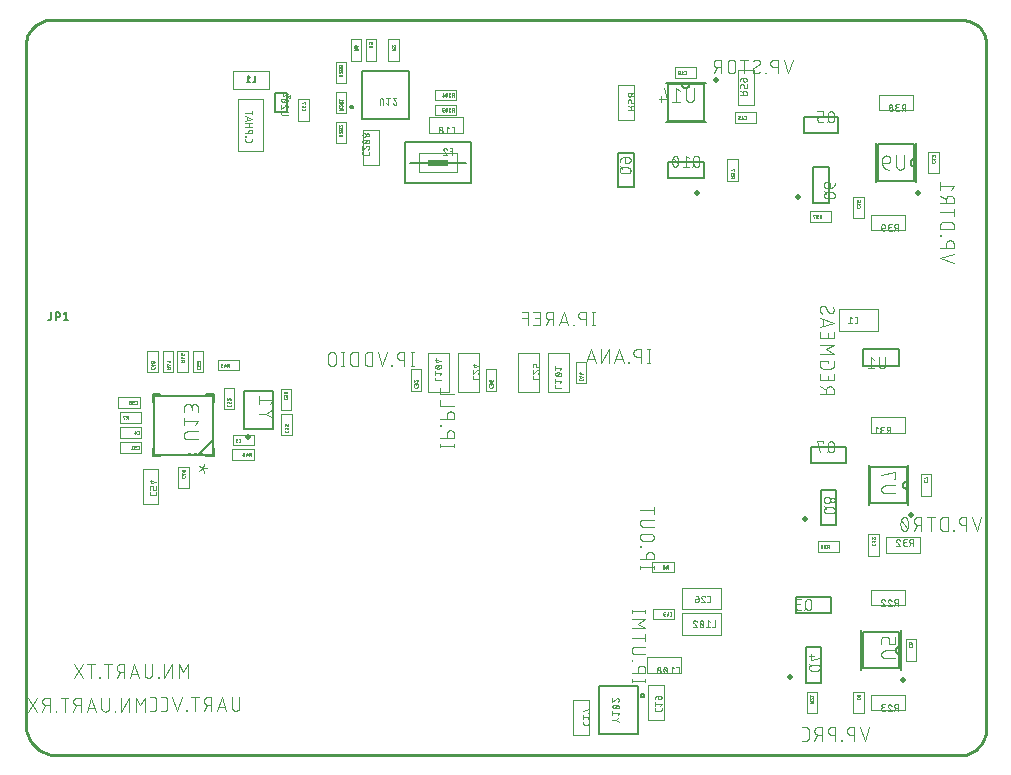
<source format=gbr>
G04 EAGLE Gerber RS-274X export*
G75*
%MOMM*%
%FSLAX34Y34*%
%LPD*%
%INReference Desginators Bottom*%
%IPPOS*%
%AMOC8*
5,1,8,0,0,1.08239X$1,22.5*%
G01*
%ADD10C,0.127000*%
%ADD11C,0.050800*%
%ADD12C,0.076200*%
%ADD13C,0.101600*%
%ADD14C,0.150000*%
%ADD15C,0.050000*%
%ADD16C,0.025400*%
%ADD17C,0.200000*%
%ADD18C,0.070000*%
%ADD19R,1.800000X0.600000*%
%ADD20R,1.100000X0.600000*%
%ADD21C,0.152400*%
%ADD22C,0.508000*%
%ADD23C,0.500000*%
%ADD24C,0.254000*%


D10*
X256550Y18100D02*
X289550Y18100D01*
X289550Y58100D01*
X256550Y58100D01*
X256550Y18100D01*
X292008Y50200D02*
X292010Y50275D01*
X292016Y50351D01*
X292026Y50426D01*
X292040Y50500D01*
X292057Y50573D01*
X292079Y50646D01*
X292104Y50717D01*
X292133Y50787D01*
X292165Y50855D01*
X292201Y50921D01*
X292241Y50985D01*
X292283Y51048D01*
X292329Y51107D01*
X292378Y51165D01*
X292430Y51220D01*
X292485Y51272D01*
X292543Y51321D01*
X292602Y51367D01*
X292665Y51409D01*
X292729Y51449D01*
X292795Y51485D01*
X292863Y51517D01*
X292933Y51546D01*
X293004Y51571D01*
X293077Y51593D01*
X293150Y51610D01*
X293224Y51624D01*
X293299Y51634D01*
X293375Y51640D01*
X293450Y51642D01*
X293525Y51640D01*
X293601Y51634D01*
X293676Y51624D01*
X293750Y51610D01*
X293823Y51593D01*
X293896Y51571D01*
X293967Y51546D01*
X294037Y51517D01*
X294105Y51485D01*
X294171Y51449D01*
X294235Y51409D01*
X294298Y51367D01*
X294357Y51321D01*
X294415Y51272D01*
X294470Y51220D01*
X294522Y51165D01*
X294571Y51107D01*
X294617Y51048D01*
X294659Y50985D01*
X294699Y50921D01*
X294735Y50855D01*
X294767Y50787D01*
X294796Y50717D01*
X294821Y50646D01*
X294843Y50573D01*
X294860Y50500D01*
X294874Y50426D01*
X294884Y50351D01*
X294890Y50275D01*
X294892Y50200D01*
X294890Y50125D01*
X294884Y50049D01*
X294874Y49974D01*
X294860Y49900D01*
X294843Y49827D01*
X294821Y49754D01*
X294796Y49683D01*
X294767Y49613D01*
X294735Y49545D01*
X294699Y49479D01*
X294659Y49415D01*
X294617Y49352D01*
X294571Y49293D01*
X294522Y49235D01*
X294470Y49180D01*
X294415Y49128D01*
X294357Y49079D01*
X294298Y49033D01*
X294235Y48991D01*
X294171Y48951D01*
X294105Y48915D01*
X294037Y48883D01*
X293967Y48854D01*
X293896Y48829D01*
X293823Y48807D01*
X293750Y48790D01*
X293676Y48776D01*
X293601Y48766D01*
X293525Y48760D01*
X293450Y48758D01*
X293375Y48760D01*
X293299Y48766D01*
X293224Y48776D01*
X293150Y48790D01*
X293077Y48807D01*
X293004Y48829D01*
X292933Y48854D01*
X292863Y48883D01*
X292795Y48915D01*
X292729Y48951D01*
X292665Y48991D01*
X292602Y49033D01*
X292543Y49079D01*
X292485Y49128D01*
X292430Y49180D01*
X292378Y49235D01*
X292329Y49293D01*
X292283Y49352D01*
X292241Y49415D01*
X292201Y49479D01*
X292165Y49545D01*
X292133Y49613D01*
X292104Y49683D01*
X292079Y49754D01*
X292057Y49827D01*
X292040Y49900D01*
X292026Y49974D01*
X292016Y50049D01*
X292010Y50125D01*
X292008Y50200D01*
D11*
X273576Y28153D02*
X270937Y30016D01*
X273576Y31878D01*
X270937Y30016D02*
X267988Y30016D01*
X272334Y33950D02*
X273576Y35502D01*
X267988Y35502D01*
X267988Y33950D02*
X267988Y37054D01*
X270782Y39436D02*
X270913Y39438D01*
X271043Y39443D01*
X271173Y39453D01*
X271303Y39466D01*
X271433Y39482D01*
X271562Y39502D01*
X271690Y39526D01*
X271817Y39554D01*
X271944Y39585D01*
X272070Y39620D01*
X272195Y39658D01*
X272319Y39700D01*
X272441Y39745D01*
X272562Y39794D01*
X272682Y39846D01*
X272800Y39902D01*
X272800Y39901D02*
X272860Y39924D01*
X272920Y39950D01*
X272977Y39979D01*
X273033Y40012D01*
X273087Y40048D01*
X273139Y40086D01*
X273189Y40128D01*
X273236Y40172D01*
X273281Y40219D01*
X273323Y40269D01*
X273362Y40320D01*
X273398Y40374D01*
X273431Y40430D01*
X273461Y40487D01*
X273488Y40546D01*
X273511Y40607D01*
X273531Y40668D01*
X273547Y40731D01*
X273560Y40795D01*
X273569Y40859D01*
X273574Y40923D01*
X273576Y40988D01*
X273574Y41053D01*
X273569Y41117D01*
X273560Y41181D01*
X273547Y41245D01*
X273531Y41308D01*
X273511Y41369D01*
X273488Y41430D01*
X273461Y41489D01*
X273431Y41546D01*
X273398Y41602D01*
X273362Y41656D01*
X273323Y41707D01*
X273281Y41757D01*
X273236Y41804D01*
X273189Y41848D01*
X273139Y41890D01*
X273087Y41928D01*
X273033Y41964D01*
X272977Y41997D01*
X272920Y42026D01*
X272860Y42052D01*
X272800Y42075D01*
X272682Y42131D01*
X272562Y42183D01*
X272441Y42232D01*
X272319Y42277D01*
X272195Y42319D01*
X272070Y42357D01*
X271944Y42392D01*
X271818Y42423D01*
X271690Y42451D01*
X271562Y42475D01*
X271433Y42495D01*
X271303Y42511D01*
X271173Y42524D01*
X271043Y42534D01*
X270913Y42539D01*
X270782Y42541D01*
X270782Y39436D02*
X270651Y39438D01*
X270521Y39443D01*
X270391Y39453D01*
X270261Y39466D01*
X270131Y39482D01*
X270002Y39502D01*
X269874Y39526D01*
X269747Y39554D01*
X269620Y39585D01*
X269494Y39620D01*
X269369Y39658D01*
X269245Y39700D01*
X269123Y39745D01*
X269002Y39794D01*
X268882Y39846D01*
X268764Y39902D01*
X268764Y39901D02*
X268704Y39924D01*
X268644Y39950D01*
X268587Y39979D01*
X268531Y40012D01*
X268477Y40048D01*
X268425Y40086D01*
X268375Y40128D01*
X268328Y40172D01*
X268283Y40219D01*
X268241Y40269D01*
X268202Y40320D01*
X268166Y40374D01*
X268133Y40430D01*
X268103Y40487D01*
X268076Y40546D01*
X268053Y40607D01*
X268033Y40668D01*
X268017Y40731D01*
X268004Y40795D01*
X267995Y40859D01*
X267990Y40923D01*
X267988Y40988D01*
X268764Y42075D02*
X268882Y42131D01*
X269002Y42183D01*
X269123Y42232D01*
X269245Y42277D01*
X269369Y42319D01*
X269494Y42357D01*
X269620Y42392D01*
X269746Y42423D01*
X269874Y42451D01*
X270002Y42475D01*
X270131Y42495D01*
X270261Y42511D01*
X270391Y42524D01*
X270521Y42534D01*
X270651Y42539D01*
X270782Y42541D01*
X268764Y42075D02*
X268704Y42052D01*
X268644Y42026D01*
X268587Y41997D01*
X268531Y41964D01*
X268477Y41928D01*
X268425Y41890D01*
X268375Y41848D01*
X268328Y41804D01*
X268283Y41757D01*
X268241Y41707D01*
X268202Y41656D01*
X268166Y41602D01*
X268133Y41546D01*
X268103Y41489D01*
X268076Y41430D01*
X268053Y41369D01*
X268033Y41308D01*
X268017Y41245D01*
X268004Y41181D01*
X267995Y41117D01*
X267990Y41053D01*
X267988Y40988D01*
X269230Y39747D02*
X272334Y42230D01*
X273576Y46630D02*
X273574Y46703D01*
X273568Y46776D01*
X273559Y46849D01*
X273545Y46920D01*
X273528Y46992D01*
X273508Y47062D01*
X273483Y47131D01*
X273455Y47198D01*
X273424Y47264D01*
X273389Y47329D01*
X273351Y47391D01*
X273309Y47451D01*
X273265Y47509D01*
X273217Y47565D01*
X273167Y47618D01*
X273114Y47668D01*
X273058Y47716D01*
X273000Y47760D01*
X272940Y47802D01*
X272878Y47840D01*
X272813Y47875D01*
X272747Y47906D01*
X272680Y47934D01*
X272611Y47959D01*
X272541Y47979D01*
X272469Y47996D01*
X272398Y48010D01*
X272325Y48019D01*
X272252Y48025D01*
X272179Y48027D01*
X273576Y46630D02*
X273574Y46546D01*
X273568Y46463D01*
X273559Y46380D01*
X273545Y46298D01*
X273528Y46216D01*
X273506Y46135D01*
X273481Y46055D01*
X273453Y45977D01*
X273421Y45899D01*
X273385Y45824D01*
X273346Y45750D01*
X273303Y45678D01*
X273257Y45608D01*
X273208Y45541D01*
X273155Y45475D01*
X273100Y45413D01*
X273042Y45353D01*
X272981Y45295D01*
X272918Y45241D01*
X272852Y45189D01*
X272784Y45141D01*
X272713Y45096D01*
X272641Y45054D01*
X272566Y45016D01*
X272490Y44981D01*
X272413Y44950D01*
X272334Y44922D01*
X271093Y47561D02*
X271146Y47615D01*
X271203Y47666D01*
X271262Y47714D01*
X271323Y47759D01*
X271386Y47800D01*
X271452Y47839D01*
X271519Y47874D01*
X271588Y47906D01*
X271659Y47934D01*
X271730Y47958D01*
X271803Y47979D01*
X271877Y47996D01*
X271952Y48010D01*
X272027Y48019D01*
X272103Y48025D01*
X272179Y48027D01*
X271092Y47561D02*
X267988Y44923D01*
X267988Y48027D01*
X129650Y307350D02*
X129650Y340350D01*
X129650Y307350D02*
X111650Y307350D01*
X111650Y340350D01*
X129650Y340350D01*
X123266Y317158D02*
X117678Y317158D01*
X117678Y319641D01*
X122024Y321719D02*
X123266Y323271D01*
X117678Y323271D01*
X117678Y321719D02*
X117678Y324823D01*
X120472Y327205D02*
X120603Y327207D01*
X120733Y327212D01*
X120863Y327222D01*
X120993Y327235D01*
X121123Y327251D01*
X121252Y327271D01*
X121380Y327295D01*
X121507Y327323D01*
X121634Y327354D01*
X121760Y327389D01*
X121885Y327427D01*
X122009Y327469D01*
X122131Y327514D01*
X122252Y327563D01*
X122372Y327615D01*
X122490Y327671D01*
X122490Y327670D02*
X122550Y327693D01*
X122610Y327719D01*
X122667Y327748D01*
X122723Y327781D01*
X122777Y327817D01*
X122829Y327855D01*
X122879Y327897D01*
X122926Y327941D01*
X122971Y327988D01*
X123013Y328038D01*
X123052Y328089D01*
X123088Y328143D01*
X123121Y328199D01*
X123151Y328256D01*
X123178Y328315D01*
X123201Y328376D01*
X123221Y328437D01*
X123237Y328500D01*
X123250Y328564D01*
X123259Y328628D01*
X123264Y328692D01*
X123266Y328757D01*
X123264Y328822D01*
X123259Y328886D01*
X123250Y328950D01*
X123237Y329014D01*
X123221Y329077D01*
X123201Y329138D01*
X123178Y329199D01*
X123151Y329258D01*
X123121Y329315D01*
X123088Y329371D01*
X123052Y329425D01*
X123013Y329476D01*
X122971Y329526D01*
X122926Y329573D01*
X122879Y329617D01*
X122829Y329659D01*
X122777Y329697D01*
X122723Y329733D01*
X122667Y329766D01*
X122610Y329795D01*
X122550Y329821D01*
X122490Y329844D01*
X122372Y329900D01*
X122252Y329952D01*
X122131Y330001D01*
X122009Y330046D01*
X121885Y330088D01*
X121760Y330126D01*
X121634Y330161D01*
X121508Y330192D01*
X121380Y330220D01*
X121252Y330244D01*
X121123Y330264D01*
X120993Y330280D01*
X120863Y330293D01*
X120733Y330303D01*
X120603Y330308D01*
X120472Y330310D01*
X120472Y327205D02*
X120341Y327207D01*
X120211Y327212D01*
X120081Y327222D01*
X119951Y327235D01*
X119821Y327251D01*
X119692Y327271D01*
X119564Y327295D01*
X119437Y327323D01*
X119310Y327354D01*
X119184Y327389D01*
X119059Y327427D01*
X118935Y327469D01*
X118813Y327514D01*
X118692Y327563D01*
X118572Y327615D01*
X118454Y327671D01*
X118454Y327670D02*
X118394Y327693D01*
X118334Y327719D01*
X118277Y327748D01*
X118221Y327781D01*
X118167Y327817D01*
X118115Y327855D01*
X118065Y327897D01*
X118018Y327941D01*
X117973Y327988D01*
X117931Y328038D01*
X117892Y328089D01*
X117856Y328143D01*
X117823Y328199D01*
X117793Y328256D01*
X117766Y328315D01*
X117743Y328376D01*
X117723Y328437D01*
X117707Y328500D01*
X117694Y328564D01*
X117685Y328628D01*
X117680Y328692D01*
X117678Y328757D01*
X118454Y329844D02*
X118572Y329900D01*
X118692Y329952D01*
X118813Y330001D01*
X118935Y330046D01*
X119059Y330088D01*
X119184Y330126D01*
X119310Y330161D01*
X119436Y330192D01*
X119564Y330220D01*
X119692Y330244D01*
X119821Y330264D01*
X119951Y330280D01*
X120081Y330293D01*
X120211Y330303D01*
X120341Y330308D01*
X120472Y330310D01*
X118454Y329844D02*
X118394Y329821D01*
X118334Y329795D01*
X118277Y329766D01*
X118221Y329733D01*
X118167Y329697D01*
X118115Y329659D01*
X118065Y329617D01*
X118018Y329573D01*
X117973Y329526D01*
X117931Y329476D01*
X117892Y329425D01*
X117856Y329371D01*
X117823Y329315D01*
X117793Y329258D01*
X117766Y329199D01*
X117743Y329138D01*
X117723Y329077D01*
X117707Y329014D01*
X117694Y328950D01*
X117685Y328886D01*
X117680Y328822D01*
X117678Y328757D01*
X118920Y327516D02*
X122024Y329999D01*
X118920Y332692D02*
X123266Y333933D01*
X118920Y332692D02*
X118920Y335796D01*
X120162Y334865D02*
X117678Y334865D01*
D12*
X326158Y82700D02*
X326158Y69700D01*
X326158Y82700D02*
X297158Y82700D01*
X297158Y69700D01*
X326158Y69700D01*
D11*
X323186Y69118D02*
X321944Y69118D01*
X323186Y69118D02*
X323256Y69120D01*
X323325Y69126D01*
X323394Y69136D01*
X323462Y69149D01*
X323530Y69167D01*
X323596Y69188D01*
X323661Y69213D01*
X323725Y69241D01*
X323787Y69273D01*
X323847Y69308D01*
X323905Y69347D01*
X323960Y69389D01*
X324014Y69434D01*
X324064Y69482D01*
X324112Y69532D01*
X324157Y69586D01*
X324199Y69641D01*
X324238Y69699D01*
X324273Y69759D01*
X324305Y69821D01*
X324333Y69885D01*
X324358Y69950D01*
X324379Y70016D01*
X324397Y70084D01*
X324410Y70152D01*
X324420Y70221D01*
X324426Y70290D01*
X324428Y70360D01*
X324427Y70360D02*
X324427Y73464D01*
X324428Y73464D02*
X324426Y73534D01*
X324420Y73603D01*
X324410Y73672D01*
X324397Y73740D01*
X324379Y73808D01*
X324358Y73874D01*
X324333Y73939D01*
X324305Y74003D01*
X324273Y74065D01*
X324238Y74125D01*
X324199Y74183D01*
X324157Y74238D01*
X324112Y74292D01*
X324064Y74342D01*
X324014Y74390D01*
X323960Y74435D01*
X323905Y74477D01*
X323847Y74516D01*
X323787Y74551D01*
X323725Y74583D01*
X323661Y74611D01*
X323596Y74636D01*
X323530Y74657D01*
X323462Y74675D01*
X323394Y74688D01*
X323325Y74698D01*
X323256Y74704D01*
X323186Y74706D01*
X321944Y74706D01*
X319839Y73464D02*
X318287Y74706D01*
X318287Y69118D01*
X319839Y69118D02*
X316735Y69118D01*
X314353Y71912D02*
X314351Y72043D01*
X314346Y72173D01*
X314336Y72303D01*
X314323Y72433D01*
X314307Y72563D01*
X314287Y72692D01*
X314263Y72820D01*
X314235Y72947D01*
X314204Y73074D01*
X314169Y73200D01*
X314131Y73325D01*
X314089Y73449D01*
X314044Y73571D01*
X313995Y73692D01*
X313943Y73812D01*
X313887Y73930D01*
X313888Y73930D02*
X313865Y73990D01*
X313839Y74050D01*
X313810Y74107D01*
X313777Y74163D01*
X313741Y74217D01*
X313703Y74269D01*
X313661Y74319D01*
X313617Y74366D01*
X313570Y74411D01*
X313520Y74453D01*
X313469Y74492D01*
X313415Y74528D01*
X313359Y74561D01*
X313302Y74591D01*
X313243Y74618D01*
X313182Y74641D01*
X313121Y74661D01*
X313058Y74677D01*
X312994Y74690D01*
X312930Y74699D01*
X312866Y74704D01*
X312801Y74706D01*
X312736Y74704D01*
X312672Y74699D01*
X312608Y74690D01*
X312544Y74677D01*
X312481Y74661D01*
X312420Y74641D01*
X312359Y74618D01*
X312300Y74591D01*
X312243Y74561D01*
X312187Y74528D01*
X312133Y74492D01*
X312082Y74453D01*
X312032Y74411D01*
X311985Y74366D01*
X311941Y74319D01*
X311899Y74269D01*
X311861Y74217D01*
X311825Y74163D01*
X311792Y74107D01*
X311763Y74050D01*
X311737Y73990D01*
X311714Y73930D01*
X311658Y73812D01*
X311606Y73692D01*
X311557Y73571D01*
X311512Y73449D01*
X311470Y73325D01*
X311432Y73200D01*
X311397Y73074D01*
X311366Y72948D01*
X311338Y72820D01*
X311314Y72692D01*
X311294Y72563D01*
X311278Y72433D01*
X311265Y72303D01*
X311255Y72173D01*
X311250Y72043D01*
X311248Y71912D01*
X314353Y71912D02*
X314351Y71781D01*
X314346Y71651D01*
X314336Y71521D01*
X314323Y71391D01*
X314307Y71261D01*
X314287Y71133D01*
X314263Y71004D01*
X314235Y70877D01*
X314204Y70750D01*
X314169Y70624D01*
X314131Y70499D01*
X314089Y70376D01*
X314044Y70253D01*
X313995Y70132D01*
X313943Y70012D01*
X313887Y69894D01*
X313888Y69894D02*
X313865Y69834D01*
X313839Y69774D01*
X313810Y69717D01*
X313777Y69661D01*
X313741Y69607D01*
X313703Y69555D01*
X313661Y69505D01*
X313617Y69458D01*
X313570Y69413D01*
X313520Y69371D01*
X313469Y69332D01*
X313415Y69296D01*
X313359Y69263D01*
X313302Y69233D01*
X313243Y69206D01*
X313182Y69183D01*
X313121Y69163D01*
X313058Y69147D01*
X312994Y69134D01*
X312930Y69125D01*
X312866Y69120D01*
X312801Y69118D01*
X311714Y69894D02*
X311658Y70012D01*
X311606Y70132D01*
X311557Y70253D01*
X311512Y70375D01*
X311470Y70499D01*
X311432Y70624D01*
X311397Y70750D01*
X311366Y70876D01*
X311338Y71004D01*
X311314Y71132D01*
X311294Y71261D01*
X311278Y71391D01*
X311265Y71521D01*
X311255Y71651D01*
X311250Y71781D01*
X311248Y71912D01*
X311714Y69894D02*
X311737Y69834D01*
X311763Y69774D01*
X311792Y69717D01*
X311825Y69661D01*
X311861Y69607D01*
X311899Y69555D01*
X311941Y69505D01*
X311985Y69458D01*
X312032Y69413D01*
X312082Y69371D01*
X312133Y69332D01*
X312187Y69296D01*
X312243Y69263D01*
X312300Y69233D01*
X312359Y69206D01*
X312420Y69183D01*
X312481Y69163D01*
X312544Y69147D01*
X312608Y69134D01*
X312672Y69125D01*
X312736Y69120D01*
X312801Y69118D01*
X314042Y70360D02*
X311559Y73464D01*
X308866Y70670D02*
X308864Y70747D01*
X308858Y70825D01*
X308849Y70901D01*
X308835Y70978D01*
X308818Y71053D01*
X308797Y71127D01*
X308772Y71201D01*
X308744Y71273D01*
X308712Y71343D01*
X308677Y71412D01*
X308638Y71479D01*
X308596Y71544D01*
X308551Y71607D01*
X308503Y71668D01*
X308452Y71726D01*
X308398Y71781D01*
X308341Y71834D01*
X308282Y71883D01*
X308220Y71930D01*
X308156Y71974D01*
X308090Y72014D01*
X308022Y72051D01*
X307952Y72085D01*
X307881Y72115D01*
X307808Y72141D01*
X307734Y72164D01*
X307659Y72183D01*
X307584Y72198D01*
X307507Y72210D01*
X307430Y72218D01*
X307353Y72222D01*
X307275Y72222D01*
X307198Y72218D01*
X307121Y72210D01*
X307044Y72198D01*
X306969Y72183D01*
X306894Y72164D01*
X306820Y72141D01*
X306747Y72115D01*
X306676Y72085D01*
X306606Y72051D01*
X306538Y72014D01*
X306472Y71974D01*
X306408Y71930D01*
X306346Y71883D01*
X306287Y71834D01*
X306230Y71781D01*
X306176Y71726D01*
X306125Y71668D01*
X306077Y71607D01*
X306032Y71544D01*
X305990Y71479D01*
X305951Y71412D01*
X305916Y71343D01*
X305884Y71273D01*
X305856Y71201D01*
X305831Y71127D01*
X305810Y71053D01*
X305793Y70978D01*
X305779Y70901D01*
X305770Y70825D01*
X305764Y70747D01*
X305762Y70670D01*
X305764Y70593D01*
X305770Y70515D01*
X305779Y70439D01*
X305793Y70362D01*
X305810Y70287D01*
X305831Y70213D01*
X305856Y70139D01*
X305884Y70067D01*
X305916Y69997D01*
X305951Y69928D01*
X305990Y69861D01*
X306032Y69796D01*
X306077Y69733D01*
X306125Y69672D01*
X306176Y69614D01*
X306230Y69559D01*
X306287Y69506D01*
X306346Y69457D01*
X306408Y69410D01*
X306472Y69366D01*
X306538Y69326D01*
X306606Y69289D01*
X306676Y69255D01*
X306747Y69225D01*
X306820Y69199D01*
X306894Y69176D01*
X306969Y69157D01*
X307044Y69142D01*
X307121Y69130D01*
X307198Y69122D01*
X307275Y69118D01*
X307353Y69118D01*
X307430Y69122D01*
X307507Y69130D01*
X307584Y69142D01*
X307659Y69157D01*
X307734Y69176D01*
X307808Y69199D01*
X307881Y69225D01*
X307952Y69255D01*
X308022Y69289D01*
X308090Y69326D01*
X308156Y69366D01*
X308220Y69410D01*
X308282Y69457D01*
X308341Y69506D01*
X308398Y69559D01*
X308452Y69614D01*
X308503Y69672D01*
X308551Y69733D01*
X308596Y69796D01*
X308638Y69861D01*
X308677Y69928D01*
X308712Y69997D01*
X308744Y70067D01*
X308772Y70139D01*
X308797Y70213D01*
X308818Y70287D01*
X308835Y70362D01*
X308849Y70439D01*
X308858Y70515D01*
X308864Y70593D01*
X308866Y70670D01*
X308556Y73464D02*
X308554Y73534D01*
X308548Y73603D01*
X308538Y73672D01*
X308525Y73740D01*
X308507Y73808D01*
X308486Y73874D01*
X308461Y73939D01*
X308433Y74003D01*
X308401Y74065D01*
X308366Y74125D01*
X308327Y74183D01*
X308285Y74238D01*
X308240Y74292D01*
X308192Y74342D01*
X308142Y74390D01*
X308088Y74435D01*
X308033Y74477D01*
X307975Y74516D01*
X307915Y74551D01*
X307853Y74583D01*
X307789Y74611D01*
X307724Y74636D01*
X307658Y74657D01*
X307590Y74675D01*
X307522Y74688D01*
X307453Y74698D01*
X307384Y74704D01*
X307314Y74706D01*
X307244Y74704D01*
X307175Y74698D01*
X307106Y74688D01*
X307038Y74675D01*
X306970Y74657D01*
X306904Y74636D01*
X306839Y74611D01*
X306775Y74583D01*
X306713Y74551D01*
X306653Y74516D01*
X306595Y74477D01*
X306540Y74435D01*
X306486Y74390D01*
X306436Y74342D01*
X306388Y74292D01*
X306343Y74238D01*
X306301Y74183D01*
X306262Y74125D01*
X306227Y74065D01*
X306195Y74003D01*
X306167Y73939D01*
X306142Y73874D01*
X306121Y73808D01*
X306103Y73740D01*
X306090Y73672D01*
X306080Y73603D01*
X306074Y73534D01*
X306072Y73464D01*
X306074Y73394D01*
X306080Y73325D01*
X306090Y73256D01*
X306103Y73188D01*
X306121Y73120D01*
X306142Y73054D01*
X306167Y72989D01*
X306195Y72925D01*
X306227Y72863D01*
X306262Y72803D01*
X306301Y72745D01*
X306343Y72690D01*
X306388Y72636D01*
X306436Y72586D01*
X306486Y72538D01*
X306540Y72493D01*
X306595Y72451D01*
X306653Y72412D01*
X306713Y72377D01*
X306775Y72345D01*
X306839Y72317D01*
X306904Y72292D01*
X306970Y72271D01*
X307038Y72253D01*
X307106Y72240D01*
X307175Y72230D01*
X307244Y72224D01*
X307314Y72222D01*
X307384Y72224D01*
X307453Y72230D01*
X307522Y72240D01*
X307590Y72253D01*
X307658Y72271D01*
X307724Y72292D01*
X307789Y72317D01*
X307853Y72345D01*
X307915Y72377D01*
X307975Y72412D01*
X308033Y72451D01*
X308088Y72493D01*
X308142Y72538D01*
X308192Y72586D01*
X308240Y72636D01*
X308285Y72690D01*
X308327Y72745D01*
X308366Y72803D01*
X308401Y72863D01*
X308433Y72925D01*
X308461Y72989D01*
X308486Y73054D01*
X308507Y73120D01*
X308525Y73188D01*
X308538Y73256D01*
X308548Y73325D01*
X308554Y73394D01*
X308556Y73464D01*
X231250Y307350D02*
X231250Y340350D01*
X231250Y307350D02*
X213250Y307350D01*
X213250Y340350D01*
X231250Y340350D01*
X224866Y310808D02*
X219278Y310808D01*
X219278Y313291D01*
X223624Y315369D02*
X224866Y316921D01*
X219278Y316921D01*
X219278Y315369D02*
X219278Y318473D01*
X222072Y320855D02*
X222203Y320857D01*
X222333Y320862D01*
X222463Y320872D01*
X222593Y320885D01*
X222723Y320901D01*
X222852Y320921D01*
X222980Y320945D01*
X223107Y320973D01*
X223234Y321004D01*
X223360Y321039D01*
X223485Y321077D01*
X223609Y321119D01*
X223731Y321164D01*
X223852Y321213D01*
X223972Y321265D01*
X224090Y321321D01*
X224090Y321320D02*
X224150Y321343D01*
X224210Y321369D01*
X224267Y321398D01*
X224323Y321431D01*
X224377Y321467D01*
X224429Y321505D01*
X224479Y321547D01*
X224526Y321591D01*
X224571Y321638D01*
X224613Y321688D01*
X224652Y321739D01*
X224688Y321793D01*
X224721Y321849D01*
X224751Y321906D01*
X224778Y321965D01*
X224801Y322026D01*
X224821Y322087D01*
X224837Y322150D01*
X224850Y322214D01*
X224859Y322278D01*
X224864Y322342D01*
X224866Y322407D01*
X224864Y322472D01*
X224859Y322536D01*
X224850Y322600D01*
X224837Y322664D01*
X224821Y322727D01*
X224801Y322788D01*
X224778Y322849D01*
X224751Y322908D01*
X224721Y322965D01*
X224688Y323021D01*
X224652Y323075D01*
X224613Y323126D01*
X224571Y323176D01*
X224526Y323223D01*
X224479Y323267D01*
X224429Y323309D01*
X224377Y323347D01*
X224323Y323383D01*
X224267Y323416D01*
X224210Y323445D01*
X224150Y323471D01*
X224090Y323494D01*
X223972Y323550D01*
X223852Y323602D01*
X223731Y323651D01*
X223609Y323696D01*
X223485Y323738D01*
X223360Y323776D01*
X223234Y323811D01*
X223108Y323842D01*
X222980Y323870D01*
X222852Y323894D01*
X222723Y323914D01*
X222593Y323930D01*
X222463Y323943D01*
X222333Y323953D01*
X222203Y323958D01*
X222072Y323960D01*
X222072Y320855D02*
X221941Y320857D01*
X221811Y320862D01*
X221681Y320872D01*
X221551Y320885D01*
X221421Y320901D01*
X221292Y320921D01*
X221164Y320945D01*
X221037Y320973D01*
X220910Y321004D01*
X220784Y321039D01*
X220659Y321077D01*
X220535Y321119D01*
X220413Y321164D01*
X220292Y321213D01*
X220172Y321265D01*
X220054Y321321D01*
X220054Y321320D02*
X219994Y321343D01*
X219934Y321369D01*
X219877Y321398D01*
X219821Y321431D01*
X219767Y321467D01*
X219715Y321505D01*
X219665Y321547D01*
X219618Y321591D01*
X219573Y321638D01*
X219531Y321688D01*
X219492Y321739D01*
X219456Y321793D01*
X219423Y321849D01*
X219393Y321906D01*
X219366Y321965D01*
X219343Y322026D01*
X219323Y322087D01*
X219307Y322150D01*
X219294Y322214D01*
X219285Y322278D01*
X219280Y322342D01*
X219278Y322407D01*
X220054Y323494D02*
X220172Y323550D01*
X220292Y323602D01*
X220413Y323651D01*
X220535Y323696D01*
X220659Y323738D01*
X220784Y323776D01*
X220910Y323811D01*
X221036Y323842D01*
X221164Y323870D01*
X221292Y323894D01*
X221421Y323914D01*
X221551Y323930D01*
X221681Y323943D01*
X221811Y323953D01*
X221941Y323958D01*
X222072Y323960D01*
X220054Y323494D02*
X219994Y323471D01*
X219934Y323445D01*
X219877Y323416D01*
X219821Y323383D01*
X219767Y323347D01*
X219715Y323309D01*
X219665Y323267D01*
X219618Y323223D01*
X219573Y323176D01*
X219531Y323126D01*
X219492Y323075D01*
X219456Y323021D01*
X219423Y322965D01*
X219393Y322908D01*
X219366Y322849D01*
X219343Y322788D01*
X219323Y322727D01*
X219307Y322664D01*
X219294Y322600D01*
X219285Y322536D01*
X219280Y322472D01*
X219278Y322407D01*
X220520Y321166D02*
X223624Y323649D01*
X223624Y326342D02*
X224866Y327894D01*
X219278Y327894D01*
X219278Y326342D02*
X219278Y329446D01*
X326654Y101998D02*
X359654Y101998D01*
X326654Y101998D02*
X326654Y119998D01*
X359654Y119998D01*
X359654Y101998D01*
X355100Y108382D02*
X355100Y113970D01*
X355100Y108382D02*
X352616Y108382D01*
X350539Y112728D02*
X348987Y113970D01*
X348987Y108382D01*
X350539Y108382D02*
X347435Y108382D01*
X345053Y111176D02*
X345051Y111307D01*
X345046Y111437D01*
X345036Y111567D01*
X345023Y111697D01*
X345007Y111827D01*
X344987Y111956D01*
X344963Y112084D01*
X344935Y112211D01*
X344904Y112338D01*
X344869Y112464D01*
X344831Y112589D01*
X344789Y112713D01*
X344744Y112835D01*
X344695Y112956D01*
X344643Y113076D01*
X344587Y113194D01*
X344588Y113194D02*
X344565Y113254D01*
X344539Y113314D01*
X344510Y113371D01*
X344477Y113427D01*
X344441Y113481D01*
X344403Y113533D01*
X344361Y113583D01*
X344317Y113630D01*
X344270Y113675D01*
X344220Y113717D01*
X344169Y113756D01*
X344115Y113792D01*
X344059Y113825D01*
X344002Y113855D01*
X343943Y113882D01*
X343882Y113905D01*
X343821Y113925D01*
X343758Y113941D01*
X343694Y113954D01*
X343630Y113963D01*
X343566Y113968D01*
X343501Y113970D01*
X343436Y113968D01*
X343372Y113963D01*
X343308Y113954D01*
X343244Y113941D01*
X343181Y113925D01*
X343120Y113905D01*
X343059Y113882D01*
X343000Y113855D01*
X342943Y113825D01*
X342887Y113792D01*
X342833Y113756D01*
X342782Y113717D01*
X342732Y113675D01*
X342685Y113630D01*
X342641Y113583D01*
X342599Y113533D01*
X342561Y113481D01*
X342525Y113427D01*
X342492Y113371D01*
X342463Y113314D01*
X342437Y113254D01*
X342414Y113194D01*
X342358Y113076D01*
X342306Y112956D01*
X342257Y112835D01*
X342212Y112713D01*
X342170Y112589D01*
X342132Y112464D01*
X342097Y112338D01*
X342066Y112212D01*
X342038Y112084D01*
X342014Y111956D01*
X341994Y111827D01*
X341978Y111697D01*
X341965Y111567D01*
X341955Y111437D01*
X341950Y111307D01*
X341948Y111176D01*
X345053Y111176D02*
X345051Y111045D01*
X345046Y110915D01*
X345036Y110785D01*
X345023Y110655D01*
X345007Y110525D01*
X344987Y110397D01*
X344963Y110268D01*
X344935Y110141D01*
X344904Y110014D01*
X344869Y109888D01*
X344831Y109763D01*
X344789Y109640D01*
X344744Y109517D01*
X344695Y109396D01*
X344643Y109276D01*
X344587Y109158D01*
X344588Y109158D02*
X344565Y109098D01*
X344539Y109038D01*
X344510Y108981D01*
X344477Y108925D01*
X344441Y108871D01*
X344403Y108819D01*
X344361Y108769D01*
X344317Y108722D01*
X344270Y108677D01*
X344220Y108635D01*
X344169Y108596D01*
X344115Y108560D01*
X344059Y108527D01*
X344002Y108497D01*
X343943Y108470D01*
X343882Y108447D01*
X343821Y108427D01*
X343758Y108411D01*
X343694Y108398D01*
X343630Y108389D01*
X343566Y108384D01*
X343501Y108382D01*
X342414Y109158D02*
X342358Y109276D01*
X342306Y109396D01*
X342257Y109517D01*
X342212Y109639D01*
X342170Y109763D01*
X342132Y109888D01*
X342097Y110014D01*
X342066Y110140D01*
X342038Y110268D01*
X342014Y110396D01*
X341994Y110525D01*
X341978Y110655D01*
X341965Y110785D01*
X341955Y110915D01*
X341950Y111045D01*
X341948Y111176D01*
X342414Y109158D02*
X342437Y109098D01*
X342463Y109038D01*
X342492Y108981D01*
X342525Y108925D01*
X342561Y108871D01*
X342599Y108819D01*
X342641Y108769D01*
X342685Y108722D01*
X342732Y108677D01*
X342782Y108635D01*
X342833Y108596D01*
X342887Y108560D01*
X342943Y108527D01*
X343000Y108497D01*
X343059Y108470D01*
X343120Y108447D01*
X343181Y108427D01*
X343244Y108411D01*
X343308Y108398D01*
X343372Y108389D01*
X343436Y108384D01*
X343501Y108382D01*
X344742Y109624D02*
X342259Y112728D01*
X337859Y113970D02*
X337786Y113968D01*
X337713Y113962D01*
X337640Y113953D01*
X337569Y113939D01*
X337497Y113922D01*
X337427Y113902D01*
X337358Y113877D01*
X337291Y113849D01*
X337225Y113818D01*
X337161Y113783D01*
X337098Y113745D01*
X337038Y113703D01*
X336980Y113659D01*
X336924Y113611D01*
X336871Y113561D01*
X336821Y113508D01*
X336773Y113452D01*
X336729Y113394D01*
X336687Y113334D01*
X336649Y113272D01*
X336614Y113207D01*
X336583Y113141D01*
X336555Y113074D01*
X336530Y113005D01*
X336510Y112935D01*
X336493Y112863D01*
X336479Y112792D01*
X336470Y112719D01*
X336464Y112646D01*
X336462Y112573D01*
X337859Y113970D02*
X337943Y113968D01*
X338026Y113962D01*
X338109Y113953D01*
X338191Y113939D01*
X338273Y113922D01*
X338354Y113900D01*
X338434Y113875D01*
X338512Y113847D01*
X338590Y113815D01*
X338665Y113779D01*
X338739Y113740D01*
X338811Y113697D01*
X338881Y113651D01*
X338948Y113602D01*
X339014Y113549D01*
X339076Y113494D01*
X339136Y113436D01*
X339194Y113375D01*
X339248Y113312D01*
X339300Y113246D01*
X339348Y113178D01*
X339393Y113107D01*
X339435Y113035D01*
X339473Y112960D01*
X339508Y112884D01*
X339539Y112807D01*
X339567Y112728D01*
X336928Y111487D02*
X336874Y111540D01*
X336823Y111597D01*
X336775Y111656D01*
X336730Y111717D01*
X336689Y111780D01*
X336650Y111846D01*
X336615Y111913D01*
X336583Y111982D01*
X336555Y112053D01*
X336531Y112124D01*
X336510Y112197D01*
X336493Y112271D01*
X336479Y112346D01*
X336470Y112421D01*
X336464Y112497D01*
X336462Y112573D01*
X336928Y111486D02*
X339566Y108382D01*
X336462Y108382D01*
D13*
X251923Y363728D02*
X251923Y375412D01*
X253221Y363728D02*
X250625Y363728D01*
X250625Y375412D02*
X253221Y375412D01*
X245474Y375412D02*
X245474Y363728D01*
X245474Y375412D02*
X242228Y375412D01*
X242115Y375410D01*
X242002Y375404D01*
X241889Y375394D01*
X241776Y375380D01*
X241664Y375363D01*
X241553Y375341D01*
X241443Y375316D01*
X241333Y375286D01*
X241225Y375253D01*
X241118Y375216D01*
X241012Y375176D01*
X240908Y375131D01*
X240805Y375083D01*
X240704Y375032D01*
X240605Y374977D01*
X240508Y374919D01*
X240413Y374857D01*
X240320Y374792D01*
X240230Y374724D01*
X240142Y374653D01*
X240056Y374578D01*
X239973Y374501D01*
X239893Y374421D01*
X239816Y374338D01*
X239741Y374252D01*
X239670Y374164D01*
X239602Y374074D01*
X239537Y373981D01*
X239475Y373886D01*
X239417Y373789D01*
X239362Y373690D01*
X239311Y373589D01*
X239263Y373486D01*
X239218Y373382D01*
X239178Y373276D01*
X239141Y373169D01*
X239108Y373061D01*
X239078Y372951D01*
X239053Y372841D01*
X239031Y372730D01*
X239014Y372618D01*
X239000Y372505D01*
X238990Y372392D01*
X238984Y372279D01*
X238982Y372166D01*
X238984Y372053D01*
X238990Y371940D01*
X239000Y371827D01*
X239014Y371714D01*
X239031Y371602D01*
X239053Y371491D01*
X239078Y371381D01*
X239108Y371271D01*
X239141Y371163D01*
X239178Y371056D01*
X239218Y370950D01*
X239263Y370846D01*
X239311Y370743D01*
X239362Y370642D01*
X239417Y370543D01*
X239475Y370446D01*
X239537Y370351D01*
X239602Y370258D01*
X239670Y370168D01*
X239741Y370080D01*
X239816Y369994D01*
X239893Y369911D01*
X239973Y369831D01*
X240056Y369754D01*
X240142Y369679D01*
X240230Y369608D01*
X240320Y369540D01*
X240413Y369475D01*
X240508Y369413D01*
X240605Y369355D01*
X240704Y369300D01*
X240805Y369249D01*
X240908Y369201D01*
X241012Y369156D01*
X241118Y369116D01*
X241225Y369079D01*
X241333Y369046D01*
X241443Y369016D01*
X241553Y368991D01*
X241664Y368969D01*
X241776Y368952D01*
X241889Y368938D01*
X242002Y368928D01*
X242115Y368922D01*
X242228Y368920D01*
X242228Y368921D02*
X245474Y368921D01*
X235102Y364377D02*
X235102Y363728D01*
X235102Y364377D02*
X234453Y364377D01*
X234453Y363728D01*
X235102Y363728D01*
X230672Y363728D02*
X226777Y375412D01*
X222882Y363728D01*
X223856Y366649D02*
X229698Y366649D01*
X218138Y363728D02*
X218138Y375412D01*
X214892Y375412D01*
X214779Y375410D01*
X214666Y375404D01*
X214553Y375394D01*
X214440Y375380D01*
X214328Y375363D01*
X214217Y375341D01*
X214107Y375316D01*
X213997Y375286D01*
X213889Y375253D01*
X213782Y375216D01*
X213676Y375176D01*
X213572Y375131D01*
X213469Y375083D01*
X213368Y375032D01*
X213269Y374977D01*
X213172Y374919D01*
X213077Y374857D01*
X212984Y374792D01*
X212894Y374724D01*
X212806Y374653D01*
X212720Y374578D01*
X212637Y374501D01*
X212557Y374421D01*
X212480Y374338D01*
X212405Y374252D01*
X212334Y374164D01*
X212266Y374074D01*
X212201Y373981D01*
X212139Y373886D01*
X212081Y373789D01*
X212026Y373690D01*
X211975Y373589D01*
X211927Y373486D01*
X211882Y373382D01*
X211842Y373276D01*
X211805Y373169D01*
X211772Y373061D01*
X211742Y372951D01*
X211717Y372841D01*
X211695Y372730D01*
X211678Y372618D01*
X211664Y372505D01*
X211654Y372392D01*
X211648Y372279D01*
X211646Y372166D01*
X211648Y372053D01*
X211654Y371940D01*
X211664Y371827D01*
X211678Y371714D01*
X211695Y371602D01*
X211717Y371491D01*
X211742Y371381D01*
X211772Y371271D01*
X211805Y371163D01*
X211842Y371056D01*
X211882Y370950D01*
X211927Y370846D01*
X211975Y370743D01*
X212026Y370642D01*
X212081Y370543D01*
X212139Y370446D01*
X212201Y370351D01*
X212266Y370258D01*
X212334Y370168D01*
X212405Y370080D01*
X212480Y369994D01*
X212557Y369911D01*
X212637Y369831D01*
X212720Y369754D01*
X212806Y369679D01*
X212894Y369608D01*
X212984Y369540D01*
X213077Y369475D01*
X213172Y369413D01*
X213269Y369355D01*
X213368Y369300D01*
X213469Y369249D01*
X213572Y369201D01*
X213676Y369156D01*
X213782Y369116D01*
X213889Y369079D01*
X213997Y369046D01*
X214107Y369016D01*
X214217Y368991D01*
X214328Y368969D01*
X214440Y368952D01*
X214553Y368938D01*
X214666Y368928D01*
X214779Y368922D01*
X214892Y368920D01*
X214892Y368921D02*
X218138Y368921D01*
X214243Y368921D02*
X211647Y363728D01*
X206378Y363728D02*
X201185Y363728D01*
X206378Y363728D02*
X206378Y375412D01*
X201185Y375412D01*
X202483Y370219D02*
X206378Y370219D01*
X196472Y375412D02*
X196472Y363728D01*
X196472Y375412D02*
X191279Y375412D01*
X191279Y370219D02*
X196472Y370219D01*
X98383Y341122D02*
X98383Y329438D01*
X99681Y329438D02*
X97084Y329438D01*
X97084Y341122D02*
X99681Y341122D01*
X91934Y341122D02*
X91934Y329438D01*
X91934Y341122D02*
X88688Y341122D01*
X88575Y341120D01*
X88462Y341114D01*
X88349Y341104D01*
X88236Y341090D01*
X88124Y341073D01*
X88013Y341051D01*
X87903Y341026D01*
X87793Y340996D01*
X87685Y340963D01*
X87578Y340926D01*
X87472Y340886D01*
X87368Y340841D01*
X87265Y340793D01*
X87164Y340742D01*
X87065Y340687D01*
X86968Y340629D01*
X86873Y340567D01*
X86780Y340502D01*
X86690Y340434D01*
X86602Y340363D01*
X86516Y340288D01*
X86433Y340211D01*
X86353Y340131D01*
X86276Y340048D01*
X86201Y339962D01*
X86130Y339874D01*
X86062Y339784D01*
X85997Y339691D01*
X85935Y339596D01*
X85877Y339499D01*
X85822Y339400D01*
X85771Y339299D01*
X85723Y339196D01*
X85678Y339092D01*
X85638Y338986D01*
X85601Y338879D01*
X85568Y338771D01*
X85538Y338661D01*
X85513Y338551D01*
X85491Y338440D01*
X85474Y338328D01*
X85460Y338215D01*
X85450Y338102D01*
X85444Y337989D01*
X85442Y337876D01*
X85444Y337763D01*
X85450Y337650D01*
X85460Y337537D01*
X85474Y337424D01*
X85491Y337312D01*
X85513Y337201D01*
X85538Y337091D01*
X85568Y336981D01*
X85601Y336873D01*
X85638Y336766D01*
X85678Y336660D01*
X85723Y336556D01*
X85771Y336453D01*
X85822Y336352D01*
X85877Y336253D01*
X85935Y336156D01*
X85997Y336061D01*
X86062Y335968D01*
X86130Y335878D01*
X86201Y335790D01*
X86276Y335704D01*
X86353Y335621D01*
X86433Y335541D01*
X86516Y335464D01*
X86602Y335389D01*
X86690Y335318D01*
X86780Y335250D01*
X86873Y335185D01*
X86968Y335123D01*
X87065Y335065D01*
X87164Y335010D01*
X87265Y334959D01*
X87368Y334911D01*
X87472Y334866D01*
X87578Y334826D01*
X87685Y334789D01*
X87793Y334756D01*
X87903Y334726D01*
X88013Y334701D01*
X88124Y334679D01*
X88236Y334662D01*
X88349Y334648D01*
X88462Y334638D01*
X88575Y334632D01*
X88688Y334630D01*
X88688Y334631D02*
X91934Y334631D01*
X81562Y330087D02*
X81562Y329438D01*
X81562Y330087D02*
X80913Y330087D01*
X80913Y329438D01*
X81562Y329438D01*
X73237Y329438D02*
X77131Y341122D01*
X69342Y341122D02*
X73237Y329438D01*
X64671Y329438D02*
X64671Y341122D01*
X61426Y341122D01*
X61313Y341120D01*
X61200Y341114D01*
X61087Y341104D01*
X60974Y341090D01*
X60862Y341073D01*
X60751Y341051D01*
X60641Y341026D01*
X60531Y340996D01*
X60423Y340963D01*
X60316Y340926D01*
X60210Y340886D01*
X60106Y340841D01*
X60003Y340793D01*
X59902Y340742D01*
X59803Y340687D01*
X59706Y340629D01*
X59611Y340567D01*
X59518Y340502D01*
X59428Y340434D01*
X59340Y340363D01*
X59254Y340288D01*
X59171Y340211D01*
X59091Y340131D01*
X59014Y340048D01*
X58939Y339962D01*
X58868Y339874D01*
X58800Y339784D01*
X58735Y339691D01*
X58673Y339596D01*
X58615Y339499D01*
X58560Y339400D01*
X58509Y339299D01*
X58461Y339196D01*
X58416Y339092D01*
X58376Y338986D01*
X58339Y338879D01*
X58306Y338771D01*
X58276Y338661D01*
X58251Y338551D01*
X58229Y338440D01*
X58212Y338328D01*
X58198Y338215D01*
X58188Y338102D01*
X58182Y337989D01*
X58180Y337876D01*
X58180Y332684D01*
X58182Y332571D01*
X58188Y332458D01*
X58198Y332345D01*
X58212Y332232D01*
X58229Y332120D01*
X58251Y332009D01*
X58276Y331899D01*
X58306Y331789D01*
X58339Y331681D01*
X58376Y331574D01*
X58416Y331468D01*
X58461Y331364D01*
X58509Y331261D01*
X58560Y331160D01*
X58615Y331061D01*
X58673Y330964D01*
X58735Y330869D01*
X58800Y330776D01*
X58868Y330686D01*
X58939Y330598D01*
X59014Y330512D01*
X59091Y330429D01*
X59171Y330349D01*
X59254Y330272D01*
X59340Y330197D01*
X59428Y330126D01*
X59518Y330058D01*
X59611Y329993D01*
X59706Y329931D01*
X59803Y329873D01*
X59902Y329818D01*
X60003Y329767D01*
X60106Y329719D01*
X60210Y329674D01*
X60316Y329634D01*
X60423Y329597D01*
X60531Y329564D01*
X60641Y329534D01*
X60751Y329509D01*
X60862Y329487D01*
X60974Y329470D01*
X61087Y329456D01*
X61200Y329446D01*
X61313Y329440D01*
X61426Y329438D01*
X64671Y329438D01*
X52479Y329438D02*
X52479Y341122D01*
X49234Y341122D01*
X49121Y341120D01*
X49008Y341114D01*
X48895Y341104D01*
X48782Y341090D01*
X48670Y341073D01*
X48559Y341051D01*
X48449Y341026D01*
X48339Y340996D01*
X48231Y340963D01*
X48124Y340926D01*
X48018Y340886D01*
X47914Y340841D01*
X47811Y340793D01*
X47710Y340742D01*
X47611Y340687D01*
X47514Y340629D01*
X47419Y340567D01*
X47326Y340502D01*
X47236Y340434D01*
X47148Y340363D01*
X47062Y340288D01*
X46979Y340211D01*
X46899Y340131D01*
X46822Y340048D01*
X46747Y339962D01*
X46676Y339874D01*
X46608Y339784D01*
X46543Y339691D01*
X46481Y339596D01*
X46423Y339499D01*
X46368Y339400D01*
X46317Y339299D01*
X46269Y339196D01*
X46224Y339092D01*
X46184Y338986D01*
X46147Y338879D01*
X46114Y338771D01*
X46084Y338661D01*
X46059Y338551D01*
X46037Y338440D01*
X46020Y338328D01*
X46006Y338215D01*
X45996Y338102D01*
X45990Y337989D01*
X45988Y337876D01*
X45988Y332684D01*
X45990Y332571D01*
X45996Y332458D01*
X46006Y332345D01*
X46020Y332232D01*
X46037Y332120D01*
X46059Y332009D01*
X46084Y331899D01*
X46114Y331789D01*
X46147Y331681D01*
X46184Y331574D01*
X46224Y331468D01*
X46269Y331364D01*
X46317Y331261D01*
X46368Y331160D01*
X46423Y331061D01*
X46481Y330964D01*
X46543Y330869D01*
X46608Y330776D01*
X46676Y330686D01*
X46747Y330598D01*
X46822Y330512D01*
X46899Y330429D01*
X46979Y330349D01*
X47062Y330272D01*
X47148Y330197D01*
X47236Y330126D01*
X47326Y330058D01*
X47419Y329993D01*
X47514Y329931D01*
X47611Y329873D01*
X47710Y329818D01*
X47811Y329767D01*
X47914Y329719D01*
X48018Y329674D01*
X48124Y329634D01*
X48231Y329597D01*
X48339Y329564D01*
X48449Y329534D01*
X48559Y329509D01*
X48670Y329487D01*
X48782Y329470D01*
X48895Y329456D01*
X49008Y329446D01*
X49121Y329440D01*
X49234Y329438D01*
X52479Y329438D01*
X39709Y329438D02*
X39709Y341122D01*
X41007Y329438D02*
X38411Y329438D01*
X38411Y341122D02*
X41007Y341122D01*
X33810Y337876D02*
X33810Y332684D01*
X33811Y337876D02*
X33809Y337989D01*
X33803Y338102D01*
X33793Y338215D01*
X33779Y338328D01*
X33762Y338440D01*
X33740Y338551D01*
X33715Y338661D01*
X33685Y338771D01*
X33652Y338879D01*
X33615Y338986D01*
X33575Y339092D01*
X33530Y339196D01*
X33482Y339299D01*
X33431Y339400D01*
X33376Y339499D01*
X33318Y339596D01*
X33256Y339691D01*
X33191Y339784D01*
X33123Y339874D01*
X33052Y339962D01*
X32977Y340048D01*
X32900Y340131D01*
X32820Y340211D01*
X32737Y340288D01*
X32651Y340363D01*
X32563Y340434D01*
X32473Y340502D01*
X32380Y340567D01*
X32285Y340629D01*
X32188Y340687D01*
X32089Y340742D01*
X31988Y340793D01*
X31885Y340841D01*
X31781Y340886D01*
X31675Y340926D01*
X31568Y340963D01*
X31460Y340996D01*
X31350Y341026D01*
X31240Y341051D01*
X31129Y341073D01*
X31017Y341090D01*
X30904Y341104D01*
X30791Y341114D01*
X30678Y341120D01*
X30565Y341122D01*
X30452Y341120D01*
X30339Y341114D01*
X30226Y341104D01*
X30113Y341090D01*
X30001Y341073D01*
X29890Y341051D01*
X29780Y341026D01*
X29670Y340996D01*
X29562Y340963D01*
X29455Y340926D01*
X29349Y340886D01*
X29245Y340841D01*
X29142Y340793D01*
X29041Y340742D01*
X28942Y340687D01*
X28845Y340629D01*
X28750Y340567D01*
X28657Y340502D01*
X28567Y340434D01*
X28479Y340363D01*
X28393Y340288D01*
X28310Y340211D01*
X28230Y340131D01*
X28153Y340048D01*
X28078Y339962D01*
X28007Y339874D01*
X27939Y339784D01*
X27874Y339691D01*
X27812Y339596D01*
X27754Y339499D01*
X27699Y339400D01*
X27648Y339299D01*
X27600Y339196D01*
X27555Y339092D01*
X27515Y338986D01*
X27478Y338879D01*
X27445Y338771D01*
X27415Y338661D01*
X27390Y338551D01*
X27368Y338440D01*
X27351Y338328D01*
X27337Y338215D01*
X27327Y338102D01*
X27321Y337989D01*
X27319Y337876D01*
X27319Y332684D01*
X27321Y332571D01*
X27327Y332458D01*
X27337Y332345D01*
X27351Y332232D01*
X27368Y332120D01*
X27390Y332009D01*
X27415Y331899D01*
X27445Y331789D01*
X27478Y331681D01*
X27515Y331574D01*
X27555Y331468D01*
X27600Y331364D01*
X27648Y331261D01*
X27699Y331160D01*
X27754Y331061D01*
X27812Y330964D01*
X27874Y330869D01*
X27939Y330776D01*
X28007Y330686D01*
X28078Y330598D01*
X28153Y330512D01*
X28230Y330429D01*
X28310Y330349D01*
X28393Y330272D01*
X28479Y330197D01*
X28567Y330126D01*
X28657Y330058D01*
X28750Y329993D01*
X28845Y329931D01*
X28942Y329873D01*
X29041Y329818D01*
X29142Y329767D01*
X29245Y329719D01*
X29349Y329674D01*
X29455Y329634D01*
X29562Y329597D01*
X29670Y329564D01*
X29780Y329534D01*
X29890Y329509D01*
X30001Y329487D01*
X30113Y329470D01*
X30226Y329456D01*
X30339Y329446D01*
X30452Y329440D01*
X30565Y329438D01*
X30678Y329440D01*
X30791Y329446D01*
X30904Y329456D01*
X31017Y329470D01*
X31129Y329487D01*
X31240Y329509D01*
X31350Y329534D01*
X31460Y329564D01*
X31568Y329597D01*
X31675Y329634D01*
X31781Y329674D01*
X31885Y329719D01*
X31988Y329767D01*
X32089Y329818D01*
X32188Y329873D01*
X32285Y329931D01*
X32380Y329993D01*
X32473Y330058D01*
X32563Y330126D01*
X32651Y330197D01*
X32737Y330272D01*
X32820Y330349D01*
X32900Y330429D01*
X32977Y330512D01*
X33052Y330598D01*
X33123Y330686D01*
X33191Y330776D01*
X33256Y330869D01*
X33318Y330964D01*
X33376Y331061D01*
X33431Y331160D01*
X33482Y331261D01*
X33530Y331364D01*
X33575Y331468D01*
X33615Y331574D01*
X33652Y331681D01*
X33685Y331789D01*
X33715Y331899D01*
X33740Y332009D01*
X33762Y332120D01*
X33779Y332232D01*
X33793Y332345D01*
X33803Y332458D01*
X33809Y332571D01*
X33811Y332684D01*
X298732Y331978D02*
X298732Y343662D01*
X300030Y331978D02*
X297434Y331978D01*
X297434Y343662D02*
X300030Y343662D01*
X292283Y343662D02*
X292283Y331978D01*
X292283Y343662D02*
X289038Y343662D01*
X288925Y343660D01*
X288812Y343654D01*
X288699Y343644D01*
X288586Y343630D01*
X288474Y343613D01*
X288363Y343591D01*
X288253Y343566D01*
X288143Y343536D01*
X288035Y343503D01*
X287928Y343466D01*
X287822Y343426D01*
X287718Y343381D01*
X287615Y343333D01*
X287514Y343282D01*
X287415Y343227D01*
X287318Y343169D01*
X287223Y343107D01*
X287130Y343042D01*
X287040Y342974D01*
X286952Y342903D01*
X286866Y342828D01*
X286783Y342751D01*
X286703Y342671D01*
X286626Y342588D01*
X286551Y342502D01*
X286480Y342414D01*
X286412Y342324D01*
X286347Y342231D01*
X286285Y342136D01*
X286227Y342039D01*
X286172Y341940D01*
X286121Y341839D01*
X286073Y341736D01*
X286028Y341632D01*
X285988Y341526D01*
X285951Y341419D01*
X285918Y341311D01*
X285888Y341201D01*
X285863Y341091D01*
X285841Y340980D01*
X285824Y340868D01*
X285810Y340755D01*
X285800Y340642D01*
X285794Y340529D01*
X285792Y340416D01*
X285794Y340303D01*
X285800Y340190D01*
X285810Y340077D01*
X285824Y339964D01*
X285841Y339852D01*
X285863Y339741D01*
X285888Y339631D01*
X285918Y339521D01*
X285951Y339413D01*
X285988Y339306D01*
X286028Y339200D01*
X286073Y339096D01*
X286121Y338993D01*
X286172Y338892D01*
X286227Y338793D01*
X286285Y338696D01*
X286347Y338601D01*
X286412Y338508D01*
X286480Y338418D01*
X286551Y338330D01*
X286626Y338244D01*
X286703Y338161D01*
X286783Y338081D01*
X286866Y338004D01*
X286952Y337929D01*
X287040Y337858D01*
X287130Y337790D01*
X287223Y337725D01*
X287318Y337663D01*
X287415Y337605D01*
X287514Y337550D01*
X287615Y337499D01*
X287718Y337451D01*
X287822Y337406D01*
X287928Y337366D01*
X288035Y337329D01*
X288143Y337296D01*
X288253Y337266D01*
X288363Y337241D01*
X288474Y337219D01*
X288586Y337202D01*
X288699Y337188D01*
X288812Y337178D01*
X288925Y337172D01*
X289038Y337170D01*
X289038Y337171D02*
X292283Y337171D01*
X281912Y332627D02*
X281912Y331978D01*
X281912Y332627D02*
X281263Y332627D01*
X281263Y331978D01*
X281912Y331978D01*
X277481Y331978D02*
X273586Y343662D01*
X269692Y331978D01*
X270665Y334899D02*
X276507Y334899D01*
X265021Y331978D02*
X265021Y343662D01*
X258530Y331978D01*
X258530Y343662D01*
X249964Y343662D02*
X253859Y331978D01*
X246070Y331978D02*
X249964Y343662D01*
X247043Y334899D02*
X252885Y334899D01*
X284226Y62865D02*
X295910Y62865D01*
X284226Y61567D02*
X284226Y64163D01*
X295910Y64163D02*
X295910Y61567D01*
X295910Y69314D02*
X284226Y69314D01*
X295910Y69314D02*
X295910Y72559D01*
X295908Y72672D01*
X295902Y72785D01*
X295892Y72898D01*
X295878Y73011D01*
X295861Y73123D01*
X295839Y73234D01*
X295814Y73344D01*
X295784Y73454D01*
X295751Y73562D01*
X295714Y73669D01*
X295674Y73775D01*
X295629Y73879D01*
X295581Y73982D01*
X295530Y74083D01*
X295475Y74182D01*
X295417Y74279D01*
X295355Y74374D01*
X295290Y74467D01*
X295222Y74557D01*
X295151Y74645D01*
X295076Y74731D01*
X294999Y74814D01*
X294919Y74894D01*
X294836Y74971D01*
X294750Y75046D01*
X294662Y75117D01*
X294572Y75185D01*
X294479Y75250D01*
X294384Y75312D01*
X294287Y75370D01*
X294188Y75425D01*
X294087Y75476D01*
X293984Y75524D01*
X293880Y75569D01*
X293774Y75609D01*
X293667Y75646D01*
X293559Y75679D01*
X293449Y75709D01*
X293339Y75734D01*
X293228Y75756D01*
X293116Y75773D01*
X293003Y75787D01*
X292890Y75797D01*
X292777Y75803D01*
X292664Y75805D01*
X292551Y75803D01*
X292438Y75797D01*
X292325Y75787D01*
X292212Y75773D01*
X292100Y75756D01*
X291989Y75734D01*
X291879Y75709D01*
X291769Y75679D01*
X291661Y75646D01*
X291554Y75609D01*
X291448Y75569D01*
X291344Y75524D01*
X291241Y75476D01*
X291140Y75425D01*
X291041Y75370D01*
X290944Y75312D01*
X290849Y75250D01*
X290756Y75185D01*
X290666Y75117D01*
X290578Y75046D01*
X290492Y74971D01*
X290409Y74894D01*
X290329Y74814D01*
X290252Y74731D01*
X290177Y74645D01*
X290106Y74557D01*
X290038Y74467D01*
X289973Y74374D01*
X289911Y74279D01*
X289853Y74182D01*
X289798Y74083D01*
X289747Y73982D01*
X289699Y73879D01*
X289654Y73775D01*
X289614Y73669D01*
X289577Y73562D01*
X289544Y73454D01*
X289514Y73344D01*
X289489Y73234D01*
X289467Y73123D01*
X289450Y73011D01*
X289436Y72898D01*
X289426Y72785D01*
X289420Y72672D01*
X289418Y72559D01*
X289419Y72559D02*
X289419Y69314D01*
X284875Y79685D02*
X284226Y79685D01*
X284875Y79685D02*
X284875Y80335D01*
X284226Y80335D01*
X284226Y79685D01*
X287472Y85146D02*
X295910Y85146D01*
X287472Y85146D02*
X287359Y85148D01*
X287246Y85154D01*
X287133Y85164D01*
X287020Y85178D01*
X286908Y85195D01*
X286797Y85217D01*
X286687Y85242D01*
X286577Y85272D01*
X286469Y85305D01*
X286362Y85342D01*
X286256Y85382D01*
X286152Y85427D01*
X286049Y85475D01*
X285948Y85526D01*
X285849Y85581D01*
X285752Y85639D01*
X285657Y85701D01*
X285564Y85766D01*
X285474Y85834D01*
X285386Y85905D01*
X285300Y85980D01*
X285217Y86057D01*
X285137Y86137D01*
X285060Y86220D01*
X284985Y86306D01*
X284914Y86394D01*
X284846Y86484D01*
X284781Y86577D01*
X284719Y86672D01*
X284661Y86769D01*
X284606Y86868D01*
X284555Y86969D01*
X284507Y87072D01*
X284462Y87176D01*
X284422Y87282D01*
X284385Y87389D01*
X284352Y87497D01*
X284322Y87607D01*
X284297Y87717D01*
X284275Y87828D01*
X284258Y87940D01*
X284244Y88053D01*
X284234Y88166D01*
X284228Y88279D01*
X284226Y88392D01*
X284228Y88505D01*
X284234Y88618D01*
X284244Y88731D01*
X284258Y88844D01*
X284275Y88956D01*
X284297Y89067D01*
X284322Y89177D01*
X284352Y89287D01*
X284385Y89395D01*
X284422Y89502D01*
X284462Y89608D01*
X284507Y89712D01*
X284555Y89815D01*
X284606Y89916D01*
X284661Y90015D01*
X284719Y90112D01*
X284781Y90207D01*
X284846Y90300D01*
X284914Y90390D01*
X284985Y90478D01*
X285060Y90564D01*
X285137Y90647D01*
X285217Y90727D01*
X285300Y90804D01*
X285386Y90879D01*
X285474Y90950D01*
X285564Y91018D01*
X285657Y91083D01*
X285752Y91145D01*
X285849Y91203D01*
X285948Y91258D01*
X286049Y91309D01*
X286152Y91357D01*
X286256Y91402D01*
X286362Y91442D01*
X286469Y91479D01*
X286577Y91512D01*
X286687Y91542D01*
X286797Y91567D01*
X286908Y91589D01*
X287020Y91606D01*
X287133Y91620D01*
X287246Y91630D01*
X287359Y91636D01*
X287472Y91638D01*
X295910Y91638D01*
X295910Y99441D02*
X284226Y99441D01*
X295910Y96195D02*
X295910Y102687D01*
X295910Y107357D02*
X284226Y107357D01*
X289419Y111252D02*
X295910Y107357D01*
X289419Y111252D02*
X295910Y115147D01*
X284226Y115147D01*
X284226Y121539D02*
X295910Y121539D01*
X284226Y120241D02*
X284226Y122837D01*
X295910Y122837D02*
X295910Y120241D01*
X291338Y159173D02*
X303022Y159173D01*
X291338Y157875D02*
X291338Y160472D01*
X303022Y160472D02*
X303022Y157875D01*
X303022Y165622D02*
X291338Y165622D01*
X303022Y165622D02*
X303022Y168868D01*
X303020Y168981D01*
X303014Y169094D01*
X303004Y169207D01*
X302990Y169320D01*
X302973Y169432D01*
X302951Y169543D01*
X302926Y169653D01*
X302896Y169763D01*
X302863Y169871D01*
X302826Y169978D01*
X302786Y170084D01*
X302741Y170188D01*
X302693Y170291D01*
X302642Y170392D01*
X302587Y170491D01*
X302529Y170588D01*
X302467Y170683D01*
X302402Y170776D01*
X302334Y170866D01*
X302263Y170954D01*
X302188Y171040D01*
X302111Y171123D01*
X302031Y171203D01*
X301948Y171280D01*
X301862Y171355D01*
X301774Y171426D01*
X301684Y171494D01*
X301591Y171559D01*
X301496Y171621D01*
X301399Y171679D01*
X301300Y171734D01*
X301199Y171785D01*
X301096Y171833D01*
X300992Y171878D01*
X300886Y171918D01*
X300779Y171955D01*
X300671Y171988D01*
X300561Y172018D01*
X300451Y172043D01*
X300340Y172065D01*
X300228Y172082D01*
X300115Y172096D01*
X300002Y172106D01*
X299889Y172112D01*
X299776Y172114D01*
X299663Y172112D01*
X299550Y172106D01*
X299437Y172096D01*
X299324Y172082D01*
X299212Y172065D01*
X299101Y172043D01*
X298991Y172018D01*
X298881Y171988D01*
X298773Y171955D01*
X298666Y171918D01*
X298560Y171878D01*
X298456Y171833D01*
X298353Y171785D01*
X298252Y171734D01*
X298153Y171679D01*
X298056Y171621D01*
X297961Y171559D01*
X297868Y171494D01*
X297778Y171426D01*
X297690Y171355D01*
X297604Y171280D01*
X297521Y171203D01*
X297441Y171123D01*
X297364Y171040D01*
X297289Y170954D01*
X297218Y170866D01*
X297150Y170776D01*
X297085Y170683D01*
X297023Y170588D01*
X296965Y170491D01*
X296910Y170392D01*
X296859Y170291D01*
X296811Y170188D01*
X296766Y170084D01*
X296726Y169978D01*
X296689Y169871D01*
X296656Y169763D01*
X296626Y169653D01*
X296601Y169543D01*
X296579Y169432D01*
X296562Y169320D01*
X296548Y169207D01*
X296538Y169094D01*
X296532Y168981D01*
X296530Y168868D01*
X296531Y168868D02*
X296531Y165622D01*
X291987Y175994D02*
X291338Y175994D01*
X291987Y175994D02*
X291987Y176643D01*
X291338Y176643D01*
X291338Y175994D01*
X294584Y181074D02*
X299776Y181074D01*
X299776Y181073D02*
X299889Y181075D01*
X300002Y181081D01*
X300115Y181091D01*
X300228Y181105D01*
X300340Y181122D01*
X300451Y181144D01*
X300561Y181169D01*
X300671Y181199D01*
X300779Y181232D01*
X300886Y181269D01*
X300992Y181309D01*
X301096Y181354D01*
X301199Y181402D01*
X301300Y181453D01*
X301399Y181508D01*
X301496Y181566D01*
X301591Y181628D01*
X301684Y181693D01*
X301774Y181761D01*
X301862Y181832D01*
X301948Y181907D01*
X302031Y181984D01*
X302111Y182064D01*
X302188Y182147D01*
X302263Y182233D01*
X302334Y182321D01*
X302402Y182411D01*
X302467Y182504D01*
X302529Y182599D01*
X302587Y182696D01*
X302642Y182795D01*
X302693Y182896D01*
X302741Y182999D01*
X302786Y183103D01*
X302826Y183209D01*
X302863Y183316D01*
X302896Y183424D01*
X302926Y183534D01*
X302951Y183644D01*
X302973Y183755D01*
X302990Y183867D01*
X303004Y183980D01*
X303014Y184093D01*
X303020Y184206D01*
X303022Y184319D01*
X303020Y184432D01*
X303014Y184545D01*
X303004Y184658D01*
X302990Y184771D01*
X302973Y184883D01*
X302951Y184994D01*
X302926Y185104D01*
X302896Y185214D01*
X302863Y185322D01*
X302826Y185429D01*
X302786Y185535D01*
X302741Y185639D01*
X302693Y185742D01*
X302642Y185843D01*
X302587Y185942D01*
X302529Y186039D01*
X302467Y186134D01*
X302402Y186227D01*
X302334Y186317D01*
X302263Y186405D01*
X302188Y186491D01*
X302111Y186574D01*
X302031Y186654D01*
X301948Y186731D01*
X301862Y186806D01*
X301774Y186877D01*
X301684Y186945D01*
X301591Y187010D01*
X301496Y187072D01*
X301399Y187130D01*
X301300Y187185D01*
X301199Y187236D01*
X301096Y187284D01*
X300992Y187329D01*
X300886Y187369D01*
X300779Y187406D01*
X300671Y187439D01*
X300561Y187469D01*
X300451Y187494D01*
X300340Y187516D01*
X300228Y187533D01*
X300115Y187547D01*
X300002Y187557D01*
X299889Y187563D01*
X299776Y187565D01*
X294584Y187565D01*
X294471Y187563D01*
X294358Y187557D01*
X294245Y187547D01*
X294132Y187533D01*
X294020Y187516D01*
X293909Y187494D01*
X293799Y187469D01*
X293689Y187439D01*
X293581Y187406D01*
X293474Y187369D01*
X293368Y187329D01*
X293264Y187284D01*
X293161Y187236D01*
X293060Y187185D01*
X292961Y187130D01*
X292864Y187072D01*
X292769Y187010D01*
X292676Y186945D01*
X292586Y186877D01*
X292498Y186806D01*
X292412Y186731D01*
X292329Y186654D01*
X292249Y186574D01*
X292172Y186491D01*
X292097Y186405D01*
X292026Y186317D01*
X291958Y186227D01*
X291893Y186134D01*
X291831Y186039D01*
X291773Y185942D01*
X291718Y185843D01*
X291667Y185742D01*
X291619Y185639D01*
X291574Y185535D01*
X291534Y185429D01*
X291497Y185322D01*
X291464Y185214D01*
X291434Y185104D01*
X291409Y184994D01*
X291387Y184883D01*
X291370Y184771D01*
X291356Y184658D01*
X291346Y184545D01*
X291340Y184432D01*
X291338Y184319D01*
X291340Y184206D01*
X291346Y184093D01*
X291356Y183980D01*
X291370Y183867D01*
X291387Y183755D01*
X291409Y183644D01*
X291434Y183534D01*
X291464Y183424D01*
X291497Y183316D01*
X291534Y183209D01*
X291574Y183103D01*
X291619Y182999D01*
X291667Y182896D01*
X291718Y182795D01*
X291773Y182696D01*
X291831Y182599D01*
X291893Y182504D01*
X291958Y182411D01*
X292026Y182321D01*
X292097Y182233D01*
X292172Y182147D01*
X292249Y182064D01*
X292329Y181984D01*
X292412Y181907D01*
X292498Y181832D01*
X292586Y181761D01*
X292676Y181693D01*
X292769Y181628D01*
X292864Y181566D01*
X292961Y181508D01*
X293060Y181453D01*
X293161Y181402D01*
X293264Y181354D01*
X293368Y181309D01*
X293474Y181269D01*
X293581Y181232D01*
X293689Y181199D01*
X293799Y181169D01*
X293909Y181144D01*
X294020Y181122D01*
X294132Y181105D01*
X294245Y181091D01*
X294358Y181081D01*
X294471Y181075D01*
X294584Y181073D01*
X294584Y192885D02*
X303022Y192885D01*
X294584Y192884D02*
X294471Y192886D01*
X294358Y192892D01*
X294245Y192902D01*
X294132Y192916D01*
X294020Y192933D01*
X293909Y192955D01*
X293799Y192980D01*
X293689Y193010D01*
X293581Y193043D01*
X293474Y193080D01*
X293368Y193120D01*
X293264Y193165D01*
X293161Y193213D01*
X293060Y193264D01*
X292961Y193319D01*
X292864Y193377D01*
X292769Y193439D01*
X292676Y193504D01*
X292586Y193572D01*
X292498Y193643D01*
X292412Y193718D01*
X292329Y193795D01*
X292249Y193875D01*
X292172Y193958D01*
X292097Y194044D01*
X292026Y194132D01*
X291958Y194222D01*
X291893Y194315D01*
X291831Y194410D01*
X291773Y194507D01*
X291718Y194606D01*
X291667Y194707D01*
X291619Y194810D01*
X291574Y194914D01*
X291534Y195020D01*
X291497Y195127D01*
X291464Y195235D01*
X291434Y195345D01*
X291409Y195455D01*
X291387Y195566D01*
X291370Y195678D01*
X291356Y195791D01*
X291346Y195904D01*
X291340Y196017D01*
X291338Y196130D01*
X291340Y196243D01*
X291346Y196356D01*
X291356Y196469D01*
X291370Y196582D01*
X291387Y196694D01*
X291409Y196805D01*
X291434Y196915D01*
X291464Y197025D01*
X291497Y197133D01*
X291534Y197240D01*
X291574Y197346D01*
X291619Y197450D01*
X291667Y197553D01*
X291718Y197654D01*
X291773Y197753D01*
X291831Y197850D01*
X291893Y197945D01*
X291958Y198038D01*
X292026Y198128D01*
X292097Y198216D01*
X292172Y198302D01*
X292249Y198385D01*
X292329Y198465D01*
X292412Y198542D01*
X292498Y198617D01*
X292586Y198688D01*
X292676Y198756D01*
X292769Y198821D01*
X292864Y198883D01*
X292961Y198941D01*
X293060Y198996D01*
X293161Y199047D01*
X293264Y199095D01*
X293368Y199140D01*
X293474Y199180D01*
X293581Y199217D01*
X293689Y199250D01*
X293799Y199280D01*
X293909Y199305D01*
X294020Y199327D01*
X294132Y199344D01*
X294245Y199358D01*
X294358Y199368D01*
X294471Y199374D01*
X294584Y199376D01*
X303022Y199376D01*
X303022Y207179D02*
X291338Y207179D01*
X303022Y203934D02*
X303022Y210425D01*
X134112Y261983D02*
X122428Y261983D01*
X122428Y260685D02*
X122428Y263281D01*
X134112Y263281D02*
X134112Y260685D01*
X134112Y268432D02*
X122428Y268432D01*
X134112Y268432D02*
X134112Y271677D01*
X134110Y271790D01*
X134104Y271903D01*
X134094Y272016D01*
X134080Y272129D01*
X134063Y272241D01*
X134041Y272352D01*
X134016Y272462D01*
X133986Y272572D01*
X133953Y272680D01*
X133916Y272787D01*
X133876Y272893D01*
X133831Y272997D01*
X133783Y273100D01*
X133732Y273201D01*
X133677Y273300D01*
X133619Y273397D01*
X133557Y273492D01*
X133492Y273585D01*
X133424Y273675D01*
X133353Y273763D01*
X133278Y273849D01*
X133201Y273932D01*
X133121Y274012D01*
X133038Y274089D01*
X132952Y274164D01*
X132864Y274235D01*
X132774Y274303D01*
X132681Y274368D01*
X132586Y274430D01*
X132489Y274488D01*
X132390Y274543D01*
X132289Y274594D01*
X132186Y274642D01*
X132082Y274687D01*
X131976Y274727D01*
X131869Y274764D01*
X131761Y274797D01*
X131651Y274827D01*
X131541Y274852D01*
X131430Y274874D01*
X131318Y274891D01*
X131205Y274905D01*
X131092Y274915D01*
X130979Y274921D01*
X130866Y274923D01*
X130753Y274921D01*
X130640Y274915D01*
X130527Y274905D01*
X130414Y274891D01*
X130302Y274874D01*
X130191Y274852D01*
X130081Y274827D01*
X129971Y274797D01*
X129863Y274764D01*
X129756Y274727D01*
X129650Y274687D01*
X129546Y274642D01*
X129443Y274594D01*
X129342Y274543D01*
X129243Y274488D01*
X129146Y274430D01*
X129051Y274368D01*
X128958Y274303D01*
X128868Y274235D01*
X128780Y274164D01*
X128694Y274089D01*
X128611Y274012D01*
X128531Y273932D01*
X128454Y273849D01*
X128379Y273763D01*
X128308Y273675D01*
X128240Y273585D01*
X128175Y273492D01*
X128113Y273397D01*
X128055Y273300D01*
X128000Y273201D01*
X127949Y273100D01*
X127901Y272997D01*
X127856Y272893D01*
X127816Y272787D01*
X127779Y272680D01*
X127746Y272572D01*
X127716Y272462D01*
X127691Y272352D01*
X127669Y272241D01*
X127652Y272129D01*
X127638Y272016D01*
X127628Y271903D01*
X127622Y271790D01*
X127620Y271677D01*
X127621Y271677D02*
X127621Y268432D01*
X123077Y278803D02*
X122428Y278803D01*
X123077Y278803D02*
X123077Y279452D01*
X122428Y279452D01*
X122428Y278803D01*
X122428Y284433D02*
X134112Y284433D01*
X134112Y287679D01*
X134110Y287792D01*
X134104Y287905D01*
X134094Y288018D01*
X134080Y288131D01*
X134063Y288243D01*
X134041Y288354D01*
X134016Y288464D01*
X133986Y288574D01*
X133953Y288682D01*
X133916Y288789D01*
X133876Y288895D01*
X133831Y288999D01*
X133783Y289102D01*
X133732Y289203D01*
X133677Y289302D01*
X133619Y289399D01*
X133557Y289494D01*
X133492Y289587D01*
X133424Y289677D01*
X133353Y289765D01*
X133278Y289851D01*
X133201Y289934D01*
X133121Y290014D01*
X133038Y290091D01*
X132952Y290166D01*
X132864Y290237D01*
X132774Y290305D01*
X132681Y290370D01*
X132586Y290432D01*
X132489Y290490D01*
X132390Y290545D01*
X132289Y290596D01*
X132186Y290644D01*
X132082Y290689D01*
X131976Y290729D01*
X131869Y290766D01*
X131761Y290799D01*
X131651Y290829D01*
X131541Y290854D01*
X131430Y290876D01*
X131318Y290893D01*
X131205Y290907D01*
X131092Y290917D01*
X130979Y290923D01*
X130866Y290925D01*
X130753Y290923D01*
X130640Y290917D01*
X130527Y290907D01*
X130414Y290893D01*
X130302Y290876D01*
X130191Y290854D01*
X130081Y290829D01*
X129971Y290799D01*
X129863Y290766D01*
X129756Y290729D01*
X129650Y290689D01*
X129546Y290644D01*
X129443Y290596D01*
X129342Y290545D01*
X129243Y290490D01*
X129146Y290432D01*
X129051Y290370D01*
X128958Y290305D01*
X128868Y290237D01*
X128780Y290166D01*
X128694Y290091D01*
X128611Y290014D01*
X128531Y289934D01*
X128454Y289851D01*
X128379Y289765D01*
X128308Y289677D01*
X128240Y289587D01*
X128175Y289494D01*
X128113Y289399D01*
X128055Y289302D01*
X128000Y289203D01*
X127949Y289102D01*
X127901Y288999D01*
X127856Y288895D01*
X127816Y288789D01*
X127779Y288682D01*
X127746Y288574D01*
X127716Y288464D01*
X127691Y288354D01*
X127669Y288243D01*
X127652Y288131D01*
X127638Y288018D01*
X127628Y287905D01*
X127622Y287792D01*
X127620Y287679D01*
X127621Y287679D02*
X127621Y284433D01*
X122428Y295717D02*
X134112Y295717D01*
X122428Y295717D02*
X122428Y300910D01*
X122428Y305623D02*
X134112Y305623D01*
X122428Y305623D02*
X122428Y310816D01*
X485441Y23622D02*
X481546Y11938D01*
X477652Y23622D01*
X472811Y23622D02*
X472811Y11938D01*
X472811Y23622D02*
X469566Y23622D01*
X469453Y23620D01*
X469340Y23614D01*
X469227Y23604D01*
X469114Y23590D01*
X469002Y23573D01*
X468891Y23551D01*
X468781Y23526D01*
X468671Y23496D01*
X468563Y23463D01*
X468456Y23426D01*
X468350Y23386D01*
X468246Y23341D01*
X468143Y23293D01*
X468042Y23242D01*
X467943Y23187D01*
X467846Y23129D01*
X467751Y23067D01*
X467658Y23002D01*
X467568Y22934D01*
X467480Y22863D01*
X467394Y22788D01*
X467311Y22711D01*
X467231Y22631D01*
X467154Y22548D01*
X467079Y22462D01*
X467008Y22374D01*
X466940Y22284D01*
X466875Y22191D01*
X466813Y22096D01*
X466755Y21999D01*
X466700Y21900D01*
X466649Y21799D01*
X466601Y21696D01*
X466556Y21592D01*
X466516Y21486D01*
X466479Y21379D01*
X466446Y21271D01*
X466416Y21161D01*
X466391Y21051D01*
X466369Y20940D01*
X466352Y20828D01*
X466338Y20715D01*
X466328Y20602D01*
X466322Y20489D01*
X466320Y20376D01*
X466322Y20263D01*
X466328Y20150D01*
X466338Y20037D01*
X466352Y19924D01*
X466369Y19812D01*
X466391Y19701D01*
X466416Y19591D01*
X466446Y19481D01*
X466479Y19373D01*
X466516Y19266D01*
X466556Y19160D01*
X466601Y19056D01*
X466649Y18953D01*
X466700Y18852D01*
X466755Y18753D01*
X466813Y18656D01*
X466875Y18561D01*
X466940Y18468D01*
X467008Y18378D01*
X467079Y18290D01*
X467154Y18204D01*
X467231Y18121D01*
X467311Y18041D01*
X467394Y17964D01*
X467480Y17889D01*
X467568Y17818D01*
X467658Y17750D01*
X467751Y17685D01*
X467846Y17623D01*
X467943Y17565D01*
X468042Y17510D01*
X468143Y17459D01*
X468246Y17411D01*
X468350Y17366D01*
X468456Y17326D01*
X468563Y17289D01*
X468671Y17256D01*
X468781Y17226D01*
X468891Y17201D01*
X469002Y17179D01*
X469114Y17162D01*
X469227Y17148D01*
X469340Y17138D01*
X469453Y17132D01*
X469566Y17130D01*
X469566Y17131D02*
X472811Y17131D01*
X462440Y12587D02*
X462440Y11938D01*
X462440Y12587D02*
X461791Y12587D01*
X461791Y11938D01*
X462440Y11938D01*
X456809Y11938D02*
X456809Y23622D01*
X453564Y23622D01*
X453451Y23620D01*
X453338Y23614D01*
X453225Y23604D01*
X453112Y23590D01*
X453000Y23573D01*
X452889Y23551D01*
X452779Y23526D01*
X452669Y23496D01*
X452561Y23463D01*
X452454Y23426D01*
X452348Y23386D01*
X452244Y23341D01*
X452141Y23293D01*
X452040Y23242D01*
X451941Y23187D01*
X451844Y23129D01*
X451749Y23067D01*
X451656Y23002D01*
X451566Y22934D01*
X451478Y22863D01*
X451392Y22788D01*
X451309Y22711D01*
X451229Y22631D01*
X451152Y22548D01*
X451077Y22462D01*
X451006Y22374D01*
X450938Y22284D01*
X450873Y22191D01*
X450811Y22096D01*
X450753Y21999D01*
X450698Y21900D01*
X450647Y21799D01*
X450599Y21696D01*
X450554Y21592D01*
X450514Y21486D01*
X450477Y21379D01*
X450444Y21271D01*
X450414Y21161D01*
X450389Y21051D01*
X450367Y20940D01*
X450350Y20828D01*
X450336Y20715D01*
X450326Y20602D01*
X450320Y20489D01*
X450318Y20376D01*
X450320Y20263D01*
X450326Y20150D01*
X450336Y20037D01*
X450350Y19924D01*
X450367Y19812D01*
X450389Y19701D01*
X450414Y19591D01*
X450444Y19481D01*
X450477Y19373D01*
X450514Y19266D01*
X450554Y19160D01*
X450599Y19056D01*
X450647Y18953D01*
X450698Y18852D01*
X450753Y18753D01*
X450811Y18656D01*
X450873Y18561D01*
X450938Y18468D01*
X451006Y18378D01*
X451077Y18290D01*
X451152Y18204D01*
X451229Y18121D01*
X451309Y18041D01*
X451392Y17964D01*
X451478Y17889D01*
X451566Y17818D01*
X451656Y17750D01*
X451749Y17685D01*
X451844Y17623D01*
X451941Y17565D01*
X452040Y17510D01*
X452141Y17459D01*
X452244Y17411D01*
X452348Y17366D01*
X452454Y17326D01*
X452561Y17289D01*
X452669Y17256D01*
X452779Y17226D01*
X452889Y17201D01*
X453000Y17179D01*
X453112Y17162D01*
X453225Y17148D01*
X453338Y17138D01*
X453451Y17132D01*
X453564Y17130D01*
X453564Y17131D02*
X456809Y17131D01*
X445475Y11938D02*
X445475Y23622D01*
X442230Y23622D01*
X442117Y23620D01*
X442004Y23614D01*
X441891Y23604D01*
X441778Y23590D01*
X441666Y23573D01*
X441555Y23551D01*
X441445Y23526D01*
X441335Y23496D01*
X441227Y23463D01*
X441120Y23426D01*
X441014Y23386D01*
X440910Y23341D01*
X440807Y23293D01*
X440706Y23242D01*
X440607Y23187D01*
X440510Y23129D01*
X440415Y23067D01*
X440322Y23002D01*
X440232Y22934D01*
X440144Y22863D01*
X440058Y22788D01*
X439975Y22711D01*
X439895Y22631D01*
X439818Y22548D01*
X439743Y22462D01*
X439672Y22374D01*
X439604Y22284D01*
X439539Y22191D01*
X439477Y22096D01*
X439419Y21999D01*
X439364Y21900D01*
X439313Y21799D01*
X439265Y21696D01*
X439220Y21592D01*
X439180Y21486D01*
X439143Y21379D01*
X439110Y21271D01*
X439080Y21161D01*
X439055Y21051D01*
X439033Y20940D01*
X439016Y20828D01*
X439002Y20715D01*
X438992Y20602D01*
X438986Y20489D01*
X438984Y20376D01*
X438986Y20263D01*
X438992Y20150D01*
X439002Y20037D01*
X439016Y19924D01*
X439033Y19812D01*
X439055Y19701D01*
X439080Y19591D01*
X439110Y19481D01*
X439143Y19373D01*
X439180Y19266D01*
X439220Y19160D01*
X439265Y19056D01*
X439313Y18953D01*
X439364Y18852D01*
X439419Y18753D01*
X439477Y18656D01*
X439539Y18561D01*
X439604Y18468D01*
X439672Y18378D01*
X439743Y18290D01*
X439818Y18204D01*
X439895Y18121D01*
X439975Y18041D01*
X440058Y17964D01*
X440144Y17889D01*
X440232Y17818D01*
X440322Y17750D01*
X440415Y17685D01*
X440510Y17623D01*
X440607Y17565D01*
X440706Y17510D01*
X440807Y17459D01*
X440910Y17411D01*
X441014Y17366D01*
X441120Y17326D01*
X441227Y17289D01*
X441335Y17256D01*
X441445Y17226D01*
X441555Y17201D01*
X441666Y17179D01*
X441778Y17162D01*
X441891Y17148D01*
X442004Y17138D01*
X442117Y17132D01*
X442230Y17130D01*
X442230Y17131D02*
X445475Y17131D01*
X441581Y17131D02*
X438984Y11938D01*
X431556Y11938D02*
X428959Y11938D01*
X431556Y11938D02*
X431655Y11940D01*
X431755Y11946D01*
X431854Y11955D01*
X431952Y11968D01*
X432050Y11985D01*
X432148Y12006D01*
X432244Y12031D01*
X432339Y12059D01*
X432433Y12091D01*
X432526Y12126D01*
X432618Y12165D01*
X432708Y12208D01*
X432796Y12253D01*
X432883Y12303D01*
X432967Y12355D01*
X433050Y12411D01*
X433130Y12469D01*
X433208Y12531D01*
X433283Y12596D01*
X433356Y12664D01*
X433426Y12734D01*
X433494Y12807D01*
X433559Y12882D01*
X433621Y12960D01*
X433679Y13040D01*
X433735Y13123D01*
X433787Y13207D01*
X433837Y13294D01*
X433882Y13382D01*
X433925Y13472D01*
X433964Y13564D01*
X433999Y13657D01*
X434031Y13751D01*
X434059Y13846D01*
X434084Y13942D01*
X434105Y14040D01*
X434122Y14138D01*
X434135Y14236D01*
X434144Y14335D01*
X434150Y14435D01*
X434152Y14534D01*
X434152Y21026D01*
X434150Y21125D01*
X434144Y21225D01*
X434135Y21324D01*
X434122Y21422D01*
X434105Y21520D01*
X434084Y21618D01*
X434059Y21714D01*
X434031Y21809D01*
X433999Y21903D01*
X433964Y21996D01*
X433925Y22088D01*
X433882Y22178D01*
X433837Y22266D01*
X433787Y22353D01*
X433735Y22437D01*
X433679Y22520D01*
X433621Y22600D01*
X433559Y22678D01*
X433494Y22753D01*
X433426Y22826D01*
X433356Y22896D01*
X433283Y22964D01*
X433208Y23029D01*
X433130Y23091D01*
X433050Y23149D01*
X432967Y23205D01*
X432883Y23257D01*
X432796Y23307D01*
X432708Y23352D01*
X432618Y23395D01*
X432526Y23434D01*
X432433Y23469D01*
X432339Y23501D01*
X432244Y23529D01*
X432148Y23554D01*
X432050Y23575D01*
X431952Y23592D01*
X431854Y23605D01*
X431755Y23614D01*
X431655Y23620D01*
X431556Y23622D01*
X428959Y23622D01*
X557022Y416610D02*
X545338Y420504D01*
X557022Y424399D01*
X557022Y429239D02*
X545338Y429239D01*
X557022Y429239D02*
X557022Y432484D01*
X557020Y432597D01*
X557014Y432710D01*
X557004Y432823D01*
X556990Y432936D01*
X556973Y433048D01*
X556951Y433159D01*
X556926Y433269D01*
X556896Y433379D01*
X556863Y433487D01*
X556826Y433594D01*
X556786Y433700D01*
X556741Y433804D01*
X556693Y433907D01*
X556642Y434008D01*
X556587Y434107D01*
X556529Y434204D01*
X556467Y434299D01*
X556402Y434392D01*
X556334Y434482D01*
X556263Y434570D01*
X556188Y434656D01*
X556111Y434739D01*
X556031Y434819D01*
X555948Y434896D01*
X555862Y434971D01*
X555774Y435042D01*
X555684Y435110D01*
X555591Y435175D01*
X555496Y435237D01*
X555399Y435295D01*
X555300Y435350D01*
X555199Y435401D01*
X555096Y435449D01*
X554992Y435494D01*
X554886Y435534D01*
X554779Y435571D01*
X554671Y435604D01*
X554561Y435634D01*
X554451Y435659D01*
X554340Y435681D01*
X554228Y435698D01*
X554115Y435712D01*
X554002Y435722D01*
X553889Y435728D01*
X553776Y435730D01*
X553663Y435728D01*
X553550Y435722D01*
X553437Y435712D01*
X553324Y435698D01*
X553212Y435681D01*
X553101Y435659D01*
X552991Y435634D01*
X552881Y435604D01*
X552773Y435571D01*
X552666Y435534D01*
X552560Y435494D01*
X552456Y435449D01*
X552353Y435401D01*
X552252Y435350D01*
X552153Y435295D01*
X552056Y435237D01*
X551961Y435175D01*
X551868Y435110D01*
X551778Y435042D01*
X551690Y434971D01*
X551604Y434896D01*
X551521Y434819D01*
X551441Y434739D01*
X551364Y434656D01*
X551289Y434570D01*
X551218Y434482D01*
X551150Y434392D01*
X551085Y434299D01*
X551023Y434204D01*
X550965Y434107D01*
X550910Y434008D01*
X550859Y433907D01*
X550811Y433804D01*
X550766Y433700D01*
X550726Y433594D01*
X550689Y433487D01*
X550656Y433379D01*
X550626Y433269D01*
X550601Y433159D01*
X550579Y433048D01*
X550562Y432936D01*
X550548Y432823D01*
X550538Y432710D01*
X550532Y432597D01*
X550530Y432484D01*
X550531Y432484D02*
X550531Y429239D01*
X545987Y439611D02*
X545338Y439611D01*
X545987Y439611D02*
X545987Y440260D01*
X545338Y440260D01*
X545338Y439611D01*
X545338Y445072D02*
X557022Y445072D01*
X557022Y448317D01*
X557020Y448430D01*
X557014Y448543D01*
X557004Y448656D01*
X556990Y448769D01*
X556973Y448881D01*
X556951Y448992D01*
X556926Y449102D01*
X556896Y449212D01*
X556863Y449320D01*
X556826Y449427D01*
X556786Y449533D01*
X556741Y449637D01*
X556693Y449740D01*
X556642Y449841D01*
X556587Y449940D01*
X556529Y450037D01*
X556467Y450132D01*
X556402Y450225D01*
X556334Y450315D01*
X556263Y450403D01*
X556188Y450489D01*
X556111Y450572D01*
X556031Y450652D01*
X555948Y450729D01*
X555862Y450804D01*
X555774Y450875D01*
X555684Y450943D01*
X555591Y451008D01*
X555496Y451070D01*
X555399Y451128D01*
X555300Y451183D01*
X555199Y451234D01*
X555096Y451282D01*
X554992Y451327D01*
X554886Y451367D01*
X554779Y451404D01*
X554671Y451437D01*
X554561Y451467D01*
X554451Y451492D01*
X554340Y451514D01*
X554228Y451531D01*
X554115Y451545D01*
X554002Y451555D01*
X553889Y451561D01*
X553776Y451563D01*
X548584Y451563D01*
X548471Y451561D01*
X548358Y451555D01*
X548245Y451545D01*
X548132Y451531D01*
X548020Y451514D01*
X547909Y451492D01*
X547799Y451467D01*
X547689Y451437D01*
X547581Y451404D01*
X547474Y451367D01*
X547368Y451327D01*
X547264Y451282D01*
X547161Y451234D01*
X547060Y451183D01*
X546961Y451128D01*
X546864Y451070D01*
X546769Y451008D01*
X546676Y450943D01*
X546586Y450875D01*
X546498Y450804D01*
X546412Y450729D01*
X546329Y450652D01*
X546249Y450572D01*
X546172Y450489D01*
X546097Y450403D01*
X546026Y450315D01*
X545958Y450225D01*
X545893Y450132D01*
X545831Y450037D01*
X545773Y449940D01*
X545718Y449841D01*
X545667Y449740D01*
X545619Y449637D01*
X545574Y449533D01*
X545534Y449427D01*
X545497Y449320D01*
X545464Y449212D01*
X545434Y449102D01*
X545409Y448992D01*
X545387Y448881D01*
X545370Y448769D01*
X545356Y448656D01*
X545346Y448543D01*
X545340Y448430D01*
X545338Y448317D01*
X545338Y445072D01*
X545338Y459366D02*
X557022Y459366D01*
X557022Y456121D02*
X557022Y462612D01*
X557022Y467243D02*
X545338Y467243D01*
X557022Y467243D02*
X557022Y470489D01*
X557020Y470602D01*
X557014Y470715D01*
X557004Y470828D01*
X556990Y470941D01*
X556973Y471053D01*
X556951Y471164D01*
X556926Y471274D01*
X556896Y471384D01*
X556863Y471492D01*
X556826Y471599D01*
X556786Y471705D01*
X556741Y471809D01*
X556693Y471912D01*
X556642Y472013D01*
X556587Y472112D01*
X556529Y472209D01*
X556467Y472304D01*
X556402Y472397D01*
X556334Y472487D01*
X556263Y472575D01*
X556188Y472661D01*
X556111Y472744D01*
X556031Y472824D01*
X555948Y472901D01*
X555862Y472976D01*
X555774Y473047D01*
X555684Y473115D01*
X555591Y473180D01*
X555496Y473242D01*
X555399Y473300D01*
X555300Y473355D01*
X555199Y473406D01*
X555096Y473454D01*
X554992Y473499D01*
X554886Y473539D01*
X554779Y473576D01*
X554671Y473609D01*
X554561Y473639D01*
X554451Y473664D01*
X554340Y473686D01*
X554228Y473703D01*
X554115Y473717D01*
X554002Y473727D01*
X553889Y473733D01*
X553776Y473735D01*
X553663Y473733D01*
X553550Y473727D01*
X553437Y473717D01*
X553324Y473703D01*
X553212Y473686D01*
X553101Y473664D01*
X552991Y473639D01*
X552881Y473609D01*
X552773Y473576D01*
X552666Y473539D01*
X552560Y473499D01*
X552456Y473454D01*
X552353Y473406D01*
X552252Y473355D01*
X552153Y473300D01*
X552056Y473242D01*
X551961Y473180D01*
X551868Y473115D01*
X551778Y473047D01*
X551690Y472976D01*
X551604Y472901D01*
X551521Y472824D01*
X551441Y472744D01*
X551364Y472661D01*
X551289Y472575D01*
X551218Y472487D01*
X551150Y472397D01*
X551085Y472304D01*
X551023Y472209D01*
X550965Y472112D01*
X550910Y472013D01*
X550859Y471912D01*
X550811Y471809D01*
X550766Y471705D01*
X550726Y471599D01*
X550689Y471492D01*
X550656Y471384D01*
X550626Y471274D01*
X550601Y471164D01*
X550579Y471053D01*
X550562Y470941D01*
X550548Y470828D01*
X550538Y470715D01*
X550532Y470602D01*
X550530Y470489D01*
X550531Y470489D02*
X550531Y467243D01*
X550531Y471138D02*
X545338Y473734D01*
X554426Y478599D02*
X557022Y481845D01*
X545338Y481845D01*
X545338Y478599D02*
X545338Y485091D01*
X416971Y577088D02*
X420865Y588772D01*
X413076Y588772D02*
X416971Y577088D01*
X408236Y577088D02*
X408236Y588772D01*
X404990Y588772D01*
X404877Y588770D01*
X404764Y588764D01*
X404651Y588754D01*
X404538Y588740D01*
X404426Y588723D01*
X404315Y588701D01*
X404205Y588676D01*
X404095Y588646D01*
X403987Y588613D01*
X403880Y588576D01*
X403774Y588536D01*
X403670Y588491D01*
X403567Y588443D01*
X403466Y588392D01*
X403367Y588337D01*
X403270Y588279D01*
X403175Y588217D01*
X403082Y588152D01*
X402992Y588084D01*
X402904Y588013D01*
X402818Y587938D01*
X402735Y587861D01*
X402655Y587781D01*
X402578Y587698D01*
X402503Y587612D01*
X402432Y587524D01*
X402364Y587434D01*
X402299Y587341D01*
X402237Y587246D01*
X402179Y587149D01*
X402124Y587050D01*
X402073Y586949D01*
X402025Y586846D01*
X401980Y586742D01*
X401940Y586636D01*
X401903Y586529D01*
X401870Y586421D01*
X401840Y586311D01*
X401815Y586201D01*
X401793Y586090D01*
X401776Y585978D01*
X401762Y585865D01*
X401752Y585752D01*
X401746Y585639D01*
X401744Y585526D01*
X401746Y585413D01*
X401752Y585300D01*
X401762Y585187D01*
X401776Y585074D01*
X401793Y584962D01*
X401815Y584851D01*
X401840Y584741D01*
X401870Y584631D01*
X401903Y584523D01*
X401940Y584416D01*
X401980Y584310D01*
X402025Y584206D01*
X402073Y584103D01*
X402124Y584002D01*
X402179Y583903D01*
X402237Y583806D01*
X402299Y583711D01*
X402364Y583618D01*
X402432Y583528D01*
X402503Y583440D01*
X402578Y583354D01*
X402655Y583271D01*
X402735Y583191D01*
X402818Y583114D01*
X402904Y583039D01*
X402992Y582968D01*
X403082Y582900D01*
X403175Y582835D01*
X403270Y582773D01*
X403367Y582715D01*
X403466Y582660D01*
X403567Y582609D01*
X403670Y582561D01*
X403774Y582516D01*
X403880Y582476D01*
X403987Y582439D01*
X404095Y582406D01*
X404205Y582376D01*
X404315Y582351D01*
X404426Y582329D01*
X404538Y582312D01*
X404651Y582298D01*
X404764Y582288D01*
X404877Y582282D01*
X404990Y582280D01*
X404990Y582281D02*
X408236Y582281D01*
X397864Y577737D02*
X397864Y577088D01*
X397864Y577737D02*
X397215Y577737D01*
X397215Y577088D01*
X397864Y577088D01*
X389271Y577088D02*
X389172Y577090D01*
X389072Y577096D01*
X388973Y577105D01*
X388875Y577118D01*
X388777Y577135D01*
X388679Y577156D01*
X388583Y577181D01*
X388488Y577209D01*
X388394Y577241D01*
X388301Y577276D01*
X388209Y577315D01*
X388119Y577358D01*
X388031Y577403D01*
X387944Y577453D01*
X387860Y577505D01*
X387777Y577561D01*
X387697Y577619D01*
X387619Y577681D01*
X387544Y577746D01*
X387471Y577814D01*
X387401Y577884D01*
X387333Y577957D01*
X387268Y578032D01*
X387206Y578110D01*
X387148Y578190D01*
X387092Y578273D01*
X387040Y578357D01*
X386990Y578444D01*
X386945Y578532D01*
X386902Y578622D01*
X386863Y578714D01*
X386828Y578807D01*
X386796Y578901D01*
X386768Y578996D01*
X386743Y579092D01*
X386722Y579190D01*
X386705Y579288D01*
X386692Y579386D01*
X386683Y579485D01*
X386677Y579585D01*
X386675Y579684D01*
X389271Y577088D02*
X389415Y577090D01*
X389560Y577096D01*
X389704Y577105D01*
X389847Y577118D01*
X389991Y577135D01*
X390134Y577156D01*
X390276Y577181D01*
X390417Y577209D01*
X390558Y577241D01*
X390698Y577277D01*
X390837Y577316D01*
X390975Y577359D01*
X391111Y577406D01*
X391247Y577456D01*
X391381Y577510D01*
X391513Y577567D01*
X391644Y577628D01*
X391773Y577692D01*
X391901Y577760D01*
X392027Y577831D01*
X392151Y577905D01*
X392272Y577982D01*
X392392Y578063D01*
X392510Y578146D01*
X392625Y578233D01*
X392738Y578323D01*
X392849Y578416D01*
X392957Y578511D01*
X393063Y578610D01*
X393166Y578711D01*
X392840Y586176D02*
X392838Y586275D01*
X392832Y586375D01*
X392823Y586474D01*
X392810Y586572D01*
X392793Y586670D01*
X392772Y586768D01*
X392747Y586864D01*
X392719Y586959D01*
X392687Y587053D01*
X392652Y587146D01*
X392613Y587238D01*
X392570Y587328D01*
X392525Y587416D01*
X392475Y587503D01*
X392423Y587587D01*
X392367Y587670D01*
X392309Y587750D01*
X392247Y587828D01*
X392182Y587903D01*
X392114Y587976D01*
X392044Y588046D01*
X391971Y588114D01*
X391896Y588179D01*
X391818Y588241D01*
X391738Y588299D01*
X391655Y588355D01*
X391571Y588407D01*
X391484Y588457D01*
X391396Y588502D01*
X391306Y588545D01*
X391214Y588584D01*
X391121Y588619D01*
X391027Y588651D01*
X390932Y588679D01*
X390836Y588704D01*
X390738Y588725D01*
X390640Y588742D01*
X390542Y588755D01*
X390443Y588764D01*
X390343Y588770D01*
X390244Y588772D01*
X390108Y588770D01*
X389972Y588764D01*
X389836Y588755D01*
X389700Y588742D01*
X389565Y588724D01*
X389431Y588704D01*
X389297Y588679D01*
X389163Y588651D01*
X389031Y588618D01*
X388900Y588583D01*
X388769Y588543D01*
X388640Y588500D01*
X388512Y588454D01*
X388386Y588403D01*
X388260Y588350D01*
X388137Y588292D01*
X388015Y588232D01*
X387895Y588168D01*
X387776Y588100D01*
X387660Y588030D01*
X387546Y587956D01*
X387433Y587879D01*
X387323Y587798D01*
X391543Y583904D02*
X391629Y583957D01*
X391713Y584014D01*
X391795Y584073D01*
X391875Y584136D01*
X391952Y584202D01*
X392027Y584270D01*
X392099Y584342D01*
X392168Y584416D01*
X392234Y584493D01*
X392297Y584572D01*
X392357Y584654D01*
X392414Y584738D01*
X392468Y584824D01*
X392518Y584912D01*
X392565Y585002D01*
X392609Y585093D01*
X392648Y585187D01*
X392685Y585281D01*
X392717Y585377D01*
X392746Y585475D01*
X392771Y585573D01*
X392792Y585672D01*
X392810Y585772D01*
X392823Y585872D01*
X392833Y585973D01*
X392839Y586075D01*
X392841Y586176D01*
X387972Y581956D02*
X387886Y581903D01*
X387802Y581846D01*
X387720Y581787D01*
X387640Y581724D01*
X387563Y581658D01*
X387488Y581590D01*
X387416Y581518D01*
X387347Y581444D01*
X387281Y581367D01*
X387218Y581288D01*
X387158Y581206D01*
X387101Y581122D01*
X387047Y581036D01*
X386997Y580948D01*
X386950Y580858D01*
X386906Y580767D01*
X386867Y580673D01*
X386830Y580579D01*
X386798Y580483D01*
X386769Y580385D01*
X386744Y580287D01*
X386723Y580188D01*
X386705Y580088D01*
X386692Y579988D01*
X386682Y579887D01*
X386676Y579785D01*
X386674Y579684D01*
X387972Y581956D02*
X391543Y583904D01*
X379633Y588772D02*
X379633Y577088D01*
X382878Y588772D02*
X376387Y588772D01*
X372210Y585526D02*
X372210Y580334D01*
X372211Y585526D02*
X372209Y585639D01*
X372203Y585752D01*
X372193Y585865D01*
X372179Y585978D01*
X372162Y586090D01*
X372140Y586201D01*
X372115Y586311D01*
X372085Y586421D01*
X372052Y586529D01*
X372015Y586636D01*
X371975Y586742D01*
X371930Y586846D01*
X371882Y586949D01*
X371831Y587050D01*
X371776Y587149D01*
X371718Y587246D01*
X371656Y587341D01*
X371591Y587434D01*
X371523Y587524D01*
X371452Y587612D01*
X371377Y587698D01*
X371300Y587781D01*
X371220Y587861D01*
X371137Y587938D01*
X371051Y588013D01*
X370963Y588084D01*
X370873Y588152D01*
X370780Y588217D01*
X370685Y588279D01*
X370588Y588337D01*
X370489Y588392D01*
X370388Y588443D01*
X370285Y588491D01*
X370181Y588536D01*
X370075Y588576D01*
X369968Y588613D01*
X369860Y588646D01*
X369750Y588676D01*
X369640Y588701D01*
X369529Y588723D01*
X369417Y588740D01*
X369304Y588754D01*
X369191Y588764D01*
X369078Y588770D01*
X368965Y588772D01*
X368852Y588770D01*
X368739Y588764D01*
X368626Y588754D01*
X368513Y588740D01*
X368401Y588723D01*
X368290Y588701D01*
X368180Y588676D01*
X368070Y588646D01*
X367962Y588613D01*
X367855Y588576D01*
X367749Y588536D01*
X367645Y588491D01*
X367542Y588443D01*
X367441Y588392D01*
X367342Y588337D01*
X367245Y588279D01*
X367150Y588217D01*
X367057Y588152D01*
X366967Y588084D01*
X366879Y588013D01*
X366793Y587938D01*
X366710Y587861D01*
X366630Y587781D01*
X366553Y587698D01*
X366478Y587612D01*
X366407Y587524D01*
X366339Y587434D01*
X366274Y587341D01*
X366212Y587246D01*
X366154Y587149D01*
X366099Y587050D01*
X366048Y586949D01*
X366000Y586846D01*
X365955Y586742D01*
X365915Y586636D01*
X365878Y586529D01*
X365845Y586421D01*
X365815Y586311D01*
X365790Y586201D01*
X365768Y586090D01*
X365751Y585978D01*
X365737Y585865D01*
X365727Y585752D01*
X365721Y585639D01*
X365719Y585526D01*
X365719Y580334D01*
X365721Y580221D01*
X365727Y580108D01*
X365737Y579995D01*
X365751Y579882D01*
X365768Y579770D01*
X365790Y579659D01*
X365815Y579549D01*
X365845Y579439D01*
X365878Y579331D01*
X365915Y579224D01*
X365955Y579118D01*
X366000Y579014D01*
X366048Y578911D01*
X366099Y578810D01*
X366154Y578711D01*
X366212Y578614D01*
X366274Y578519D01*
X366339Y578426D01*
X366407Y578336D01*
X366478Y578248D01*
X366553Y578162D01*
X366630Y578079D01*
X366710Y577999D01*
X366793Y577922D01*
X366879Y577847D01*
X366967Y577776D01*
X367057Y577708D01*
X367150Y577643D01*
X367245Y577581D01*
X367342Y577523D01*
X367441Y577468D01*
X367542Y577417D01*
X367645Y577369D01*
X367749Y577324D01*
X367855Y577284D01*
X367962Y577247D01*
X368070Y577214D01*
X368180Y577184D01*
X368290Y577159D01*
X368401Y577137D01*
X368513Y577120D01*
X368626Y577106D01*
X368739Y577096D01*
X368852Y577090D01*
X368965Y577088D01*
X369078Y577090D01*
X369191Y577096D01*
X369304Y577106D01*
X369417Y577120D01*
X369529Y577137D01*
X369640Y577159D01*
X369750Y577184D01*
X369860Y577214D01*
X369968Y577247D01*
X370075Y577284D01*
X370181Y577324D01*
X370285Y577369D01*
X370388Y577417D01*
X370489Y577468D01*
X370588Y577523D01*
X370685Y577581D01*
X370780Y577643D01*
X370873Y577708D01*
X370963Y577776D01*
X371051Y577847D01*
X371137Y577922D01*
X371220Y577999D01*
X371300Y578079D01*
X371377Y578162D01*
X371452Y578248D01*
X371523Y578336D01*
X371591Y578426D01*
X371656Y578519D01*
X371718Y578614D01*
X371776Y578711D01*
X371831Y578810D01*
X371882Y578911D01*
X371930Y579014D01*
X371975Y579118D01*
X372015Y579224D01*
X372052Y579331D01*
X372085Y579439D01*
X372115Y579549D01*
X372140Y579659D01*
X372162Y579770D01*
X372179Y579882D01*
X372193Y579995D01*
X372203Y580108D01*
X372209Y580221D01*
X372211Y580334D01*
X360326Y577088D02*
X360326Y588772D01*
X357080Y588772D01*
X356967Y588770D01*
X356854Y588764D01*
X356741Y588754D01*
X356628Y588740D01*
X356516Y588723D01*
X356405Y588701D01*
X356295Y588676D01*
X356185Y588646D01*
X356077Y588613D01*
X355970Y588576D01*
X355864Y588536D01*
X355760Y588491D01*
X355657Y588443D01*
X355556Y588392D01*
X355457Y588337D01*
X355360Y588279D01*
X355265Y588217D01*
X355172Y588152D01*
X355082Y588084D01*
X354994Y588013D01*
X354908Y587938D01*
X354825Y587861D01*
X354745Y587781D01*
X354668Y587698D01*
X354593Y587612D01*
X354522Y587524D01*
X354454Y587434D01*
X354389Y587341D01*
X354327Y587246D01*
X354269Y587149D01*
X354214Y587050D01*
X354163Y586949D01*
X354115Y586846D01*
X354070Y586742D01*
X354030Y586636D01*
X353993Y586529D01*
X353960Y586421D01*
X353930Y586311D01*
X353905Y586201D01*
X353883Y586090D01*
X353866Y585978D01*
X353852Y585865D01*
X353842Y585752D01*
X353836Y585639D01*
X353834Y585526D01*
X353836Y585413D01*
X353842Y585300D01*
X353852Y585187D01*
X353866Y585074D01*
X353883Y584962D01*
X353905Y584851D01*
X353930Y584741D01*
X353960Y584631D01*
X353993Y584523D01*
X354030Y584416D01*
X354070Y584310D01*
X354115Y584206D01*
X354163Y584103D01*
X354214Y584002D01*
X354269Y583903D01*
X354327Y583806D01*
X354389Y583711D01*
X354454Y583618D01*
X354522Y583528D01*
X354593Y583440D01*
X354668Y583354D01*
X354745Y583271D01*
X354825Y583191D01*
X354908Y583114D01*
X354994Y583039D01*
X355082Y582968D01*
X355172Y582900D01*
X355265Y582835D01*
X355360Y582773D01*
X355457Y582715D01*
X355556Y582660D01*
X355657Y582609D01*
X355760Y582561D01*
X355864Y582516D01*
X355970Y582476D01*
X356077Y582439D01*
X356185Y582406D01*
X356295Y582376D01*
X356405Y582351D01*
X356516Y582329D01*
X356628Y582312D01*
X356741Y582298D01*
X356854Y582288D01*
X356967Y582282D01*
X357080Y582280D01*
X357080Y582281D02*
X360326Y582281D01*
X356431Y582281D02*
X353835Y577088D01*
X580341Y201422D02*
X576446Y189738D01*
X572551Y201422D01*
X567711Y201422D02*
X567711Y189738D01*
X567711Y201422D02*
X564466Y201422D01*
X564353Y201420D01*
X564240Y201414D01*
X564127Y201404D01*
X564014Y201390D01*
X563902Y201373D01*
X563791Y201351D01*
X563681Y201326D01*
X563571Y201296D01*
X563463Y201263D01*
X563356Y201226D01*
X563250Y201186D01*
X563146Y201141D01*
X563043Y201093D01*
X562942Y201042D01*
X562843Y200987D01*
X562746Y200929D01*
X562651Y200867D01*
X562558Y200802D01*
X562468Y200734D01*
X562380Y200663D01*
X562294Y200588D01*
X562211Y200511D01*
X562131Y200431D01*
X562054Y200348D01*
X561979Y200262D01*
X561908Y200174D01*
X561840Y200084D01*
X561775Y199991D01*
X561713Y199896D01*
X561655Y199799D01*
X561600Y199700D01*
X561549Y199599D01*
X561501Y199496D01*
X561456Y199392D01*
X561416Y199286D01*
X561379Y199179D01*
X561346Y199071D01*
X561316Y198961D01*
X561291Y198851D01*
X561269Y198740D01*
X561252Y198628D01*
X561238Y198515D01*
X561228Y198402D01*
X561222Y198289D01*
X561220Y198176D01*
X561222Y198063D01*
X561228Y197950D01*
X561238Y197837D01*
X561252Y197724D01*
X561269Y197612D01*
X561291Y197501D01*
X561316Y197391D01*
X561346Y197281D01*
X561379Y197173D01*
X561416Y197066D01*
X561456Y196960D01*
X561501Y196856D01*
X561549Y196753D01*
X561600Y196652D01*
X561655Y196553D01*
X561713Y196456D01*
X561775Y196361D01*
X561840Y196268D01*
X561908Y196178D01*
X561979Y196090D01*
X562054Y196004D01*
X562131Y195921D01*
X562211Y195841D01*
X562294Y195764D01*
X562380Y195689D01*
X562468Y195618D01*
X562558Y195550D01*
X562651Y195485D01*
X562746Y195423D01*
X562843Y195365D01*
X562942Y195310D01*
X563043Y195259D01*
X563146Y195211D01*
X563250Y195166D01*
X563356Y195126D01*
X563463Y195089D01*
X563571Y195056D01*
X563681Y195026D01*
X563791Y195001D01*
X563902Y194979D01*
X564014Y194962D01*
X564127Y194948D01*
X564240Y194938D01*
X564353Y194932D01*
X564466Y194930D01*
X564466Y194931D02*
X567711Y194931D01*
X557339Y190387D02*
X557339Y189738D01*
X557339Y190387D02*
X556690Y190387D01*
X556690Y189738D01*
X557339Y189738D01*
X551878Y189738D02*
X551878Y201422D01*
X548633Y201422D01*
X548520Y201420D01*
X548407Y201414D01*
X548294Y201404D01*
X548181Y201390D01*
X548069Y201373D01*
X547958Y201351D01*
X547848Y201326D01*
X547738Y201296D01*
X547630Y201263D01*
X547523Y201226D01*
X547417Y201186D01*
X547313Y201141D01*
X547210Y201093D01*
X547109Y201042D01*
X547010Y200987D01*
X546913Y200929D01*
X546818Y200867D01*
X546725Y200802D01*
X546635Y200734D01*
X546547Y200663D01*
X546461Y200588D01*
X546378Y200511D01*
X546298Y200431D01*
X546221Y200348D01*
X546146Y200262D01*
X546075Y200174D01*
X546007Y200084D01*
X545942Y199991D01*
X545880Y199896D01*
X545822Y199799D01*
X545767Y199700D01*
X545716Y199599D01*
X545668Y199496D01*
X545623Y199392D01*
X545583Y199286D01*
X545546Y199179D01*
X545513Y199071D01*
X545483Y198961D01*
X545458Y198851D01*
X545436Y198740D01*
X545419Y198628D01*
X545405Y198515D01*
X545395Y198402D01*
X545389Y198289D01*
X545387Y198176D01*
X545387Y192984D01*
X545389Y192871D01*
X545395Y192758D01*
X545405Y192645D01*
X545419Y192532D01*
X545436Y192420D01*
X545458Y192309D01*
X545483Y192199D01*
X545513Y192089D01*
X545546Y191981D01*
X545583Y191874D01*
X545623Y191768D01*
X545668Y191664D01*
X545716Y191561D01*
X545767Y191460D01*
X545822Y191361D01*
X545880Y191264D01*
X545942Y191169D01*
X546007Y191076D01*
X546075Y190986D01*
X546146Y190898D01*
X546221Y190812D01*
X546298Y190729D01*
X546378Y190649D01*
X546461Y190572D01*
X546547Y190497D01*
X546635Y190426D01*
X546725Y190358D01*
X546818Y190293D01*
X546913Y190231D01*
X547010Y190173D01*
X547109Y190118D01*
X547210Y190067D01*
X547313Y190019D01*
X547417Y189974D01*
X547523Y189934D01*
X547630Y189897D01*
X547738Y189864D01*
X547848Y189834D01*
X547958Y189809D01*
X548069Y189787D01*
X548181Y189770D01*
X548294Y189756D01*
X548407Y189746D01*
X548520Y189740D01*
X548633Y189738D01*
X551878Y189738D01*
X537584Y189738D02*
X537584Y201422D01*
X540830Y201422D02*
X534338Y201422D01*
X529707Y201422D02*
X529707Y189738D01*
X529707Y201422D02*
X526461Y201422D01*
X526348Y201420D01*
X526235Y201414D01*
X526122Y201404D01*
X526009Y201390D01*
X525897Y201373D01*
X525786Y201351D01*
X525676Y201326D01*
X525566Y201296D01*
X525458Y201263D01*
X525351Y201226D01*
X525245Y201186D01*
X525141Y201141D01*
X525038Y201093D01*
X524937Y201042D01*
X524838Y200987D01*
X524741Y200929D01*
X524646Y200867D01*
X524553Y200802D01*
X524463Y200734D01*
X524375Y200663D01*
X524289Y200588D01*
X524206Y200511D01*
X524126Y200431D01*
X524049Y200348D01*
X523974Y200262D01*
X523903Y200174D01*
X523835Y200084D01*
X523770Y199991D01*
X523708Y199896D01*
X523650Y199799D01*
X523595Y199700D01*
X523544Y199599D01*
X523496Y199496D01*
X523451Y199392D01*
X523411Y199286D01*
X523374Y199179D01*
X523341Y199071D01*
X523311Y198961D01*
X523286Y198851D01*
X523264Y198740D01*
X523247Y198628D01*
X523233Y198515D01*
X523223Y198402D01*
X523217Y198289D01*
X523215Y198176D01*
X523217Y198063D01*
X523223Y197950D01*
X523233Y197837D01*
X523247Y197724D01*
X523264Y197612D01*
X523286Y197501D01*
X523311Y197391D01*
X523341Y197281D01*
X523374Y197173D01*
X523411Y197066D01*
X523451Y196960D01*
X523496Y196856D01*
X523544Y196753D01*
X523595Y196652D01*
X523650Y196553D01*
X523708Y196456D01*
X523770Y196361D01*
X523835Y196268D01*
X523903Y196178D01*
X523974Y196090D01*
X524049Y196004D01*
X524126Y195921D01*
X524206Y195841D01*
X524289Y195764D01*
X524375Y195689D01*
X524463Y195618D01*
X524553Y195550D01*
X524646Y195485D01*
X524741Y195423D01*
X524838Y195365D01*
X524937Y195310D01*
X525038Y195259D01*
X525141Y195211D01*
X525245Y195166D01*
X525351Y195126D01*
X525458Y195089D01*
X525566Y195056D01*
X525676Y195026D01*
X525786Y195001D01*
X525897Y194979D01*
X526009Y194962D01*
X526122Y194948D01*
X526235Y194938D01*
X526348Y194932D01*
X526461Y194930D01*
X526461Y194931D02*
X529707Y194931D01*
X525812Y194931D02*
X523216Y189738D01*
X518351Y195580D02*
X518348Y195810D01*
X518340Y196040D01*
X518326Y196269D01*
X518307Y196498D01*
X518282Y196727D01*
X518252Y196955D01*
X518217Y197182D01*
X518176Y197408D01*
X518130Y197633D01*
X518078Y197857D01*
X518021Y198080D01*
X517959Y198301D01*
X517891Y198521D01*
X517818Y198739D01*
X517740Y198955D01*
X517657Y199169D01*
X517569Y199382D01*
X517476Y199592D01*
X517377Y199799D01*
X517344Y199889D01*
X517308Y199978D01*
X517268Y200066D01*
X517224Y200151D01*
X517177Y200235D01*
X517127Y200317D01*
X517073Y200397D01*
X517017Y200474D01*
X516957Y200550D01*
X516894Y200623D01*
X516829Y200693D01*
X516760Y200761D01*
X516689Y200825D01*
X516616Y200887D01*
X516540Y200946D01*
X516462Y201002D01*
X516381Y201055D01*
X516299Y201104D01*
X516215Y201150D01*
X516128Y201193D01*
X516041Y201232D01*
X515951Y201268D01*
X515861Y201300D01*
X515769Y201328D01*
X515676Y201353D01*
X515582Y201374D01*
X515488Y201391D01*
X515393Y201405D01*
X515297Y201414D01*
X515201Y201420D01*
X515105Y201422D01*
X515009Y201420D01*
X514913Y201414D01*
X514817Y201405D01*
X514722Y201391D01*
X514628Y201374D01*
X514534Y201353D01*
X514441Y201328D01*
X514349Y201300D01*
X514259Y201268D01*
X514169Y201232D01*
X514082Y201193D01*
X513995Y201150D01*
X513911Y201104D01*
X513829Y201055D01*
X513748Y201002D01*
X513670Y200946D01*
X513594Y200887D01*
X513521Y200825D01*
X513450Y200761D01*
X513381Y200693D01*
X513316Y200623D01*
X513253Y200550D01*
X513193Y200475D01*
X513137Y200397D01*
X513083Y200317D01*
X513033Y200235D01*
X512986Y200151D01*
X512943Y200066D01*
X512902Y199978D01*
X512866Y199889D01*
X512833Y199799D01*
X512834Y199799D02*
X512735Y199591D01*
X512642Y199381D01*
X512554Y199169D01*
X512471Y198955D01*
X512393Y198738D01*
X512320Y198520D01*
X512252Y198301D01*
X512190Y198079D01*
X512133Y197857D01*
X512081Y197633D01*
X512035Y197408D01*
X511994Y197182D01*
X511959Y196954D01*
X511929Y196727D01*
X511904Y196498D01*
X511885Y196269D01*
X511871Y196040D01*
X511863Y195810D01*
X511860Y195580D01*
X518351Y195580D02*
X518348Y195350D01*
X518340Y195120D01*
X518326Y194891D01*
X518307Y194662D01*
X518282Y194433D01*
X518252Y194205D01*
X518217Y193978D01*
X518176Y193752D01*
X518130Y193527D01*
X518078Y193303D01*
X518021Y193080D01*
X517959Y192859D01*
X517891Y192639D01*
X517818Y192421D01*
X517740Y192205D01*
X517657Y191991D01*
X517569Y191779D01*
X517476Y191568D01*
X517377Y191361D01*
X517344Y191271D01*
X517308Y191182D01*
X517267Y191094D01*
X517224Y191009D01*
X517177Y190925D01*
X517127Y190843D01*
X517073Y190763D01*
X517017Y190686D01*
X516957Y190610D01*
X516894Y190537D01*
X516829Y190467D01*
X516760Y190399D01*
X516689Y190335D01*
X516616Y190273D01*
X516540Y190214D01*
X516462Y190158D01*
X516381Y190105D01*
X516299Y190056D01*
X516215Y190010D01*
X516128Y189967D01*
X516041Y189928D01*
X515951Y189892D01*
X515861Y189860D01*
X515769Y189832D01*
X515676Y189807D01*
X515582Y189786D01*
X515488Y189769D01*
X515393Y189755D01*
X515297Y189746D01*
X515201Y189740D01*
X515105Y189738D01*
X512833Y191361D02*
X512734Y191568D01*
X512641Y191779D01*
X512553Y191991D01*
X512470Y192205D01*
X512392Y192421D01*
X512319Y192639D01*
X512251Y192859D01*
X512189Y193080D01*
X512132Y193303D01*
X512080Y193527D01*
X512034Y193752D01*
X511993Y193978D01*
X511958Y194205D01*
X511928Y194433D01*
X511903Y194662D01*
X511884Y194891D01*
X511870Y195120D01*
X511862Y195350D01*
X511859Y195580D01*
X512833Y191361D02*
X512866Y191271D01*
X512902Y191182D01*
X512943Y191094D01*
X512986Y191009D01*
X513033Y190925D01*
X513083Y190843D01*
X513137Y190763D01*
X513193Y190685D01*
X513253Y190610D01*
X513316Y190537D01*
X513381Y190467D01*
X513450Y190399D01*
X513521Y190335D01*
X513594Y190273D01*
X513670Y190214D01*
X513748Y190158D01*
X513829Y190105D01*
X513911Y190056D01*
X513995Y190010D01*
X514082Y189967D01*
X514169Y189928D01*
X514259Y189892D01*
X514349Y189860D01*
X514441Y189832D01*
X514534Y189807D01*
X514628Y189786D01*
X514722Y189769D01*
X514817Y189755D01*
X514913Y189746D01*
X515009Y189740D01*
X515105Y189738D01*
X517701Y192334D02*
X512509Y198826D01*
X455422Y305592D02*
X443738Y305592D01*
X455422Y305592D02*
X455422Y308837D01*
X455420Y308950D01*
X455414Y309063D01*
X455404Y309176D01*
X455390Y309289D01*
X455373Y309401D01*
X455351Y309512D01*
X455326Y309622D01*
X455296Y309732D01*
X455263Y309840D01*
X455226Y309947D01*
X455186Y310053D01*
X455141Y310157D01*
X455093Y310260D01*
X455042Y310361D01*
X454987Y310460D01*
X454929Y310557D01*
X454867Y310652D01*
X454802Y310745D01*
X454734Y310835D01*
X454663Y310923D01*
X454588Y311009D01*
X454511Y311092D01*
X454431Y311172D01*
X454348Y311249D01*
X454262Y311324D01*
X454174Y311395D01*
X454084Y311463D01*
X453991Y311528D01*
X453896Y311590D01*
X453799Y311648D01*
X453700Y311703D01*
X453599Y311754D01*
X453496Y311802D01*
X453392Y311847D01*
X453286Y311887D01*
X453179Y311924D01*
X453071Y311957D01*
X452961Y311987D01*
X452851Y312012D01*
X452740Y312034D01*
X452628Y312051D01*
X452515Y312065D01*
X452402Y312075D01*
X452289Y312081D01*
X452176Y312083D01*
X452063Y312081D01*
X451950Y312075D01*
X451837Y312065D01*
X451724Y312051D01*
X451612Y312034D01*
X451501Y312012D01*
X451391Y311987D01*
X451281Y311957D01*
X451173Y311924D01*
X451066Y311887D01*
X450960Y311847D01*
X450856Y311802D01*
X450753Y311754D01*
X450652Y311703D01*
X450553Y311648D01*
X450456Y311590D01*
X450361Y311528D01*
X450268Y311463D01*
X450178Y311395D01*
X450090Y311324D01*
X450004Y311249D01*
X449921Y311172D01*
X449841Y311092D01*
X449764Y311009D01*
X449689Y310923D01*
X449618Y310835D01*
X449550Y310745D01*
X449485Y310652D01*
X449423Y310557D01*
X449365Y310460D01*
X449310Y310361D01*
X449259Y310260D01*
X449211Y310157D01*
X449166Y310053D01*
X449126Y309947D01*
X449089Y309840D01*
X449056Y309732D01*
X449026Y309622D01*
X449001Y309512D01*
X448979Y309401D01*
X448962Y309289D01*
X448948Y309176D01*
X448938Y309063D01*
X448932Y308950D01*
X448930Y308837D01*
X448931Y308837D02*
X448931Y305592D01*
X448931Y309486D02*
X443738Y312083D01*
X443738Y317352D02*
X443738Y322545D01*
X443738Y317352D02*
X455422Y317352D01*
X455422Y322545D01*
X450229Y321246D02*
X450229Y317352D01*
X450229Y331779D02*
X450229Y333726D01*
X443738Y333726D01*
X443738Y329832D01*
X443740Y329733D01*
X443746Y329633D01*
X443755Y329534D01*
X443768Y329436D01*
X443785Y329338D01*
X443806Y329240D01*
X443831Y329144D01*
X443859Y329049D01*
X443891Y328955D01*
X443926Y328862D01*
X443965Y328770D01*
X444008Y328680D01*
X444053Y328592D01*
X444103Y328505D01*
X444155Y328421D01*
X444211Y328338D01*
X444269Y328258D01*
X444331Y328180D01*
X444396Y328105D01*
X444464Y328032D01*
X444534Y327962D01*
X444607Y327894D01*
X444682Y327829D01*
X444760Y327767D01*
X444840Y327709D01*
X444923Y327653D01*
X445007Y327601D01*
X445094Y327551D01*
X445182Y327506D01*
X445272Y327463D01*
X445364Y327424D01*
X445457Y327389D01*
X445551Y327357D01*
X445646Y327329D01*
X445742Y327304D01*
X445840Y327283D01*
X445938Y327266D01*
X446036Y327253D01*
X446135Y327244D01*
X446235Y327238D01*
X446334Y327236D01*
X446334Y327235D02*
X452826Y327235D01*
X452826Y327236D02*
X452925Y327238D01*
X453025Y327244D01*
X453124Y327253D01*
X453222Y327266D01*
X453320Y327283D01*
X453418Y327304D01*
X453514Y327329D01*
X453609Y327357D01*
X453703Y327389D01*
X453796Y327424D01*
X453888Y327463D01*
X453978Y327506D01*
X454066Y327551D01*
X454153Y327601D01*
X454237Y327653D01*
X454320Y327709D01*
X454400Y327767D01*
X454478Y327829D01*
X454553Y327894D01*
X454626Y327962D01*
X454696Y328032D01*
X454764Y328105D01*
X454829Y328180D01*
X454891Y328258D01*
X454949Y328338D01*
X455005Y328421D01*
X455057Y328505D01*
X455107Y328592D01*
X455152Y328680D01*
X455195Y328770D01*
X455234Y328862D01*
X455269Y328954D01*
X455301Y329049D01*
X455329Y329144D01*
X455354Y329240D01*
X455375Y329338D01*
X455392Y329436D01*
X455405Y329534D01*
X455414Y329633D01*
X455420Y329733D01*
X455422Y329832D01*
X455422Y333726D01*
X455422Y339540D02*
X443738Y339540D01*
X448931Y343435D02*
X455422Y339540D01*
X448931Y343435D02*
X455422Y347329D01*
X443738Y347329D01*
X443738Y353166D02*
X443738Y358359D01*
X443738Y353166D02*
X455422Y353166D01*
X455422Y358359D01*
X450229Y357060D02*
X450229Y353166D01*
X443738Y362019D02*
X455422Y365914D01*
X443738Y369808D01*
X446659Y368835D02*
X446659Y362993D01*
X443738Y377612D02*
X443740Y377711D01*
X443746Y377811D01*
X443755Y377910D01*
X443768Y378008D01*
X443785Y378106D01*
X443806Y378204D01*
X443831Y378300D01*
X443859Y378395D01*
X443891Y378489D01*
X443926Y378582D01*
X443965Y378674D01*
X444008Y378764D01*
X444053Y378852D01*
X444103Y378939D01*
X444155Y379023D01*
X444211Y379106D01*
X444269Y379186D01*
X444331Y379264D01*
X444396Y379339D01*
X444464Y379412D01*
X444534Y379482D01*
X444607Y379550D01*
X444682Y379615D01*
X444760Y379677D01*
X444840Y379735D01*
X444923Y379791D01*
X445007Y379843D01*
X445094Y379893D01*
X445182Y379938D01*
X445272Y379981D01*
X445364Y380020D01*
X445457Y380055D01*
X445551Y380087D01*
X445646Y380115D01*
X445742Y380140D01*
X445840Y380161D01*
X445938Y380178D01*
X446036Y380191D01*
X446135Y380200D01*
X446235Y380206D01*
X446334Y380208D01*
X443738Y377612D02*
X443740Y377468D01*
X443746Y377323D01*
X443755Y377179D01*
X443768Y377036D01*
X443785Y376892D01*
X443806Y376749D01*
X443831Y376607D01*
X443859Y376466D01*
X443891Y376325D01*
X443927Y376185D01*
X443966Y376046D01*
X444009Y375908D01*
X444056Y375772D01*
X444106Y375636D01*
X444160Y375502D01*
X444217Y375370D01*
X444278Y375239D01*
X444342Y375110D01*
X444410Y374982D01*
X444480Y374856D01*
X444555Y374732D01*
X444632Y374611D01*
X444713Y374491D01*
X444796Y374373D01*
X444883Y374258D01*
X444973Y374145D01*
X445066Y374034D01*
X445161Y373926D01*
X445260Y373820D01*
X445361Y373717D01*
X452826Y374042D02*
X452925Y374044D01*
X453025Y374050D01*
X453124Y374059D01*
X453222Y374072D01*
X453320Y374089D01*
X453418Y374110D01*
X453514Y374135D01*
X453609Y374163D01*
X453703Y374195D01*
X453796Y374230D01*
X453888Y374269D01*
X453978Y374312D01*
X454066Y374357D01*
X454153Y374407D01*
X454237Y374459D01*
X454320Y374515D01*
X454400Y374573D01*
X454478Y374635D01*
X454553Y374700D01*
X454626Y374768D01*
X454696Y374838D01*
X454764Y374911D01*
X454829Y374986D01*
X454891Y375064D01*
X454949Y375144D01*
X455005Y375227D01*
X455057Y375311D01*
X455107Y375398D01*
X455152Y375486D01*
X455195Y375576D01*
X455234Y375668D01*
X455269Y375761D01*
X455301Y375855D01*
X455329Y375950D01*
X455354Y376047D01*
X455375Y376144D01*
X455392Y376242D01*
X455405Y376340D01*
X455414Y376439D01*
X455420Y376539D01*
X455422Y376638D01*
X455420Y376774D01*
X455414Y376910D01*
X455405Y377046D01*
X455392Y377182D01*
X455374Y377317D01*
X455354Y377451D01*
X455329Y377585D01*
X455301Y377719D01*
X455268Y377851D01*
X455233Y377982D01*
X455193Y378113D01*
X455150Y378242D01*
X455104Y378370D01*
X455053Y378496D01*
X455000Y378622D01*
X454942Y378745D01*
X454882Y378867D01*
X454818Y378987D01*
X454750Y379106D01*
X454680Y379222D01*
X454606Y379336D01*
X454529Y379449D01*
X454448Y379559D01*
X450554Y375340D02*
X450607Y375254D01*
X450664Y375170D01*
X450723Y375088D01*
X450786Y375008D01*
X450852Y374931D01*
X450920Y374856D01*
X450992Y374784D01*
X451066Y374715D01*
X451143Y374649D01*
X451222Y374586D01*
X451304Y374526D01*
X451388Y374469D01*
X451474Y374415D01*
X451562Y374365D01*
X451652Y374318D01*
X451743Y374274D01*
X451837Y374235D01*
X451931Y374198D01*
X452027Y374166D01*
X452125Y374137D01*
X452223Y374112D01*
X452322Y374091D01*
X452422Y374073D01*
X452522Y374060D01*
X452623Y374050D01*
X452725Y374044D01*
X452826Y374042D01*
X448606Y378910D02*
X448553Y378996D01*
X448496Y379080D01*
X448437Y379162D01*
X448374Y379242D01*
X448308Y379319D01*
X448240Y379394D01*
X448168Y379466D01*
X448094Y379535D01*
X448017Y379601D01*
X447938Y379664D01*
X447856Y379724D01*
X447772Y379781D01*
X447686Y379835D01*
X447598Y379885D01*
X447508Y379932D01*
X447417Y379976D01*
X447323Y380015D01*
X447229Y380052D01*
X447133Y380084D01*
X447035Y380113D01*
X446937Y380138D01*
X446838Y380159D01*
X446738Y380177D01*
X446638Y380190D01*
X446537Y380200D01*
X446435Y380206D01*
X446334Y380208D01*
X448606Y378910D02*
X450554Y375340D01*
D14*
X480300Y343550D02*
X480300Y329550D01*
X510300Y329550D01*
X510300Y343550D01*
X480300Y343550D01*
X510300Y331550D02*
X510300Y329550D01*
X480300Y329550D02*
X480300Y331550D01*
X507900Y329550D02*
X510300Y329550D01*
X482700Y329550D02*
X480300Y329550D01*
X494300Y343550D02*
X496300Y343550D01*
D12*
X498713Y336759D02*
X498713Y330087D01*
X498711Y329988D01*
X498705Y329888D01*
X498696Y329789D01*
X498682Y329691D01*
X498665Y329593D01*
X498644Y329495D01*
X498619Y329399D01*
X498590Y329304D01*
X498558Y329209D01*
X498522Y329117D01*
X498483Y329025D01*
X498440Y328935D01*
X498394Y328847D01*
X498344Y328761D01*
X498291Y328677D01*
X498235Y328595D01*
X498175Y328515D01*
X498113Y328438D01*
X498047Y328363D01*
X497979Y328290D01*
X497908Y328221D01*
X497834Y328154D01*
X497758Y328090D01*
X497679Y328029D01*
X497598Y327971D01*
X497515Y327916D01*
X497430Y327865D01*
X497343Y327817D01*
X497254Y327772D01*
X497163Y327731D01*
X497071Y327693D01*
X496978Y327659D01*
X496883Y327629D01*
X496787Y327602D01*
X496690Y327579D01*
X496593Y327560D01*
X496494Y327545D01*
X496395Y327533D01*
X496296Y327525D01*
X496197Y327521D01*
X496097Y327521D01*
X495998Y327525D01*
X495899Y327533D01*
X495800Y327545D01*
X495701Y327560D01*
X495604Y327579D01*
X495507Y327602D01*
X495411Y327629D01*
X495316Y327659D01*
X495223Y327693D01*
X495131Y327731D01*
X495040Y327772D01*
X494951Y327817D01*
X494864Y327865D01*
X494779Y327916D01*
X494696Y327971D01*
X494615Y328029D01*
X494536Y328090D01*
X494460Y328154D01*
X494386Y328221D01*
X494315Y328290D01*
X494247Y328363D01*
X494181Y328438D01*
X494119Y328515D01*
X494059Y328595D01*
X494003Y328677D01*
X493950Y328761D01*
X493900Y328847D01*
X493854Y328935D01*
X493811Y329025D01*
X493772Y329117D01*
X493736Y329209D01*
X493704Y329304D01*
X493675Y329399D01*
X493650Y329495D01*
X493629Y329593D01*
X493612Y329691D01*
X493598Y329789D01*
X493589Y329888D01*
X493583Y329988D01*
X493581Y330087D01*
X493581Y336759D01*
X489413Y334706D02*
X486847Y336759D01*
X486847Y327521D01*
X489413Y327521D02*
X484281Y327521D01*
D11*
X492750Y359300D02*
X459750Y359300D01*
X459750Y377300D01*
X492750Y377300D01*
X492750Y359300D01*
X474254Y365684D02*
X473012Y365684D01*
X474254Y365684D02*
X474324Y365686D01*
X474393Y365692D01*
X474462Y365702D01*
X474530Y365715D01*
X474598Y365733D01*
X474664Y365754D01*
X474729Y365779D01*
X474793Y365807D01*
X474855Y365839D01*
X474915Y365874D01*
X474973Y365913D01*
X475028Y365955D01*
X475082Y366000D01*
X475132Y366048D01*
X475180Y366098D01*
X475225Y366152D01*
X475267Y366207D01*
X475306Y366265D01*
X475341Y366325D01*
X475373Y366387D01*
X475401Y366451D01*
X475426Y366516D01*
X475447Y366582D01*
X475465Y366650D01*
X475478Y366718D01*
X475488Y366787D01*
X475494Y366856D01*
X475496Y366926D01*
X475496Y370030D01*
X475494Y370100D01*
X475488Y370169D01*
X475478Y370238D01*
X475465Y370306D01*
X475447Y370374D01*
X475426Y370440D01*
X475401Y370505D01*
X475373Y370569D01*
X475341Y370631D01*
X475306Y370691D01*
X475267Y370749D01*
X475225Y370804D01*
X475180Y370858D01*
X475132Y370908D01*
X475082Y370956D01*
X475028Y371001D01*
X474973Y371043D01*
X474915Y371082D01*
X474855Y371117D01*
X474793Y371149D01*
X474729Y371177D01*
X474664Y371202D01*
X474598Y371223D01*
X474530Y371241D01*
X474462Y371254D01*
X474393Y371264D01*
X474324Y371270D01*
X474254Y371272D01*
X473012Y371272D01*
X470908Y370030D02*
X469356Y371272D01*
X469356Y365684D01*
X470908Y365684D02*
X467803Y365684D01*
X-23100Y563500D02*
X-53100Y563500D01*
X-23100Y563500D02*
X-23100Y579500D01*
X-53100Y579500D01*
X-53100Y563500D01*
D10*
X-34483Y569849D02*
X-34483Y574675D01*
X-34483Y569849D02*
X-36628Y569849D01*
X-39036Y573603D02*
X-40376Y574675D01*
X-40376Y569849D01*
X-39036Y569849D02*
X-41717Y569849D01*
D15*
X33600Y586850D02*
X42600Y586850D01*
X33600Y586850D02*
X33600Y568850D01*
X42600Y568850D01*
X42600Y586850D01*
D16*
X39386Y574627D02*
X36592Y574627D01*
X39386Y574627D02*
X39386Y575403D01*
X39384Y575458D01*
X39378Y575513D01*
X39368Y575568D01*
X39355Y575622D01*
X39337Y575674D01*
X39316Y575725D01*
X39291Y575775D01*
X39263Y575823D01*
X39231Y575868D01*
X39196Y575911D01*
X39159Y575952D01*
X39118Y575989D01*
X39075Y576024D01*
X39030Y576056D01*
X38982Y576084D01*
X38932Y576109D01*
X38881Y576130D01*
X38829Y576148D01*
X38775Y576161D01*
X38720Y576171D01*
X38665Y576177D01*
X38610Y576179D01*
X38555Y576177D01*
X38500Y576171D01*
X38445Y576161D01*
X38391Y576148D01*
X38339Y576130D01*
X38288Y576109D01*
X38238Y576084D01*
X38190Y576056D01*
X38145Y576024D01*
X38102Y575989D01*
X38061Y575952D01*
X38024Y575911D01*
X37989Y575868D01*
X37957Y575823D01*
X37929Y575775D01*
X37904Y575725D01*
X37883Y575674D01*
X37865Y575622D01*
X37852Y575568D01*
X37842Y575513D01*
X37836Y575458D01*
X37834Y575403D01*
X37834Y574627D01*
X37834Y575559D02*
X36592Y576179D01*
X38688Y578905D02*
X38738Y578903D01*
X38787Y578898D01*
X38837Y578889D01*
X38885Y578877D01*
X38932Y578861D01*
X38978Y578842D01*
X39023Y578819D01*
X39066Y578794D01*
X39107Y578766D01*
X39146Y578734D01*
X39182Y578700D01*
X39216Y578664D01*
X39248Y578625D01*
X39276Y578584D01*
X39301Y578541D01*
X39324Y578496D01*
X39343Y578450D01*
X39359Y578403D01*
X39371Y578355D01*
X39380Y578305D01*
X39385Y578256D01*
X39387Y578206D01*
X39386Y578206D02*
X39384Y578150D01*
X39379Y578093D01*
X39370Y578038D01*
X39358Y577983D01*
X39342Y577929D01*
X39323Y577876D01*
X39301Y577824D01*
X39275Y577774D01*
X39246Y577725D01*
X39214Y577678D01*
X39180Y577634D01*
X39143Y577592D01*
X39103Y577552D01*
X39060Y577514D01*
X39016Y577480D01*
X38969Y577448D01*
X38921Y577420D01*
X38870Y577394D01*
X38818Y577372D01*
X38765Y577353D01*
X38145Y578671D02*
X38181Y578707D01*
X38219Y578740D01*
X38260Y578770D01*
X38303Y578797D01*
X38347Y578822D01*
X38393Y578843D01*
X38440Y578862D01*
X38488Y578877D01*
X38537Y578889D01*
X38587Y578897D01*
X38637Y578902D01*
X38688Y578904D01*
X38144Y578672D02*
X36592Y577352D01*
X36592Y578905D01*
X37989Y580095D02*
X38084Y580097D01*
X38179Y580103D01*
X38273Y580113D01*
X38367Y580126D01*
X38460Y580144D01*
X38553Y580165D01*
X38645Y580190D01*
X38735Y580219D01*
X38824Y580252D01*
X38912Y580288D01*
X38998Y580328D01*
X38998Y580329D02*
X39040Y580345D01*
X39080Y580364D01*
X39118Y580387D01*
X39155Y580412D01*
X39190Y580440D01*
X39222Y580470D01*
X39252Y580503D01*
X39279Y580538D01*
X39304Y580576D01*
X39325Y580615D01*
X39343Y580655D01*
X39359Y580697D01*
X39371Y580740D01*
X39379Y580783D01*
X39384Y580828D01*
X39386Y580872D01*
X39384Y580916D01*
X39379Y580961D01*
X39371Y581004D01*
X39359Y581047D01*
X39343Y581089D01*
X39325Y581129D01*
X39304Y581168D01*
X39279Y581206D01*
X39252Y581241D01*
X39222Y581274D01*
X39190Y581304D01*
X39155Y581332D01*
X39118Y581357D01*
X39080Y581380D01*
X39040Y581399D01*
X38998Y581415D01*
X38998Y581414D02*
X38912Y581454D01*
X38824Y581490D01*
X38735Y581523D01*
X38644Y581552D01*
X38553Y581577D01*
X38460Y581598D01*
X38367Y581616D01*
X38273Y581629D01*
X38179Y581639D01*
X38084Y581645D01*
X37989Y581647D01*
X37989Y580095D02*
X37894Y580097D01*
X37799Y580103D01*
X37705Y580113D01*
X37611Y580126D01*
X37518Y580144D01*
X37425Y580165D01*
X37334Y580190D01*
X37243Y580219D01*
X37154Y580252D01*
X37066Y580288D01*
X36980Y580328D01*
X36980Y580329D02*
X36938Y580345D01*
X36898Y580364D01*
X36860Y580387D01*
X36823Y580412D01*
X36788Y580440D01*
X36756Y580470D01*
X36726Y580503D01*
X36699Y580538D01*
X36674Y580576D01*
X36653Y580615D01*
X36635Y580655D01*
X36619Y580697D01*
X36607Y580740D01*
X36599Y580783D01*
X36594Y580828D01*
X36592Y580872D01*
X36980Y581415D02*
X37066Y581455D01*
X37154Y581491D01*
X37243Y581524D01*
X37333Y581553D01*
X37425Y581578D01*
X37518Y581599D01*
X37611Y581617D01*
X37705Y581630D01*
X37799Y581640D01*
X37894Y581646D01*
X37989Y581648D01*
X36980Y581415D02*
X36938Y581399D01*
X36898Y581380D01*
X36860Y581357D01*
X36823Y581332D01*
X36788Y581304D01*
X36756Y581274D01*
X36726Y581241D01*
X36699Y581206D01*
X36674Y581168D01*
X36653Y581129D01*
X36635Y581089D01*
X36619Y581047D01*
X36607Y581004D01*
X36599Y580961D01*
X36594Y580916D01*
X36592Y580872D01*
X37213Y580251D02*
X38765Y581493D01*
X38144Y582839D02*
X38144Y583770D01*
X38142Y583819D01*
X38136Y583867D01*
X38127Y583915D01*
X38114Y583962D01*
X38097Y584008D01*
X38076Y584052D01*
X38052Y584094D01*
X38025Y584135D01*
X37995Y584173D01*
X37962Y584209D01*
X37926Y584242D01*
X37888Y584272D01*
X37847Y584299D01*
X37805Y584323D01*
X37761Y584344D01*
X37715Y584361D01*
X37668Y584374D01*
X37620Y584383D01*
X37572Y584389D01*
X37523Y584391D01*
X37368Y584391D01*
X37313Y584389D01*
X37258Y584383D01*
X37203Y584373D01*
X37149Y584360D01*
X37097Y584342D01*
X37046Y584321D01*
X36996Y584296D01*
X36948Y584268D01*
X36903Y584236D01*
X36860Y584201D01*
X36819Y584164D01*
X36782Y584123D01*
X36747Y584080D01*
X36715Y584035D01*
X36687Y583987D01*
X36662Y583937D01*
X36641Y583886D01*
X36623Y583834D01*
X36610Y583780D01*
X36600Y583725D01*
X36594Y583670D01*
X36592Y583615D01*
X36594Y583560D01*
X36600Y583505D01*
X36610Y583450D01*
X36623Y583396D01*
X36641Y583344D01*
X36662Y583293D01*
X36687Y583243D01*
X36715Y583195D01*
X36747Y583150D01*
X36782Y583107D01*
X36819Y583066D01*
X36860Y583029D01*
X36903Y582994D01*
X36948Y582962D01*
X36996Y582934D01*
X37046Y582909D01*
X37097Y582888D01*
X37149Y582870D01*
X37203Y582857D01*
X37258Y582847D01*
X37313Y582841D01*
X37368Y582839D01*
X38144Y582839D01*
X38214Y582841D01*
X38283Y582847D01*
X38352Y582857D01*
X38420Y582870D01*
X38488Y582888D01*
X38554Y582909D01*
X38619Y582934D01*
X38683Y582962D01*
X38745Y582994D01*
X38805Y583029D01*
X38863Y583068D01*
X38918Y583110D01*
X38972Y583155D01*
X39022Y583203D01*
X39070Y583253D01*
X39115Y583307D01*
X39157Y583362D01*
X39196Y583420D01*
X39231Y583480D01*
X39263Y583542D01*
X39291Y583606D01*
X39316Y583671D01*
X39337Y583737D01*
X39355Y583805D01*
X39368Y583873D01*
X39378Y583942D01*
X39384Y584011D01*
X39386Y584081D01*
D15*
X136000Y550600D02*
X136000Y541600D01*
X136000Y550600D02*
X118000Y550600D01*
X118000Y541600D01*
X136000Y541600D01*
D16*
X133541Y544814D02*
X133541Y547608D01*
X132765Y547608D01*
X132710Y547606D01*
X132655Y547600D01*
X132600Y547590D01*
X132546Y547577D01*
X132494Y547559D01*
X132443Y547538D01*
X132393Y547513D01*
X132345Y547485D01*
X132300Y547453D01*
X132257Y547418D01*
X132216Y547381D01*
X132179Y547340D01*
X132144Y547297D01*
X132112Y547252D01*
X132084Y547204D01*
X132059Y547154D01*
X132038Y547103D01*
X132020Y547051D01*
X132007Y546997D01*
X131997Y546942D01*
X131991Y546887D01*
X131989Y546832D01*
X131991Y546777D01*
X131997Y546722D01*
X132007Y546667D01*
X132020Y546613D01*
X132038Y546561D01*
X132059Y546510D01*
X132084Y546460D01*
X132112Y546412D01*
X132144Y546367D01*
X132179Y546324D01*
X132216Y546283D01*
X132257Y546246D01*
X132300Y546211D01*
X132345Y546179D01*
X132393Y546151D01*
X132443Y546126D01*
X132494Y546105D01*
X132546Y546087D01*
X132600Y546074D01*
X132655Y546064D01*
X132710Y546058D01*
X132765Y546056D01*
X133541Y546056D01*
X132610Y546056D02*
X131989Y544814D01*
X129263Y546910D02*
X129265Y546960D01*
X129270Y547009D01*
X129279Y547059D01*
X129291Y547107D01*
X129307Y547154D01*
X129326Y547200D01*
X129349Y547245D01*
X129374Y547288D01*
X129402Y547329D01*
X129434Y547368D01*
X129468Y547404D01*
X129504Y547438D01*
X129543Y547470D01*
X129584Y547498D01*
X129627Y547523D01*
X129672Y547546D01*
X129718Y547565D01*
X129765Y547581D01*
X129813Y547593D01*
X129863Y547602D01*
X129912Y547607D01*
X129962Y547609D01*
X129962Y547608D02*
X130018Y547606D01*
X130075Y547601D01*
X130130Y547592D01*
X130185Y547580D01*
X130239Y547564D01*
X130292Y547545D01*
X130344Y547522D01*
X130394Y547497D01*
X130443Y547468D01*
X130490Y547436D01*
X130534Y547402D01*
X130576Y547365D01*
X130616Y547325D01*
X130654Y547282D01*
X130688Y547238D01*
X130720Y547191D01*
X130748Y547142D01*
X130774Y547092D01*
X130796Y547040D01*
X130815Y546987D01*
X129497Y546367D02*
X129461Y546403D01*
X129428Y546441D01*
X129398Y546482D01*
X129371Y546524D01*
X129346Y546569D01*
X129325Y546615D01*
X129306Y546662D01*
X129291Y546710D01*
X129279Y546759D01*
X129271Y546809D01*
X129266Y546859D01*
X129264Y546910D01*
X129496Y546366D02*
X130816Y544814D01*
X129264Y544814D01*
X128073Y546211D02*
X128071Y546306D01*
X128065Y546401D01*
X128055Y546495D01*
X128042Y546589D01*
X128024Y546682D01*
X128003Y546775D01*
X127978Y546867D01*
X127949Y546957D01*
X127916Y547046D01*
X127880Y547134D01*
X127840Y547220D01*
X127824Y547262D01*
X127805Y547302D01*
X127782Y547340D01*
X127757Y547377D01*
X127729Y547412D01*
X127699Y547444D01*
X127666Y547474D01*
X127631Y547501D01*
X127593Y547526D01*
X127554Y547547D01*
X127514Y547565D01*
X127472Y547581D01*
X127429Y547593D01*
X127386Y547601D01*
X127341Y547606D01*
X127297Y547608D01*
X127253Y547606D01*
X127208Y547601D01*
X127165Y547593D01*
X127122Y547581D01*
X127080Y547565D01*
X127040Y547547D01*
X127001Y547526D01*
X126963Y547501D01*
X126928Y547474D01*
X126895Y547444D01*
X126865Y547412D01*
X126837Y547377D01*
X126812Y547340D01*
X126789Y547302D01*
X126770Y547262D01*
X126754Y547220D01*
X126714Y547134D01*
X126678Y547046D01*
X126645Y546957D01*
X126616Y546866D01*
X126591Y546775D01*
X126570Y546682D01*
X126552Y546589D01*
X126539Y546495D01*
X126529Y546401D01*
X126523Y546306D01*
X126521Y546211D01*
X128073Y546211D02*
X128071Y546116D01*
X128065Y546021D01*
X128055Y545927D01*
X128042Y545833D01*
X128024Y545740D01*
X128003Y545647D01*
X127978Y545556D01*
X127949Y545465D01*
X127916Y545376D01*
X127880Y545288D01*
X127840Y545202D01*
X127824Y545160D01*
X127805Y545120D01*
X127782Y545082D01*
X127757Y545045D01*
X127729Y545010D01*
X127699Y544978D01*
X127666Y544948D01*
X127631Y544921D01*
X127593Y544896D01*
X127554Y544875D01*
X127514Y544857D01*
X127472Y544841D01*
X127429Y544829D01*
X127386Y544821D01*
X127341Y544816D01*
X127297Y544814D01*
X126753Y545202D02*
X126713Y545288D01*
X126677Y545376D01*
X126644Y545465D01*
X126615Y545555D01*
X126590Y545647D01*
X126569Y545740D01*
X126551Y545833D01*
X126538Y545927D01*
X126528Y546021D01*
X126522Y546116D01*
X126520Y546211D01*
X126754Y545202D02*
X126770Y545160D01*
X126789Y545120D01*
X126812Y545082D01*
X126837Y545045D01*
X126865Y545010D01*
X126895Y544978D01*
X126928Y544948D01*
X126963Y544921D01*
X127001Y544896D01*
X127040Y544875D01*
X127080Y544857D01*
X127122Y544841D01*
X127165Y544829D01*
X127208Y544821D01*
X127253Y544816D01*
X127297Y544814D01*
X127917Y545435D02*
X126676Y546987D01*
X125329Y544814D02*
X124553Y544814D01*
X124498Y544816D01*
X124443Y544822D01*
X124388Y544832D01*
X124334Y544845D01*
X124282Y544863D01*
X124231Y544884D01*
X124181Y544909D01*
X124133Y544937D01*
X124088Y544969D01*
X124045Y545004D01*
X124004Y545041D01*
X123967Y545082D01*
X123932Y545125D01*
X123900Y545170D01*
X123872Y545218D01*
X123847Y545268D01*
X123826Y545319D01*
X123808Y545371D01*
X123795Y545425D01*
X123785Y545480D01*
X123779Y545535D01*
X123777Y545590D01*
X123779Y545645D01*
X123785Y545700D01*
X123795Y545755D01*
X123808Y545809D01*
X123826Y545861D01*
X123847Y545912D01*
X123872Y545962D01*
X123900Y546010D01*
X123932Y546055D01*
X123967Y546098D01*
X124004Y546139D01*
X124045Y546176D01*
X124088Y546211D01*
X124133Y546243D01*
X124181Y546271D01*
X124231Y546296D01*
X124282Y546317D01*
X124334Y546335D01*
X124388Y546348D01*
X124443Y546358D01*
X124498Y546364D01*
X124553Y546366D01*
X124398Y547608D02*
X125329Y547608D01*
X124398Y547608D02*
X124349Y547606D01*
X124301Y547600D01*
X124253Y547591D01*
X124206Y547578D01*
X124160Y547561D01*
X124116Y547540D01*
X124074Y547516D01*
X124033Y547489D01*
X123995Y547459D01*
X123959Y547426D01*
X123926Y547390D01*
X123896Y547352D01*
X123869Y547311D01*
X123845Y547269D01*
X123824Y547225D01*
X123807Y547179D01*
X123794Y547132D01*
X123785Y547084D01*
X123779Y547036D01*
X123777Y546987D01*
X123779Y546938D01*
X123785Y546890D01*
X123794Y546842D01*
X123807Y546795D01*
X123824Y546749D01*
X123845Y546705D01*
X123869Y546663D01*
X123896Y546622D01*
X123926Y546584D01*
X123959Y546548D01*
X123995Y546515D01*
X124033Y546485D01*
X124074Y546458D01*
X124116Y546434D01*
X124160Y546413D01*
X124206Y546396D01*
X124253Y546383D01*
X124301Y546374D01*
X124349Y546368D01*
X124398Y546366D01*
X125019Y546366D01*
D15*
X136000Y554300D02*
X136000Y563300D01*
X118000Y563300D01*
X118000Y554300D01*
X136000Y554300D01*
D16*
X133541Y557514D02*
X133541Y560308D01*
X132765Y560308D01*
X132710Y560306D01*
X132655Y560300D01*
X132600Y560290D01*
X132546Y560277D01*
X132494Y560259D01*
X132443Y560238D01*
X132393Y560213D01*
X132345Y560185D01*
X132300Y560153D01*
X132257Y560118D01*
X132216Y560081D01*
X132179Y560040D01*
X132144Y559997D01*
X132112Y559952D01*
X132084Y559904D01*
X132059Y559854D01*
X132038Y559803D01*
X132020Y559751D01*
X132007Y559697D01*
X131997Y559642D01*
X131991Y559587D01*
X131989Y559532D01*
X131991Y559477D01*
X131997Y559422D01*
X132007Y559367D01*
X132020Y559313D01*
X132038Y559261D01*
X132059Y559210D01*
X132084Y559160D01*
X132112Y559112D01*
X132144Y559067D01*
X132179Y559024D01*
X132216Y558983D01*
X132257Y558946D01*
X132300Y558911D01*
X132345Y558879D01*
X132393Y558851D01*
X132443Y558826D01*
X132494Y558805D01*
X132546Y558787D01*
X132600Y558774D01*
X132655Y558764D01*
X132710Y558758D01*
X132765Y558756D01*
X133541Y558756D01*
X132610Y558756D02*
X131989Y557514D01*
X129263Y559610D02*
X129265Y559660D01*
X129270Y559709D01*
X129279Y559759D01*
X129291Y559807D01*
X129307Y559854D01*
X129326Y559900D01*
X129349Y559945D01*
X129374Y559988D01*
X129402Y560029D01*
X129434Y560068D01*
X129468Y560104D01*
X129504Y560138D01*
X129543Y560170D01*
X129584Y560198D01*
X129627Y560223D01*
X129672Y560246D01*
X129718Y560265D01*
X129765Y560281D01*
X129813Y560293D01*
X129863Y560302D01*
X129912Y560307D01*
X129962Y560309D01*
X129962Y560308D02*
X130018Y560306D01*
X130075Y560301D01*
X130130Y560292D01*
X130185Y560280D01*
X130239Y560264D01*
X130292Y560245D01*
X130344Y560222D01*
X130394Y560197D01*
X130443Y560168D01*
X130490Y560136D01*
X130534Y560102D01*
X130576Y560065D01*
X130616Y560025D01*
X130654Y559982D01*
X130688Y559938D01*
X130720Y559891D01*
X130748Y559842D01*
X130774Y559792D01*
X130796Y559740D01*
X130815Y559687D01*
X129497Y559067D02*
X129461Y559103D01*
X129428Y559141D01*
X129398Y559182D01*
X129371Y559224D01*
X129346Y559269D01*
X129325Y559315D01*
X129306Y559362D01*
X129291Y559410D01*
X129279Y559459D01*
X129271Y559509D01*
X129266Y559559D01*
X129264Y559610D01*
X129496Y559066D02*
X130816Y557514D01*
X129264Y557514D01*
X128073Y558911D02*
X128071Y559006D01*
X128065Y559101D01*
X128055Y559195D01*
X128042Y559289D01*
X128024Y559382D01*
X128003Y559475D01*
X127978Y559567D01*
X127949Y559657D01*
X127916Y559746D01*
X127880Y559834D01*
X127840Y559920D01*
X127824Y559962D01*
X127805Y560002D01*
X127782Y560040D01*
X127757Y560077D01*
X127729Y560112D01*
X127699Y560144D01*
X127666Y560174D01*
X127631Y560201D01*
X127593Y560226D01*
X127554Y560247D01*
X127514Y560265D01*
X127472Y560281D01*
X127429Y560293D01*
X127386Y560301D01*
X127341Y560306D01*
X127297Y560308D01*
X127253Y560306D01*
X127208Y560301D01*
X127165Y560293D01*
X127122Y560281D01*
X127080Y560265D01*
X127040Y560247D01*
X127001Y560226D01*
X126963Y560201D01*
X126928Y560174D01*
X126895Y560144D01*
X126865Y560112D01*
X126837Y560077D01*
X126812Y560040D01*
X126789Y560002D01*
X126770Y559962D01*
X126754Y559920D01*
X126714Y559834D01*
X126678Y559746D01*
X126645Y559657D01*
X126616Y559566D01*
X126591Y559475D01*
X126570Y559382D01*
X126552Y559289D01*
X126539Y559195D01*
X126529Y559101D01*
X126523Y559006D01*
X126521Y558911D01*
X128073Y558911D02*
X128071Y558816D01*
X128065Y558721D01*
X128055Y558627D01*
X128042Y558533D01*
X128024Y558440D01*
X128003Y558347D01*
X127978Y558256D01*
X127949Y558165D01*
X127916Y558076D01*
X127880Y557988D01*
X127840Y557902D01*
X127824Y557860D01*
X127805Y557820D01*
X127782Y557782D01*
X127757Y557745D01*
X127729Y557710D01*
X127699Y557678D01*
X127666Y557648D01*
X127631Y557621D01*
X127593Y557596D01*
X127554Y557575D01*
X127514Y557557D01*
X127472Y557541D01*
X127429Y557529D01*
X127386Y557521D01*
X127341Y557516D01*
X127297Y557514D01*
X126753Y557902D02*
X126713Y557988D01*
X126677Y558076D01*
X126644Y558165D01*
X126615Y558255D01*
X126590Y558347D01*
X126569Y558440D01*
X126551Y558533D01*
X126538Y558627D01*
X126528Y558721D01*
X126522Y558816D01*
X126520Y558911D01*
X126754Y557902D02*
X126770Y557860D01*
X126789Y557820D01*
X126812Y557782D01*
X126837Y557745D01*
X126865Y557710D01*
X126895Y557678D01*
X126928Y557648D01*
X126963Y557621D01*
X127001Y557596D01*
X127040Y557575D01*
X127080Y557557D01*
X127122Y557541D01*
X127165Y557529D01*
X127208Y557521D01*
X127253Y557516D01*
X127297Y557514D01*
X127917Y558135D02*
X126676Y559687D01*
X125329Y558135D02*
X124709Y560308D01*
X125329Y558135D02*
X123777Y558135D01*
X124243Y558756D02*
X124243Y557514D01*
D15*
X42600Y536050D02*
X33600Y536050D01*
X33600Y518050D01*
X42600Y518050D01*
X42600Y536050D01*
D16*
X39386Y523827D02*
X36592Y523827D01*
X39386Y523827D02*
X39386Y524603D01*
X39384Y524658D01*
X39378Y524713D01*
X39368Y524768D01*
X39355Y524822D01*
X39337Y524874D01*
X39316Y524925D01*
X39291Y524975D01*
X39263Y525023D01*
X39231Y525068D01*
X39196Y525111D01*
X39159Y525152D01*
X39118Y525189D01*
X39075Y525224D01*
X39030Y525256D01*
X38982Y525284D01*
X38932Y525309D01*
X38881Y525330D01*
X38829Y525348D01*
X38775Y525361D01*
X38720Y525371D01*
X38665Y525377D01*
X38610Y525379D01*
X38555Y525377D01*
X38500Y525371D01*
X38445Y525361D01*
X38391Y525348D01*
X38339Y525330D01*
X38288Y525309D01*
X38238Y525284D01*
X38190Y525256D01*
X38145Y525224D01*
X38102Y525189D01*
X38061Y525152D01*
X38024Y525111D01*
X37989Y525068D01*
X37957Y525023D01*
X37929Y524975D01*
X37904Y524925D01*
X37883Y524874D01*
X37865Y524822D01*
X37852Y524768D01*
X37842Y524713D01*
X37836Y524658D01*
X37834Y524603D01*
X37834Y523827D01*
X37834Y524759D02*
X36592Y525379D01*
X38688Y528105D02*
X38738Y528103D01*
X38787Y528098D01*
X38837Y528089D01*
X38885Y528077D01*
X38932Y528061D01*
X38978Y528042D01*
X39023Y528019D01*
X39066Y527994D01*
X39107Y527966D01*
X39146Y527934D01*
X39182Y527900D01*
X39216Y527864D01*
X39248Y527825D01*
X39276Y527784D01*
X39301Y527741D01*
X39324Y527696D01*
X39343Y527650D01*
X39359Y527603D01*
X39371Y527555D01*
X39380Y527505D01*
X39385Y527456D01*
X39387Y527406D01*
X39386Y527406D02*
X39384Y527350D01*
X39379Y527293D01*
X39370Y527238D01*
X39358Y527183D01*
X39342Y527129D01*
X39323Y527076D01*
X39301Y527024D01*
X39275Y526974D01*
X39246Y526925D01*
X39214Y526878D01*
X39180Y526834D01*
X39143Y526792D01*
X39103Y526752D01*
X39060Y526714D01*
X39016Y526680D01*
X38969Y526648D01*
X38921Y526620D01*
X38870Y526594D01*
X38818Y526572D01*
X38765Y526553D01*
X38145Y527871D02*
X38181Y527907D01*
X38219Y527940D01*
X38260Y527970D01*
X38303Y527997D01*
X38347Y528022D01*
X38393Y528043D01*
X38440Y528062D01*
X38488Y528077D01*
X38537Y528089D01*
X38587Y528097D01*
X38637Y528102D01*
X38688Y528104D01*
X38144Y527872D02*
X36592Y526552D01*
X36592Y528105D01*
X37989Y529295D02*
X38084Y529297D01*
X38179Y529303D01*
X38273Y529313D01*
X38367Y529326D01*
X38460Y529344D01*
X38553Y529365D01*
X38645Y529390D01*
X38735Y529419D01*
X38824Y529452D01*
X38912Y529488D01*
X38998Y529528D01*
X38998Y529529D02*
X39040Y529545D01*
X39080Y529564D01*
X39118Y529587D01*
X39155Y529612D01*
X39190Y529640D01*
X39222Y529670D01*
X39252Y529703D01*
X39279Y529738D01*
X39304Y529776D01*
X39325Y529815D01*
X39343Y529855D01*
X39359Y529897D01*
X39371Y529940D01*
X39379Y529983D01*
X39384Y530028D01*
X39386Y530072D01*
X39384Y530116D01*
X39379Y530161D01*
X39371Y530204D01*
X39359Y530247D01*
X39343Y530289D01*
X39325Y530329D01*
X39304Y530368D01*
X39279Y530406D01*
X39252Y530441D01*
X39222Y530474D01*
X39190Y530504D01*
X39155Y530532D01*
X39118Y530557D01*
X39080Y530580D01*
X39040Y530599D01*
X38998Y530615D01*
X38998Y530614D02*
X38912Y530654D01*
X38824Y530690D01*
X38735Y530723D01*
X38644Y530752D01*
X38553Y530777D01*
X38460Y530798D01*
X38367Y530816D01*
X38273Y530829D01*
X38179Y530839D01*
X38084Y530845D01*
X37989Y530847D01*
X37989Y529295D02*
X37894Y529297D01*
X37799Y529303D01*
X37705Y529313D01*
X37611Y529326D01*
X37518Y529344D01*
X37425Y529365D01*
X37334Y529390D01*
X37243Y529419D01*
X37154Y529452D01*
X37066Y529488D01*
X36980Y529528D01*
X36980Y529529D02*
X36938Y529545D01*
X36898Y529564D01*
X36860Y529587D01*
X36823Y529612D01*
X36788Y529640D01*
X36756Y529670D01*
X36726Y529703D01*
X36699Y529738D01*
X36674Y529776D01*
X36653Y529815D01*
X36635Y529855D01*
X36619Y529897D01*
X36607Y529940D01*
X36599Y529983D01*
X36594Y530028D01*
X36592Y530072D01*
X36980Y530615D02*
X37066Y530655D01*
X37154Y530691D01*
X37243Y530724D01*
X37333Y530753D01*
X37425Y530778D01*
X37518Y530799D01*
X37611Y530817D01*
X37705Y530830D01*
X37799Y530840D01*
X37894Y530846D01*
X37989Y530848D01*
X36980Y530615D02*
X36938Y530599D01*
X36898Y530580D01*
X36860Y530557D01*
X36823Y530532D01*
X36788Y530504D01*
X36756Y530474D01*
X36726Y530441D01*
X36699Y530406D01*
X36674Y530368D01*
X36653Y530329D01*
X36635Y530289D01*
X36619Y530247D01*
X36607Y530204D01*
X36599Y530161D01*
X36594Y530116D01*
X36592Y530072D01*
X37213Y529451D02*
X38765Y530693D01*
X39387Y532893D02*
X39385Y532943D01*
X39380Y532992D01*
X39371Y533042D01*
X39359Y533090D01*
X39343Y533137D01*
X39324Y533183D01*
X39301Y533228D01*
X39276Y533271D01*
X39248Y533312D01*
X39216Y533351D01*
X39182Y533387D01*
X39146Y533421D01*
X39107Y533453D01*
X39066Y533481D01*
X39023Y533506D01*
X38978Y533529D01*
X38932Y533548D01*
X38885Y533564D01*
X38837Y533576D01*
X38787Y533585D01*
X38738Y533590D01*
X38688Y533592D01*
X39386Y532893D02*
X39384Y532837D01*
X39379Y532780D01*
X39370Y532725D01*
X39358Y532670D01*
X39342Y532616D01*
X39323Y532563D01*
X39301Y532511D01*
X39275Y532461D01*
X39246Y532412D01*
X39214Y532365D01*
X39180Y532321D01*
X39143Y532279D01*
X39103Y532239D01*
X39060Y532201D01*
X39016Y532167D01*
X38969Y532135D01*
X38921Y532107D01*
X38870Y532081D01*
X38818Y532059D01*
X38765Y532040D01*
X38145Y533358D02*
X38181Y533394D01*
X38219Y533427D01*
X38260Y533457D01*
X38303Y533484D01*
X38347Y533509D01*
X38393Y533530D01*
X38440Y533549D01*
X38488Y533564D01*
X38537Y533576D01*
X38587Y533584D01*
X38637Y533589D01*
X38688Y533591D01*
X38144Y533358D02*
X36592Y532039D01*
X36592Y533591D01*
D15*
X33600Y543450D02*
X42600Y543450D01*
X42600Y561450D01*
X33600Y561450D01*
X33600Y543450D01*
D16*
X36814Y545909D02*
X39608Y545909D01*
X39608Y546685D01*
X39606Y546740D01*
X39600Y546795D01*
X39590Y546850D01*
X39577Y546904D01*
X39559Y546956D01*
X39538Y547007D01*
X39513Y547057D01*
X39485Y547105D01*
X39453Y547150D01*
X39418Y547193D01*
X39381Y547234D01*
X39340Y547271D01*
X39297Y547306D01*
X39252Y547338D01*
X39204Y547366D01*
X39154Y547391D01*
X39103Y547412D01*
X39051Y547430D01*
X38997Y547443D01*
X38942Y547453D01*
X38887Y547459D01*
X38832Y547461D01*
X38777Y547459D01*
X38722Y547453D01*
X38667Y547443D01*
X38613Y547430D01*
X38561Y547412D01*
X38510Y547391D01*
X38460Y547366D01*
X38412Y547338D01*
X38367Y547306D01*
X38324Y547271D01*
X38283Y547234D01*
X38246Y547193D01*
X38211Y547150D01*
X38179Y547105D01*
X38151Y547057D01*
X38126Y547007D01*
X38105Y546956D01*
X38087Y546904D01*
X38074Y546850D01*
X38064Y546795D01*
X38058Y546740D01*
X38056Y546685D01*
X38056Y545909D01*
X38056Y546840D02*
X36814Y547461D01*
X38910Y550187D02*
X38960Y550185D01*
X39009Y550180D01*
X39059Y550171D01*
X39107Y550159D01*
X39154Y550143D01*
X39200Y550124D01*
X39245Y550101D01*
X39288Y550076D01*
X39329Y550048D01*
X39368Y550016D01*
X39404Y549982D01*
X39438Y549946D01*
X39470Y549907D01*
X39498Y549866D01*
X39523Y549823D01*
X39546Y549778D01*
X39565Y549732D01*
X39581Y549685D01*
X39593Y549637D01*
X39602Y549587D01*
X39607Y549538D01*
X39609Y549488D01*
X39608Y549488D02*
X39606Y549432D01*
X39601Y549375D01*
X39592Y549320D01*
X39580Y549265D01*
X39564Y549211D01*
X39545Y549158D01*
X39523Y549106D01*
X39497Y549056D01*
X39468Y549007D01*
X39436Y548960D01*
X39402Y548916D01*
X39365Y548874D01*
X39325Y548834D01*
X39282Y548796D01*
X39238Y548762D01*
X39191Y548730D01*
X39143Y548702D01*
X39092Y548676D01*
X39040Y548654D01*
X38987Y548635D01*
X38367Y549953D02*
X38403Y549989D01*
X38441Y550022D01*
X38482Y550052D01*
X38525Y550079D01*
X38569Y550104D01*
X38615Y550125D01*
X38662Y550144D01*
X38710Y550159D01*
X38759Y550171D01*
X38809Y550179D01*
X38859Y550184D01*
X38910Y550186D01*
X38366Y549954D02*
X36814Y548634D01*
X36814Y550186D01*
X38211Y551377D02*
X38306Y551379D01*
X38401Y551385D01*
X38495Y551395D01*
X38589Y551408D01*
X38682Y551426D01*
X38775Y551447D01*
X38867Y551472D01*
X38957Y551501D01*
X39046Y551534D01*
X39134Y551570D01*
X39220Y551610D01*
X39262Y551626D01*
X39302Y551645D01*
X39340Y551668D01*
X39377Y551693D01*
X39412Y551721D01*
X39444Y551751D01*
X39474Y551784D01*
X39501Y551819D01*
X39526Y551857D01*
X39547Y551896D01*
X39565Y551936D01*
X39581Y551978D01*
X39593Y552021D01*
X39601Y552064D01*
X39606Y552109D01*
X39608Y552153D01*
X39606Y552197D01*
X39601Y552242D01*
X39593Y552285D01*
X39581Y552328D01*
X39565Y552370D01*
X39547Y552410D01*
X39526Y552449D01*
X39501Y552487D01*
X39474Y552522D01*
X39444Y552555D01*
X39412Y552585D01*
X39377Y552613D01*
X39340Y552638D01*
X39302Y552661D01*
X39262Y552680D01*
X39220Y552696D01*
X39134Y552736D01*
X39046Y552772D01*
X38957Y552805D01*
X38866Y552834D01*
X38775Y552859D01*
X38682Y552880D01*
X38589Y552898D01*
X38495Y552911D01*
X38401Y552921D01*
X38306Y552927D01*
X38211Y552929D01*
X38211Y551377D02*
X38116Y551379D01*
X38021Y551385D01*
X37927Y551395D01*
X37833Y551408D01*
X37740Y551426D01*
X37647Y551447D01*
X37556Y551472D01*
X37465Y551501D01*
X37376Y551534D01*
X37288Y551570D01*
X37202Y551610D01*
X37160Y551626D01*
X37120Y551645D01*
X37082Y551668D01*
X37045Y551693D01*
X37010Y551721D01*
X36978Y551751D01*
X36948Y551784D01*
X36921Y551819D01*
X36896Y551857D01*
X36875Y551896D01*
X36857Y551936D01*
X36841Y551978D01*
X36829Y552021D01*
X36821Y552064D01*
X36816Y552109D01*
X36814Y552153D01*
X37202Y552697D02*
X37288Y552737D01*
X37376Y552773D01*
X37465Y552806D01*
X37555Y552835D01*
X37647Y552860D01*
X37740Y552881D01*
X37833Y552899D01*
X37927Y552912D01*
X38021Y552922D01*
X38116Y552928D01*
X38211Y552930D01*
X37202Y552696D02*
X37160Y552680D01*
X37120Y552661D01*
X37082Y552638D01*
X37045Y552613D01*
X37010Y552585D01*
X36978Y552555D01*
X36948Y552522D01*
X36921Y552487D01*
X36896Y552449D01*
X36875Y552410D01*
X36857Y552370D01*
X36841Y552328D01*
X36829Y552285D01*
X36821Y552242D01*
X36816Y552197D01*
X36814Y552153D01*
X37435Y551533D02*
X38987Y552774D01*
X38987Y554121D02*
X39608Y554897D01*
X36814Y554897D01*
X36814Y554121D02*
X36814Y555673D01*
D12*
X57000Y499850D02*
X70000Y499850D01*
X70000Y528850D01*
X57000Y528850D01*
X57000Y499850D01*
D11*
X56418Y509172D02*
X56418Y510414D01*
X56418Y509172D02*
X56420Y509102D01*
X56426Y509033D01*
X56436Y508964D01*
X56449Y508896D01*
X56467Y508828D01*
X56488Y508762D01*
X56513Y508697D01*
X56541Y508633D01*
X56573Y508571D01*
X56608Y508511D01*
X56647Y508453D01*
X56689Y508398D01*
X56734Y508344D01*
X56782Y508294D01*
X56832Y508246D01*
X56886Y508201D01*
X56941Y508159D01*
X56999Y508120D01*
X57059Y508085D01*
X57121Y508053D01*
X57185Y508025D01*
X57250Y508000D01*
X57316Y507979D01*
X57384Y507961D01*
X57452Y507948D01*
X57521Y507938D01*
X57590Y507932D01*
X57660Y507930D01*
X57660Y507931D02*
X60764Y507931D01*
X60764Y507930D02*
X60834Y507932D01*
X60903Y507938D01*
X60972Y507948D01*
X61040Y507961D01*
X61108Y507979D01*
X61174Y508000D01*
X61239Y508025D01*
X61303Y508053D01*
X61365Y508085D01*
X61425Y508120D01*
X61483Y508159D01*
X61538Y508201D01*
X61592Y508246D01*
X61642Y508294D01*
X61690Y508344D01*
X61735Y508398D01*
X61777Y508453D01*
X61816Y508511D01*
X61851Y508571D01*
X61883Y508633D01*
X61911Y508697D01*
X61936Y508762D01*
X61957Y508828D01*
X61975Y508896D01*
X61988Y508964D01*
X61998Y509033D01*
X62004Y509102D01*
X62006Y509172D01*
X62006Y510414D01*
X62006Y514226D02*
X62004Y514299D01*
X61998Y514372D01*
X61989Y514445D01*
X61975Y514516D01*
X61958Y514588D01*
X61938Y514658D01*
X61913Y514727D01*
X61885Y514794D01*
X61854Y514860D01*
X61819Y514925D01*
X61781Y514987D01*
X61739Y515047D01*
X61695Y515105D01*
X61647Y515161D01*
X61597Y515214D01*
X61544Y515264D01*
X61488Y515312D01*
X61430Y515356D01*
X61370Y515398D01*
X61308Y515436D01*
X61243Y515471D01*
X61177Y515502D01*
X61110Y515530D01*
X61041Y515555D01*
X60971Y515575D01*
X60899Y515592D01*
X60828Y515606D01*
X60755Y515615D01*
X60682Y515621D01*
X60609Y515623D01*
X62006Y514226D02*
X62004Y514142D01*
X61998Y514059D01*
X61989Y513976D01*
X61975Y513894D01*
X61958Y513812D01*
X61936Y513731D01*
X61911Y513651D01*
X61883Y513573D01*
X61851Y513495D01*
X61815Y513420D01*
X61776Y513346D01*
X61733Y513274D01*
X61687Y513204D01*
X61638Y513137D01*
X61585Y513071D01*
X61530Y513009D01*
X61472Y512949D01*
X61411Y512891D01*
X61348Y512837D01*
X61282Y512785D01*
X61214Y512737D01*
X61143Y512692D01*
X61071Y512650D01*
X60996Y512612D01*
X60920Y512577D01*
X60843Y512546D01*
X60764Y512518D01*
X59523Y515157D02*
X59576Y515211D01*
X59633Y515262D01*
X59692Y515310D01*
X59753Y515355D01*
X59816Y515396D01*
X59882Y515435D01*
X59949Y515470D01*
X60018Y515502D01*
X60089Y515530D01*
X60160Y515554D01*
X60233Y515575D01*
X60307Y515592D01*
X60382Y515606D01*
X60457Y515615D01*
X60533Y515621D01*
X60609Y515623D01*
X59522Y515158D02*
X56418Y512519D01*
X56418Y515623D01*
X59212Y518005D02*
X59343Y518007D01*
X59473Y518012D01*
X59603Y518022D01*
X59733Y518035D01*
X59863Y518051D01*
X59992Y518071D01*
X60120Y518095D01*
X60247Y518123D01*
X60374Y518154D01*
X60500Y518189D01*
X60625Y518227D01*
X60749Y518269D01*
X60871Y518314D01*
X60992Y518363D01*
X61112Y518415D01*
X61230Y518471D01*
X61230Y518470D02*
X61290Y518493D01*
X61350Y518519D01*
X61407Y518548D01*
X61463Y518581D01*
X61517Y518617D01*
X61569Y518655D01*
X61619Y518697D01*
X61666Y518741D01*
X61711Y518788D01*
X61753Y518838D01*
X61792Y518889D01*
X61828Y518943D01*
X61861Y518999D01*
X61891Y519056D01*
X61918Y519115D01*
X61941Y519176D01*
X61961Y519237D01*
X61977Y519300D01*
X61990Y519364D01*
X61999Y519428D01*
X62004Y519492D01*
X62006Y519557D01*
X62004Y519622D01*
X61999Y519686D01*
X61990Y519750D01*
X61977Y519814D01*
X61961Y519877D01*
X61941Y519938D01*
X61918Y519999D01*
X61891Y520058D01*
X61861Y520115D01*
X61828Y520171D01*
X61792Y520225D01*
X61753Y520276D01*
X61711Y520326D01*
X61666Y520373D01*
X61619Y520417D01*
X61569Y520459D01*
X61517Y520497D01*
X61463Y520533D01*
X61407Y520566D01*
X61350Y520595D01*
X61290Y520621D01*
X61230Y520644D01*
X61112Y520700D01*
X60992Y520752D01*
X60871Y520801D01*
X60749Y520846D01*
X60625Y520888D01*
X60500Y520926D01*
X60374Y520961D01*
X60248Y520992D01*
X60120Y521020D01*
X59992Y521044D01*
X59863Y521064D01*
X59733Y521080D01*
X59603Y521093D01*
X59473Y521103D01*
X59343Y521108D01*
X59212Y521110D01*
X59212Y518005D02*
X59081Y518007D01*
X58951Y518012D01*
X58821Y518022D01*
X58691Y518035D01*
X58561Y518051D01*
X58432Y518071D01*
X58304Y518095D01*
X58177Y518123D01*
X58050Y518154D01*
X57924Y518189D01*
X57799Y518227D01*
X57675Y518269D01*
X57553Y518314D01*
X57432Y518363D01*
X57312Y518415D01*
X57194Y518471D01*
X57194Y518470D02*
X57134Y518493D01*
X57074Y518519D01*
X57017Y518548D01*
X56961Y518581D01*
X56907Y518617D01*
X56855Y518655D01*
X56805Y518697D01*
X56758Y518741D01*
X56713Y518788D01*
X56671Y518838D01*
X56632Y518889D01*
X56596Y518943D01*
X56563Y518999D01*
X56533Y519056D01*
X56506Y519115D01*
X56483Y519176D01*
X56463Y519237D01*
X56447Y519300D01*
X56434Y519364D01*
X56425Y519428D01*
X56420Y519492D01*
X56418Y519557D01*
X57194Y520644D02*
X57312Y520700D01*
X57432Y520752D01*
X57553Y520801D01*
X57675Y520846D01*
X57799Y520888D01*
X57924Y520926D01*
X58050Y520961D01*
X58176Y520992D01*
X58304Y521020D01*
X58432Y521044D01*
X58561Y521064D01*
X58691Y521080D01*
X58821Y521093D01*
X58951Y521103D01*
X59081Y521108D01*
X59212Y521110D01*
X57194Y520644D02*
X57134Y520621D01*
X57074Y520595D01*
X57017Y520566D01*
X56961Y520533D01*
X56907Y520497D01*
X56855Y520459D01*
X56805Y520417D01*
X56758Y520373D01*
X56713Y520326D01*
X56671Y520276D01*
X56632Y520225D01*
X56596Y520171D01*
X56563Y520115D01*
X56533Y520058D01*
X56506Y519999D01*
X56483Y519938D01*
X56463Y519877D01*
X56447Y519814D01*
X56434Y519750D01*
X56425Y519686D01*
X56420Y519622D01*
X56418Y519557D01*
X57660Y518316D02*
X60764Y520799D01*
X57970Y523492D02*
X58047Y523494D01*
X58125Y523500D01*
X58201Y523509D01*
X58278Y523523D01*
X58353Y523540D01*
X58427Y523561D01*
X58501Y523586D01*
X58573Y523614D01*
X58643Y523646D01*
X58712Y523681D01*
X58779Y523720D01*
X58844Y523762D01*
X58907Y523807D01*
X58968Y523855D01*
X59026Y523906D01*
X59081Y523960D01*
X59134Y524017D01*
X59183Y524076D01*
X59230Y524138D01*
X59274Y524202D01*
X59314Y524268D01*
X59351Y524336D01*
X59385Y524406D01*
X59415Y524477D01*
X59441Y524550D01*
X59464Y524624D01*
X59483Y524699D01*
X59498Y524774D01*
X59510Y524851D01*
X59518Y524928D01*
X59522Y525005D01*
X59522Y525083D01*
X59518Y525160D01*
X59510Y525237D01*
X59498Y525314D01*
X59483Y525389D01*
X59464Y525464D01*
X59441Y525538D01*
X59415Y525611D01*
X59385Y525682D01*
X59351Y525752D01*
X59314Y525820D01*
X59274Y525886D01*
X59230Y525950D01*
X59183Y526012D01*
X59134Y526071D01*
X59081Y526128D01*
X59026Y526182D01*
X58968Y526233D01*
X58907Y526281D01*
X58844Y526326D01*
X58779Y526368D01*
X58712Y526407D01*
X58643Y526442D01*
X58573Y526474D01*
X58501Y526502D01*
X58427Y526527D01*
X58353Y526548D01*
X58278Y526565D01*
X58201Y526579D01*
X58125Y526588D01*
X58047Y526594D01*
X57970Y526596D01*
X57893Y526594D01*
X57815Y526588D01*
X57739Y526579D01*
X57662Y526565D01*
X57587Y526548D01*
X57513Y526527D01*
X57439Y526502D01*
X57367Y526474D01*
X57297Y526442D01*
X57228Y526407D01*
X57161Y526368D01*
X57096Y526326D01*
X57033Y526281D01*
X56972Y526233D01*
X56914Y526182D01*
X56859Y526128D01*
X56806Y526071D01*
X56757Y526012D01*
X56710Y525950D01*
X56666Y525886D01*
X56626Y525820D01*
X56589Y525752D01*
X56555Y525682D01*
X56525Y525611D01*
X56499Y525538D01*
X56476Y525464D01*
X56457Y525389D01*
X56442Y525314D01*
X56430Y525237D01*
X56422Y525160D01*
X56418Y525083D01*
X56418Y525005D01*
X56422Y524928D01*
X56430Y524851D01*
X56442Y524774D01*
X56457Y524699D01*
X56476Y524624D01*
X56499Y524550D01*
X56525Y524477D01*
X56555Y524406D01*
X56589Y524336D01*
X56626Y524268D01*
X56666Y524202D01*
X56710Y524138D01*
X56757Y524076D01*
X56806Y524017D01*
X56859Y523960D01*
X56914Y523906D01*
X56972Y523855D01*
X57033Y523807D01*
X57096Y523762D01*
X57161Y523720D01*
X57228Y523681D01*
X57297Y523646D01*
X57367Y523614D01*
X57439Y523586D01*
X57513Y523561D01*
X57587Y523540D01*
X57662Y523523D01*
X57739Y523509D01*
X57815Y523500D01*
X57893Y523494D01*
X57970Y523492D01*
X60764Y523802D02*
X60834Y523804D01*
X60903Y523810D01*
X60972Y523820D01*
X61040Y523833D01*
X61108Y523851D01*
X61174Y523872D01*
X61239Y523897D01*
X61303Y523925D01*
X61365Y523957D01*
X61425Y523992D01*
X61483Y524031D01*
X61538Y524073D01*
X61592Y524118D01*
X61642Y524166D01*
X61690Y524216D01*
X61735Y524270D01*
X61777Y524325D01*
X61816Y524383D01*
X61851Y524443D01*
X61883Y524505D01*
X61911Y524569D01*
X61936Y524634D01*
X61957Y524700D01*
X61975Y524768D01*
X61988Y524836D01*
X61998Y524905D01*
X62004Y524974D01*
X62006Y525044D01*
X62004Y525114D01*
X61998Y525183D01*
X61988Y525252D01*
X61975Y525320D01*
X61957Y525388D01*
X61936Y525454D01*
X61911Y525519D01*
X61883Y525583D01*
X61851Y525645D01*
X61816Y525705D01*
X61777Y525763D01*
X61735Y525818D01*
X61690Y525872D01*
X61642Y525922D01*
X61592Y525970D01*
X61538Y526015D01*
X61483Y526057D01*
X61425Y526096D01*
X61365Y526131D01*
X61303Y526163D01*
X61239Y526191D01*
X61174Y526216D01*
X61108Y526237D01*
X61040Y526255D01*
X60972Y526268D01*
X60903Y526278D01*
X60834Y526284D01*
X60764Y526286D01*
X60694Y526284D01*
X60625Y526278D01*
X60556Y526268D01*
X60488Y526255D01*
X60420Y526237D01*
X60354Y526216D01*
X60289Y526191D01*
X60225Y526163D01*
X60163Y526131D01*
X60103Y526096D01*
X60045Y526057D01*
X59990Y526015D01*
X59936Y525970D01*
X59886Y525922D01*
X59838Y525872D01*
X59793Y525818D01*
X59751Y525763D01*
X59712Y525705D01*
X59677Y525645D01*
X59645Y525583D01*
X59617Y525519D01*
X59592Y525454D01*
X59571Y525388D01*
X59553Y525320D01*
X59540Y525252D01*
X59530Y525183D01*
X59524Y525114D01*
X59522Y525044D01*
X59524Y524974D01*
X59530Y524905D01*
X59540Y524836D01*
X59553Y524768D01*
X59571Y524700D01*
X59592Y524634D01*
X59617Y524569D01*
X59645Y524505D01*
X59677Y524443D01*
X59712Y524383D01*
X59751Y524325D01*
X59793Y524270D01*
X59838Y524216D01*
X59886Y524166D01*
X59936Y524118D01*
X59990Y524073D01*
X60045Y524031D01*
X60103Y523992D01*
X60163Y523957D01*
X60225Y523925D01*
X60289Y523897D01*
X60354Y523872D01*
X60420Y523851D01*
X60488Y523833D01*
X60556Y523820D01*
X60625Y523810D01*
X60694Y523804D01*
X60764Y523802D01*
D10*
X56200Y538800D02*
X56200Y578800D01*
X56200Y538800D02*
X96200Y538800D01*
X96200Y578800D01*
X56200Y578800D01*
X56200Y538800D02*
X62200Y538800D01*
X56200Y538800D02*
X56200Y544800D01*
X90200Y538800D02*
X96200Y538800D01*
X96200Y544800D01*
X56200Y572800D02*
X56200Y578800D01*
X62200Y578800D01*
X90200Y578800D02*
X96200Y578800D01*
X96200Y572800D01*
D17*
X46200Y548800D02*
X46202Y548863D01*
X46208Y548925D01*
X46218Y548987D01*
X46231Y549049D01*
X46249Y549109D01*
X46270Y549168D01*
X46295Y549226D01*
X46324Y549282D01*
X46356Y549336D01*
X46391Y549388D01*
X46429Y549437D01*
X46471Y549485D01*
X46515Y549529D01*
X46563Y549571D01*
X46612Y549609D01*
X46664Y549644D01*
X46718Y549676D01*
X46774Y549705D01*
X46832Y549730D01*
X46891Y549751D01*
X46951Y549769D01*
X47013Y549782D01*
X47075Y549792D01*
X47137Y549798D01*
X47200Y549800D01*
X47263Y549798D01*
X47325Y549792D01*
X47387Y549782D01*
X47449Y549769D01*
X47509Y549751D01*
X47568Y549730D01*
X47626Y549705D01*
X47682Y549676D01*
X47736Y549644D01*
X47788Y549609D01*
X47837Y549571D01*
X47885Y549529D01*
X47929Y549485D01*
X47971Y549437D01*
X48009Y549388D01*
X48044Y549336D01*
X48076Y549282D01*
X48105Y549226D01*
X48130Y549168D01*
X48151Y549109D01*
X48169Y549049D01*
X48182Y548987D01*
X48192Y548925D01*
X48198Y548863D01*
X48200Y548800D01*
X48198Y548737D01*
X48192Y548675D01*
X48182Y548613D01*
X48169Y548551D01*
X48151Y548491D01*
X48130Y548432D01*
X48105Y548374D01*
X48076Y548318D01*
X48044Y548264D01*
X48009Y548212D01*
X47971Y548163D01*
X47929Y548115D01*
X47885Y548071D01*
X47837Y548029D01*
X47788Y547991D01*
X47736Y547956D01*
X47682Y547924D01*
X47626Y547895D01*
X47568Y547870D01*
X47509Y547849D01*
X47449Y547831D01*
X47387Y547818D01*
X47325Y547808D01*
X47263Y547802D01*
X47200Y547800D01*
X47137Y547802D01*
X47075Y547808D01*
X47013Y547818D01*
X46951Y547831D01*
X46891Y547849D01*
X46832Y547870D01*
X46774Y547895D01*
X46718Y547924D01*
X46664Y547956D01*
X46612Y547991D01*
X46563Y548029D01*
X46515Y548071D01*
X46471Y548115D01*
X46429Y548163D01*
X46391Y548212D01*
X46356Y548264D01*
X46324Y548318D01*
X46295Y548374D01*
X46270Y548432D01*
X46249Y548491D01*
X46231Y548551D01*
X46218Y548613D01*
X46208Y548675D01*
X46202Y548737D01*
X46200Y548800D01*
X46202Y548863D01*
X46208Y548925D01*
X46218Y548987D01*
X46231Y549049D01*
X46249Y549109D01*
X46270Y549168D01*
X46295Y549226D01*
X46324Y549282D01*
X46356Y549336D01*
X46391Y549388D01*
X46429Y549437D01*
X46471Y549485D01*
X46515Y549529D01*
X46563Y549571D01*
X46612Y549609D01*
X46664Y549644D01*
X46718Y549676D01*
X46774Y549705D01*
X46832Y549730D01*
X46891Y549751D01*
X46951Y549769D01*
X47013Y549782D01*
X47075Y549792D01*
X47137Y549798D01*
X47200Y549800D01*
X47263Y549798D01*
X47325Y549792D01*
X47387Y549782D01*
X47449Y549769D01*
X47509Y549751D01*
X47568Y549730D01*
X47626Y549705D01*
X47682Y549676D01*
X47736Y549644D01*
X47788Y549609D01*
X47837Y549571D01*
X47885Y549529D01*
X47929Y549485D01*
X47971Y549437D01*
X48009Y549388D01*
X48044Y549336D01*
X48076Y549282D01*
X48105Y549226D01*
X48130Y549168D01*
X48151Y549109D01*
X48169Y549049D01*
X48182Y548987D01*
X48192Y548925D01*
X48198Y548863D01*
X48200Y548800D01*
X48198Y548737D01*
X48192Y548675D01*
X48182Y548613D01*
X48169Y548551D01*
X48151Y548491D01*
X48130Y548432D01*
X48105Y548374D01*
X48076Y548318D01*
X48044Y548264D01*
X48009Y548212D01*
X47971Y548163D01*
X47929Y548115D01*
X47885Y548071D01*
X47837Y548029D01*
X47788Y547991D01*
X47736Y547956D01*
X47682Y547924D01*
X47626Y547895D01*
X47568Y547870D01*
X47509Y547849D01*
X47449Y547831D01*
X47387Y547818D01*
X47325Y547808D01*
X47263Y547802D01*
X47200Y547800D01*
X47137Y547802D01*
X47075Y547808D01*
X47013Y547818D01*
X46951Y547831D01*
X46891Y547849D01*
X46832Y547870D01*
X46774Y547895D01*
X46718Y547924D01*
X46664Y547956D01*
X46612Y547991D01*
X46563Y548029D01*
X46515Y548071D01*
X46471Y548115D01*
X46429Y548163D01*
X46391Y548212D01*
X46356Y548264D01*
X46324Y548318D01*
X46295Y548374D01*
X46270Y548432D01*
X46249Y548491D01*
X46231Y548551D01*
X46218Y548613D01*
X46208Y548675D01*
X46202Y548737D01*
X46200Y548800D01*
D11*
X70906Y550524D02*
X70906Y554560D01*
X70908Y554637D01*
X70914Y554715D01*
X70923Y554791D01*
X70937Y554868D01*
X70954Y554943D01*
X70975Y555017D01*
X71000Y555091D01*
X71028Y555163D01*
X71060Y555233D01*
X71095Y555302D01*
X71134Y555369D01*
X71176Y555434D01*
X71221Y555497D01*
X71269Y555558D01*
X71320Y555616D01*
X71374Y555671D01*
X71431Y555724D01*
X71490Y555773D01*
X71552Y555820D01*
X71616Y555864D01*
X71682Y555904D01*
X71750Y555941D01*
X71820Y555975D01*
X71891Y556005D01*
X71964Y556031D01*
X72038Y556054D01*
X72113Y556073D01*
X72188Y556088D01*
X72265Y556100D01*
X72342Y556108D01*
X72419Y556112D01*
X72497Y556112D01*
X72574Y556108D01*
X72651Y556100D01*
X72728Y556088D01*
X72803Y556073D01*
X72878Y556054D01*
X72952Y556031D01*
X73025Y556005D01*
X73096Y555975D01*
X73166Y555941D01*
X73234Y555904D01*
X73300Y555864D01*
X73364Y555820D01*
X73426Y555773D01*
X73485Y555724D01*
X73542Y555671D01*
X73596Y555616D01*
X73647Y555558D01*
X73695Y555497D01*
X73740Y555434D01*
X73782Y555369D01*
X73821Y555302D01*
X73856Y555233D01*
X73888Y555163D01*
X73916Y555091D01*
X73941Y555017D01*
X73962Y554943D01*
X73979Y554868D01*
X73993Y554791D01*
X74002Y554715D01*
X74008Y554637D01*
X74010Y554560D01*
X74010Y550524D01*
X76575Y551766D02*
X78127Y550524D01*
X78127Y556112D01*
X76575Y556112D02*
X79679Y556112D01*
X85166Y551921D02*
X85164Y551848D01*
X85158Y551775D01*
X85149Y551702D01*
X85135Y551631D01*
X85118Y551559D01*
X85098Y551489D01*
X85073Y551420D01*
X85045Y551353D01*
X85014Y551287D01*
X84979Y551223D01*
X84941Y551160D01*
X84899Y551100D01*
X84855Y551042D01*
X84807Y550986D01*
X84757Y550933D01*
X84704Y550883D01*
X84648Y550835D01*
X84590Y550791D01*
X84530Y550749D01*
X84468Y550711D01*
X84403Y550676D01*
X84337Y550645D01*
X84270Y550617D01*
X84201Y550592D01*
X84131Y550572D01*
X84059Y550555D01*
X83988Y550541D01*
X83915Y550532D01*
X83842Y550526D01*
X83769Y550524D01*
X83685Y550526D01*
X83602Y550532D01*
X83519Y550541D01*
X83436Y550555D01*
X83355Y550572D01*
X83274Y550594D01*
X83194Y550619D01*
X83116Y550647D01*
X83038Y550679D01*
X82963Y550715D01*
X82889Y550754D01*
X82817Y550797D01*
X82747Y550843D01*
X82680Y550892D01*
X82614Y550945D01*
X82552Y551000D01*
X82492Y551058D01*
X82434Y551119D01*
X82380Y551182D01*
X82328Y551248D01*
X82280Y551316D01*
X82235Y551387D01*
X82193Y551459D01*
X82155Y551534D01*
X82120Y551610D01*
X82089Y551687D01*
X82061Y551766D01*
X84699Y553007D02*
X84753Y552954D01*
X84804Y552897D01*
X84852Y552838D01*
X84897Y552777D01*
X84938Y552714D01*
X84977Y552648D01*
X85012Y552581D01*
X85044Y552512D01*
X85072Y552441D01*
X85096Y552370D01*
X85117Y552297D01*
X85134Y552223D01*
X85148Y552148D01*
X85157Y552073D01*
X85163Y551997D01*
X85165Y551921D01*
X84700Y553007D02*
X82061Y556112D01*
X85166Y556112D01*
D10*
X96650Y501650D02*
X143650Y501650D01*
X148654Y518763D02*
X92646Y518763D01*
X92646Y484537D01*
X148654Y484537D01*
X148654Y518763D01*
X137650Y501650D02*
X103650Y501650D01*
D18*
X104650Y509650D02*
X136650Y509650D01*
X104650Y509650D02*
X104650Y493650D01*
X136650Y493650D01*
X136650Y509650D01*
D19*
X120650Y501650D03*
D20*
X121150Y501650D03*
D11*
X132621Y508254D02*
X132621Y513842D01*
X130137Y513842D01*
X130137Y511358D02*
X132621Y511358D01*
X126353Y513842D02*
X126280Y513840D01*
X126207Y513834D01*
X126134Y513825D01*
X126063Y513811D01*
X125991Y513794D01*
X125921Y513774D01*
X125852Y513749D01*
X125785Y513721D01*
X125719Y513690D01*
X125655Y513655D01*
X125592Y513617D01*
X125532Y513575D01*
X125474Y513531D01*
X125418Y513483D01*
X125365Y513433D01*
X125315Y513380D01*
X125267Y513324D01*
X125223Y513266D01*
X125181Y513206D01*
X125143Y513144D01*
X125108Y513079D01*
X125077Y513013D01*
X125049Y512946D01*
X125024Y512877D01*
X125004Y512807D01*
X124987Y512735D01*
X124973Y512664D01*
X124964Y512591D01*
X124958Y512518D01*
X124956Y512445D01*
X126353Y513842D02*
X126437Y513840D01*
X126520Y513834D01*
X126603Y513825D01*
X126685Y513811D01*
X126767Y513794D01*
X126848Y513772D01*
X126928Y513747D01*
X127006Y513719D01*
X127084Y513687D01*
X127159Y513651D01*
X127233Y513612D01*
X127305Y513569D01*
X127375Y513523D01*
X127442Y513474D01*
X127508Y513421D01*
X127570Y513366D01*
X127630Y513308D01*
X127688Y513247D01*
X127742Y513184D01*
X127794Y513118D01*
X127842Y513050D01*
X127887Y512979D01*
X127929Y512907D01*
X127967Y512832D01*
X128002Y512756D01*
X128033Y512679D01*
X128061Y512600D01*
X125422Y511359D02*
X125368Y511412D01*
X125317Y511469D01*
X125269Y511528D01*
X125224Y511589D01*
X125183Y511652D01*
X125144Y511718D01*
X125109Y511785D01*
X125077Y511854D01*
X125049Y511925D01*
X125025Y511996D01*
X125004Y512069D01*
X124987Y512143D01*
X124973Y512218D01*
X124964Y512293D01*
X124958Y512369D01*
X124956Y512445D01*
X125421Y511358D02*
X128060Y508254D01*
X124956Y508254D01*
D12*
X141500Y526900D02*
X141500Y539900D01*
X112500Y539900D01*
X112500Y526900D01*
X141500Y526900D01*
D11*
X133041Y526318D02*
X131800Y526318D01*
X133041Y526318D02*
X133111Y526320D01*
X133180Y526326D01*
X133249Y526336D01*
X133317Y526349D01*
X133385Y526367D01*
X133451Y526388D01*
X133516Y526413D01*
X133580Y526441D01*
X133642Y526473D01*
X133702Y526508D01*
X133760Y526547D01*
X133815Y526589D01*
X133869Y526634D01*
X133919Y526682D01*
X133967Y526732D01*
X134012Y526786D01*
X134054Y526841D01*
X134093Y526899D01*
X134128Y526959D01*
X134160Y527021D01*
X134188Y527085D01*
X134213Y527150D01*
X134234Y527216D01*
X134252Y527284D01*
X134265Y527352D01*
X134275Y527421D01*
X134281Y527490D01*
X134283Y527560D01*
X134283Y530664D01*
X134281Y530734D01*
X134275Y530803D01*
X134265Y530872D01*
X134252Y530940D01*
X134234Y531008D01*
X134213Y531074D01*
X134188Y531139D01*
X134160Y531203D01*
X134128Y531265D01*
X134093Y531325D01*
X134054Y531383D01*
X134012Y531438D01*
X133967Y531492D01*
X133919Y531542D01*
X133869Y531590D01*
X133815Y531635D01*
X133760Y531677D01*
X133702Y531716D01*
X133642Y531751D01*
X133580Y531783D01*
X133516Y531811D01*
X133451Y531836D01*
X133385Y531857D01*
X133317Y531875D01*
X133249Y531888D01*
X133180Y531898D01*
X133111Y531904D01*
X133041Y531906D01*
X131800Y531906D01*
X129695Y530664D02*
X128143Y531906D01*
X128143Y526318D01*
X129695Y526318D02*
X126590Y526318D01*
X124208Y527870D02*
X124206Y527947D01*
X124200Y528025D01*
X124191Y528101D01*
X124177Y528178D01*
X124160Y528253D01*
X124139Y528327D01*
X124114Y528401D01*
X124086Y528473D01*
X124054Y528543D01*
X124019Y528612D01*
X123980Y528679D01*
X123938Y528744D01*
X123893Y528807D01*
X123845Y528868D01*
X123794Y528926D01*
X123740Y528981D01*
X123683Y529034D01*
X123624Y529083D01*
X123562Y529130D01*
X123498Y529174D01*
X123432Y529214D01*
X123364Y529251D01*
X123294Y529285D01*
X123223Y529315D01*
X123150Y529341D01*
X123076Y529364D01*
X123001Y529383D01*
X122926Y529398D01*
X122849Y529410D01*
X122772Y529418D01*
X122695Y529422D01*
X122617Y529422D01*
X122540Y529418D01*
X122463Y529410D01*
X122386Y529398D01*
X122311Y529383D01*
X122236Y529364D01*
X122162Y529341D01*
X122089Y529315D01*
X122018Y529285D01*
X121948Y529251D01*
X121880Y529214D01*
X121814Y529174D01*
X121750Y529130D01*
X121688Y529083D01*
X121629Y529034D01*
X121572Y528981D01*
X121518Y528926D01*
X121467Y528868D01*
X121419Y528807D01*
X121374Y528744D01*
X121332Y528679D01*
X121293Y528612D01*
X121258Y528543D01*
X121226Y528473D01*
X121198Y528401D01*
X121173Y528327D01*
X121152Y528253D01*
X121135Y528178D01*
X121121Y528101D01*
X121112Y528025D01*
X121106Y527947D01*
X121104Y527870D01*
X121106Y527793D01*
X121112Y527715D01*
X121121Y527639D01*
X121135Y527562D01*
X121152Y527487D01*
X121173Y527413D01*
X121198Y527339D01*
X121226Y527267D01*
X121258Y527197D01*
X121293Y527128D01*
X121332Y527061D01*
X121374Y526996D01*
X121419Y526933D01*
X121467Y526872D01*
X121518Y526814D01*
X121572Y526759D01*
X121629Y526706D01*
X121688Y526657D01*
X121750Y526610D01*
X121814Y526566D01*
X121880Y526526D01*
X121948Y526489D01*
X122018Y526455D01*
X122089Y526425D01*
X122162Y526399D01*
X122236Y526376D01*
X122311Y526357D01*
X122386Y526342D01*
X122463Y526330D01*
X122540Y526322D01*
X122617Y526318D01*
X122695Y526318D01*
X122772Y526322D01*
X122849Y526330D01*
X122926Y526342D01*
X123001Y526357D01*
X123076Y526376D01*
X123150Y526399D01*
X123223Y526425D01*
X123294Y526455D01*
X123364Y526489D01*
X123432Y526526D01*
X123498Y526566D01*
X123562Y526610D01*
X123624Y526657D01*
X123683Y526706D01*
X123740Y526759D01*
X123794Y526814D01*
X123845Y526872D01*
X123893Y526933D01*
X123938Y526996D01*
X123980Y527061D01*
X124019Y527128D01*
X124054Y527197D01*
X124086Y527267D01*
X124114Y527339D01*
X124139Y527413D01*
X124160Y527487D01*
X124177Y527562D01*
X124191Y527639D01*
X124200Y527715D01*
X124206Y527793D01*
X124208Y527870D01*
X123898Y530664D02*
X123896Y530734D01*
X123890Y530803D01*
X123880Y530872D01*
X123867Y530940D01*
X123849Y531008D01*
X123828Y531074D01*
X123803Y531139D01*
X123775Y531203D01*
X123743Y531265D01*
X123708Y531325D01*
X123669Y531383D01*
X123627Y531438D01*
X123582Y531492D01*
X123534Y531542D01*
X123484Y531590D01*
X123430Y531635D01*
X123375Y531677D01*
X123317Y531716D01*
X123257Y531751D01*
X123195Y531783D01*
X123131Y531811D01*
X123066Y531836D01*
X123000Y531857D01*
X122932Y531875D01*
X122864Y531888D01*
X122795Y531898D01*
X122726Y531904D01*
X122656Y531906D01*
X122586Y531904D01*
X122517Y531898D01*
X122448Y531888D01*
X122380Y531875D01*
X122312Y531857D01*
X122246Y531836D01*
X122181Y531811D01*
X122117Y531783D01*
X122055Y531751D01*
X121995Y531716D01*
X121937Y531677D01*
X121882Y531635D01*
X121828Y531590D01*
X121778Y531542D01*
X121730Y531492D01*
X121685Y531438D01*
X121643Y531383D01*
X121604Y531325D01*
X121569Y531265D01*
X121537Y531203D01*
X121509Y531139D01*
X121484Y531074D01*
X121463Y531008D01*
X121445Y530940D01*
X121432Y530872D01*
X121422Y530803D01*
X121416Y530734D01*
X121414Y530664D01*
X121416Y530594D01*
X121422Y530525D01*
X121432Y530456D01*
X121445Y530388D01*
X121463Y530320D01*
X121484Y530254D01*
X121509Y530189D01*
X121537Y530125D01*
X121569Y530063D01*
X121604Y530003D01*
X121643Y529945D01*
X121685Y529890D01*
X121730Y529836D01*
X121778Y529786D01*
X121828Y529738D01*
X121882Y529693D01*
X121937Y529651D01*
X121995Y529612D01*
X122055Y529577D01*
X122117Y529545D01*
X122181Y529517D01*
X122246Y529492D01*
X122312Y529471D01*
X122380Y529453D01*
X122448Y529440D01*
X122517Y529430D01*
X122586Y529424D01*
X122656Y529422D01*
X122726Y529424D01*
X122795Y529430D01*
X122864Y529440D01*
X122932Y529453D01*
X123000Y529471D01*
X123066Y529492D01*
X123131Y529517D01*
X123195Y529545D01*
X123257Y529577D01*
X123317Y529612D01*
X123375Y529651D01*
X123430Y529693D01*
X123484Y529738D01*
X123534Y529786D01*
X123582Y529836D01*
X123627Y529890D01*
X123669Y529945D01*
X123708Y530003D01*
X123743Y530063D01*
X123775Y530125D01*
X123803Y530189D01*
X123828Y530254D01*
X123849Y530320D01*
X123867Y530388D01*
X123880Y530456D01*
X123890Y530525D01*
X123896Y530594D01*
X123898Y530664D01*
D12*
X234800Y46250D02*
X247800Y46250D01*
X234800Y46250D02*
X234800Y17250D01*
X247800Y17250D01*
X247800Y46250D01*
D11*
X242794Y28338D02*
X242794Y27096D01*
X242796Y27026D01*
X242802Y26957D01*
X242812Y26888D01*
X242825Y26820D01*
X242843Y26752D01*
X242864Y26686D01*
X242889Y26621D01*
X242917Y26557D01*
X242949Y26495D01*
X242984Y26435D01*
X243023Y26377D01*
X243065Y26322D01*
X243110Y26268D01*
X243158Y26218D01*
X243208Y26170D01*
X243262Y26125D01*
X243317Y26083D01*
X243375Y26044D01*
X243435Y26009D01*
X243497Y25977D01*
X243561Y25949D01*
X243626Y25924D01*
X243692Y25903D01*
X243760Y25885D01*
X243828Y25872D01*
X243897Y25862D01*
X243966Y25856D01*
X244036Y25854D01*
X247140Y25854D01*
X247210Y25856D01*
X247279Y25862D01*
X247348Y25872D01*
X247416Y25885D01*
X247484Y25903D01*
X247550Y25924D01*
X247615Y25949D01*
X247679Y25977D01*
X247741Y26009D01*
X247801Y26044D01*
X247859Y26083D01*
X247914Y26125D01*
X247968Y26170D01*
X248018Y26218D01*
X248066Y26268D01*
X248111Y26322D01*
X248153Y26377D01*
X248192Y26435D01*
X248227Y26495D01*
X248259Y26557D01*
X248287Y26621D01*
X248312Y26686D01*
X248333Y26752D01*
X248351Y26820D01*
X248364Y26888D01*
X248374Y26957D01*
X248380Y27026D01*
X248382Y27096D01*
X248382Y28338D01*
X247140Y30442D02*
X248382Y31994D01*
X242794Y31994D01*
X242794Y30442D02*
X242794Y33547D01*
X247761Y35929D02*
X248382Y35929D01*
X248382Y39033D01*
X242794Y37481D01*
D12*
X298300Y29950D02*
X311300Y29950D01*
X311300Y58950D01*
X298300Y58950D01*
X298300Y29950D01*
D11*
X304068Y38409D02*
X304068Y39651D01*
X304068Y38409D02*
X304070Y38339D01*
X304076Y38270D01*
X304086Y38201D01*
X304099Y38133D01*
X304117Y38065D01*
X304138Y37999D01*
X304163Y37934D01*
X304191Y37870D01*
X304223Y37808D01*
X304258Y37748D01*
X304297Y37690D01*
X304339Y37635D01*
X304384Y37581D01*
X304432Y37531D01*
X304482Y37483D01*
X304536Y37438D01*
X304591Y37396D01*
X304649Y37357D01*
X304709Y37322D01*
X304771Y37290D01*
X304835Y37262D01*
X304900Y37237D01*
X304966Y37216D01*
X305034Y37198D01*
X305102Y37185D01*
X305171Y37175D01*
X305240Y37169D01*
X305310Y37167D01*
X308414Y37167D01*
X308484Y37169D01*
X308553Y37175D01*
X308622Y37185D01*
X308690Y37198D01*
X308758Y37216D01*
X308824Y37237D01*
X308889Y37262D01*
X308953Y37290D01*
X309015Y37322D01*
X309075Y37357D01*
X309133Y37396D01*
X309188Y37438D01*
X309242Y37483D01*
X309292Y37531D01*
X309340Y37581D01*
X309385Y37635D01*
X309427Y37690D01*
X309466Y37748D01*
X309501Y37808D01*
X309533Y37870D01*
X309561Y37934D01*
X309586Y37999D01*
X309607Y38065D01*
X309625Y38133D01*
X309638Y38201D01*
X309648Y38270D01*
X309654Y38339D01*
X309656Y38409D01*
X309656Y39651D01*
X308414Y41755D02*
X309656Y43307D01*
X304068Y43307D01*
X304068Y41755D02*
X304068Y44860D01*
X306552Y48483D02*
X306552Y50346D01*
X306551Y48483D02*
X306553Y48413D01*
X306559Y48344D01*
X306569Y48275D01*
X306582Y48207D01*
X306600Y48139D01*
X306621Y48073D01*
X306646Y48008D01*
X306674Y47944D01*
X306706Y47882D01*
X306741Y47822D01*
X306780Y47764D01*
X306822Y47709D01*
X306867Y47655D01*
X306915Y47605D01*
X306965Y47557D01*
X307019Y47512D01*
X307074Y47470D01*
X307132Y47431D01*
X307192Y47396D01*
X307254Y47364D01*
X307318Y47336D01*
X307383Y47311D01*
X307449Y47290D01*
X307517Y47272D01*
X307585Y47259D01*
X307654Y47249D01*
X307723Y47243D01*
X307793Y47241D01*
X307793Y47242D02*
X308104Y47242D01*
X308181Y47244D01*
X308259Y47250D01*
X308335Y47259D01*
X308412Y47273D01*
X308487Y47290D01*
X308561Y47311D01*
X308635Y47336D01*
X308707Y47364D01*
X308777Y47396D01*
X308846Y47431D01*
X308913Y47470D01*
X308978Y47512D01*
X309041Y47557D01*
X309102Y47605D01*
X309160Y47656D01*
X309215Y47710D01*
X309268Y47767D01*
X309317Y47826D01*
X309364Y47888D01*
X309408Y47952D01*
X309448Y48018D01*
X309485Y48086D01*
X309519Y48156D01*
X309549Y48227D01*
X309575Y48300D01*
X309598Y48374D01*
X309617Y48449D01*
X309632Y48524D01*
X309644Y48601D01*
X309652Y48678D01*
X309656Y48755D01*
X309656Y48833D01*
X309652Y48910D01*
X309644Y48987D01*
X309632Y49064D01*
X309617Y49139D01*
X309598Y49214D01*
X309575Y49288D01*
X309549Y49361D01*
X309519Y49432D01*
X309485Y49502D01*
X309448Y49570D01*
X309408Y49636D01*
X309364Y49700D01*
X309317Y49762D01*
X309268Y49821D01*
X309215Y49878D01*
X309160Y49932D01*
X309102Y49983D01*
X309041Y50031D01*
X308978Y50076D01*
X308913Y50118D01*
X308846Y50157D01*
X308777Y50192D01*
X308707Y50224D01*
X308635Y50252D01*
X308561Y50277D01*
X308487Y50298D01*
X308412Y50315D01*
X308335Y50329D01*
X308259Y50338D01*
X308181Y50344D01*
X308104Y50346D01*
X306552Y50346D01*
X306454Y50344D01*
X306357Y50338D01*
X306260Y50329D01*
X306163Y50315D01*
X306067Y50298D01*
X305972Y50277D01*
X305878Y50253D01*
X305784Y50224D01*
X305692Y50192D01*
X305601Y50157D01*
X305512Y50118D01*
X305424Y50075D01*
X305338Y50029D01*
X305254Y49980D01*
X305172Y49927D01*
X305092Y49872D01*
X305014Y49813D01*
X304939Y49751D01*
X304866Y49686D01*
X304796Y49618D01*
X304728Y49548D01*
X304663Y49475D01*
X304601Y49400D01*
X304542Y49322D01*
X304487Y49242D01*
X304434Y49160D01*
X304385Y49076D01*
X304339Y48990D01*
X304296Y48902D01*
X304257Y48813D01*
X304222Y48722D01*
X304190Y48630D01*
X304161Y48536D01*
X304137Y48442D01*
X304116Y48347D01*
X304099Y48251D01*
X304085Y48154D01*
X304076Y48057D01*
X304070Y47960D01*
X304068Y47862D01*
X137050Y307350D02*
X137050Y340350D01*
X155050Y340350D01*
X155050Y307350D01*
X137050Y307350D01*
X149784Y319496D02*
X149784Y320738D01*
X149784Y319496D02*
X149786Y319426D01*
X149792Y319357D01*
X149802Y319288D01*
X149815Y319220D01*
X149833Y319152D01*
X149854Y319086D01*
X149879Y319021D01*
X149907Y318957D01*
X149939Y318895D01*
X149974Y318835D01*
X150013Y318777D01*
X150055Y318722D01*
X150100Y318668D01*
X150148Y318618D01*
X150198Y318570D01*
X150252Y318525D01*
X150307Y318483D01*
X150365Y318444D01*
X150425Y318409D01*
X150487Y318377D01*
X150551Y318349D01*
X150616Y318324D01*
X150682Y318303D01*
X150750Y318285D01*
X150818Y318272D01*
X150887Y318262D01*
X150956Y318256D01*
X151026Y318254D01*
X154130Y318254D01*
X154200Y318256D01*
X154269Y318262D01*
X154338Y318272D01*
X154406Y318285D01*
X154474Y318303D01*
X154540Y318324D01*
X154605Y318349D01*
X154669Y318377D01*
X154731Y318409D01*
X154791Y318444D01*
X154849Y318483D01*
X154904Y318525D01*
X154958Y318570D01*
X155008Y318618D01*
X155056Y318668D01*
X155101Y318722D01*
X155143Y318777D01*
X155182Y318835D01*
X155217Y318895D01*
X155249Y318957D01*
X155277Y319021D01*
X155302Y319086D01*
X155323Y319152D01*
X155341Y319220D01*
X155354Y319288D01*
X155364Y319357D01*
X155370Y319426D01*
X155372Y319496D01*
X155372Y320738D01*
X155372Y324550D02*
X155370Y324623D01*
X155364Y324696D01*
X155355Y324769D01*
X155341Y324840D01*
X155324Y324912D01*
X155304Y324982D01*
X155279Y325051D01*
X155251Y325118D01*
X155220Y325184D01*
X155185Y325249D01*
X155147Y325311D01*
X155105Y325371D01*
X155061Y325429D01*
X155013Y325485D01*
X154963Y325538D01*
X154910Y325588D01*
X154854Y325636D01*
X154796Y325680D01*
X154736Y325722D01*
X154674Y325760D01*
X154609Y325795D01*
X154543Y325826D01*
X154476Y325854D01*
X154407Y325879D01*
X154337Y325899D01*
X154265Y325916D01*
X154194Y325930D01*
X154121Y325939D01*
X154048Y325945D01*
X153975Y325947D01*
X155372Y324550D02*
X155370Y324466D01*
X155364Y324383D01*
X155355Y324300D01*
X155341Y324218D01*
X155324Y324136D01*
X155302Y324055D01*
X155277Y323975D01*
X155249Y323897D01*
X155217Y323819D01*
X155181Y323744D01*
X155142Y323670D01*
X155099Y323598D01*
X155053Y323528D01*
X155004Y323461D01*
X154951Y323395D01*
X154896Y323333D01*
X154838Y323273D01*
X154777Y323215D01*
X154714Y323161D01*
X154648Y323109D01*
X154580Y323061D01*
X154509Y323016D01*
X154437Y322974D01*
X154362Y322936D01*
X154286Y322901D01*
X154209Y322870D01*
X154130Y322842D01*
X152889Y325480D02*
X152942Y325534D01*
X152999Y325585D01*
X153058Y325633D01*
X153119Y325678D01*
X153182Y325719D01*
X153248Y325758D01*
X153315Y325793D01*
X153384Y325825D01*
X153455Y325853D01*
X153526Y325877D01*
X153599Y325898D01*
X153673Y325915D01*
X153748Y325929D01*
X153823Y325938D01*
X153899Y325944D01*
X153975Y325946D01*
X152888Y325481D02*
X149784Y322842D01*
X149784Y325947D01*
X151026Y328329D02*
X155372Y329570D01*
X151026Y328329D02*
X151026Y331433D01*
X152268Y330502D02*
X149784Y330502D01*
X187850Y340350D02*
X187850Y307350D01*
X187850Y340350D02*
X205850Y340350D01*
X205850Y307350D01*
X187850Y307350D01*
X200584Y319496D02*
X200584Y320738D01*
X200584Y319496D02*
X200586Y319426D01*
X200592Y319357D01*
X200602Y319288D01*
X200615Y319220D01*
X200633Y319152D01*
X200654Y319086D01*
X200679Y319021D01*
X200707Y318957D01*
X200739Y318895D01*
X200774Y318835D01*
X200813Y318777D01*
X200855Y318722D01*
X200900Y318668D01*
X200948Y318618D01*
X200998Y318570D01*
X201052Y318525D01*
X201107Y318483D01*
X201165Y318444D01*
X201225Y318409D01*
X201287Y318377D01*
X201351Y318349D01*
X201416Y318324D01*
X201482Y318303D01*
X201550Y318285D01*
X201618Y318272D01*
X201687Y318262D01*
X201756Y318256D01*
X201826Y318254D01*
X204930Y318254D01*
X205000Y318256D01*
X205069Y318262D01*
X205138Y318272D01*
X205206Y318285D01*
X205274Y318303D01*
X205340Y318324D01*
X205405Y318349D01*
X205469Y318377D01*
X205531Y318409D01*
X205591Y318444D01*
X205649Y318483D01*
X205704Y318525D01*
X205758Y318570D01*
X205808Y318618D01*
X205856Y318668D01*
X205901Y318722D01*
X205943Y318777D01*
X205982Y318835D01*
X206017Y318895D01*
X206049Y318957D01*
X206077Y319021D01*
X206102Y319086D01*
X206123Y319152D01*
X206141Y319220D01*
X206154Y319288D01*
X206164Y319357D01*
X206170Y319426D01*
X206172Y319496D01*
X206172Y320738D01*
X206172Y324550D02*
X206170Y324623D01*
X206164Y324696D01*
X206155Y324769D01*
X206141Y324840D01*
X206124Y324912D01*
X206104Y324982D01*
X206079Y325051D01*
X206051Y325118D01*
X206020Y325184D01*
X205985Y325249D01*
X205947Y325311D01*
X205905Y325371D01*
X205861Y325429D01*
X205813Y325485D01*
X205763Y325538D01*
X205710Y325588D01*
X205654Y325636D01*
X205596Y325680D01*
X205536Y325722D01*
X205474Y325760D01*
X205409Y325795D01*
X205343Y325826D01*
X205276Y325854D01*
X205207Y325879D01*
X205137Y325899D01*
X205065Y325916D01*
X204994Y325930D01*
X204921Y325939D01*
X204848Y325945D01*
X204775Y325947D01*
X206172Y324550D02*
X206170Y324466D01*
X206164Y324383D01*
X206155Y324300D01*
X206141Y324218D01*
X206124Y324136D01*
X206102Y324055D01*
X206077Y323975D01*
X206049Y323897D01*
X206017Y323819D01*
X205981Y323744D01*
X205942Y323670D01*
X205899Y323598D01*
X205853Y323528D01*
X205804Y323461D01*
X205751Y323395D01*
X205696Y323333D01*
X205638Y323273D01*
X205577Y323215D01*
X205514Y323161D01*
X205448Y323109D01*
X205380Y323061D01*
X205309Y323016D01*
X205237Y322974D01*
X205162Y322936D01*
X205086Y322901D01*
X205009Y322870D01*
X204930Y322842D01*
X203689Y325480D02*
X203742Y325534D01*
X203799Y325585D01*
X203858Y325633D01*
X203919Y325678D01*
X203982Y325719D01*
X204048Y325758D01*
X204115Y325793D01*
X204184Y325825D01*
X204255Y325853D01*
X204326Y325877D01*
X204399Y325898D01*
X204473Y325915D01*
X204548Y325929D01*
X204623Y325938D01*
X204699Y325944D01*
X204775Y325946D01*
X203688Y325481D02*
X200584Y322842D01*
X200584Y325947D01*
X200584Y328329D02*
X200584Y330191D01*
X200586Y330261D01*
X200592Y330330D01*
X200602Y330399D01*
X200615Y330467D01*
X200633Y330535D01*
X200654Y330601D01*
X200679Y330666D01*
X200707Y330730D01*
X200739Y330792D01*
X200774Y330852D01*
X200813Y330910D01*
X200855Y330965D01*
X200900Y331019D01*
X200948Y331069D01*
X200998Y331117D01*
X201052Y331162D01*
X201107Y331204D01*
X201165Y331243D01*
X201225Y331278D01*
X201287Y331310D01*
X201351Y331338D01*
X201416Y331363D01*
X201482Y331384D01*
X201550Y331402D01*
X201618Y331415D01*
X201687Y331425D01*
X201756Y331431D01*
X201826Y331433D01*
X202447Y331433D01*
X202517Y331431D01*
X202586Y331425D01*
X202655Y331415D01*
X202723Y331402D01*
X202791Y331384D01*
X202857Y331363D01*
X202922Y331338D01*
X202986Y331310D01*
X203048Y331278D01*
X203108Y331243D01*
X203166Y331204D01*
X203221Y331162D01*
X203275Y331117D01*
X203325Y331069D01*
X203373Y331019D01*
X203418Y330965D01*
X203460Y330910D01*
X203499Y330852D01*
X203534Y330792D01*
X203566Y330730D01*
X203594Y330666D01*
X203619Y330601D01*
X203640Y330535D01*
X203658Y330467D01*
X203671Y330399D01*
X203681Y330330D01*
X203687Y330261D01*
X203689Y330191D01*
X203688Y330191D02*
X203688Y328329D01*
X206172Y328329D01*
X206172Y331433D01*
X326908Y141334D02*
X359908Y141334D01*
X359908Y123334D01*
X326908Y123334D01*
X326908Y141334D01*
X348508Y129362D02*
X349749Y129362D01*
X349819Y129364D01*
X349888Y129370D01*
X349957Y129380D01*
X350025Y129393D01*
X350093Y129411D01*
X350159Y129432D01*
X350224Y129457D01*
X350288Y129485D01*
X350350Y129517D01*
X350410Y129552D01*
X350468Y129591D01*
X350523Y129633D01*
X350577Y129678D01*
X350627Y129726D01*
X350675Y129776D01*
X350720Y129830D01*
X350762Y129885D01*
X350801Y129943D01*
X350836Y130003D01*
X350868Y130065D01*
X350896Y130129D01*
X350921Y130194D01*
X350942Y130260D01*
X350960Y130328D01*
X350973Y130396D01*
X350983Y130465D01*
X350989Y130534D01*
X350991Y130604D01*
X350991Y133708D01*
X350989Y133778D01*
X350983Y133847D01*
X350973Y133916D01*
X350960Y133984D01*
X350942Y134052D01*
X350921Y134118D01*
X350896Y134183D01*
X350868Y134247D01*
X350836Y134309D01*
X350801Y134369D01*
X350762Y134427D01*
X350720Y134482D01*
X350675Y134536D01*
X350627Y134586D01*
X350577Y134634D01*
X350523Y134679D01*
X350468Y134721D01*
X350410Y134760D01*
X350350Y134795D01*
X350288Y134827D01*
X350224Y134855D01*
X350159Y134880D01*
X350093Y134901D01*
X350025Y134919D01*
X349957Y134932D01*
X349888Y134942D01*
X349819Y134948D01*
X349749Y134950D01*
X348508Y134950D01*
X344695Y134950D02*
X344622Y134948D01*
X344549Y134942D01*
X344476Y134933D01*
X344405Y134919D01*
X344333Y134902D01*
X344263Y134882D01*
X344194Y134857D01*
X344127Y134829D01*
X344061Y134798D01*
X343997Y134763D01*
X343934Y134725D01*
X343874Y134683D01*
X343816Y134639D01*
X343760Y134591D01*
X343707Y134541D01*
X343657Y134488D01*
X343609Y134432D01*
X343565Y134374D01*
X343523Y134314D01*
X343485Y134252D01*
X343450Y134187D01*
X343419Y134121D01*
X343391Y134054D01*
X343366Y133985D01*
X343346Y133915D01*
X343329Y133843D01*
X343315Y133772D01*
X343306Y133699D01*
X343300Y133626D01*
X343298Y133553D01*
X344695Y134950D02*
X344779Y134948D01*
X344862Y134942D01*
X344945Y134933D01*
X345027Y134919D01*
X345109Y134902D01*
X345190Y134880D01*
X345270Y134855D01*
X345348Y134827D01*
X345426Y134795D01*
X345501Y134759D01*
X345575Y134720D01*
X345647Y134677D01*
X345717Y134631D01*
X345784Y134582D01*
X345850Y134529D01*
X345912Y134474D01*
X345972Y134416D01*
X346030Y134355D01*
X346084Y134292D01*
X346136Y134226D01*
X346184Y134158D01*
X346229Y134087D01*
X346271Y134015D01*
X346309Y133940D01*
X346344Y133864D01*
X346375Y133787D01*
X346403Y133708D01*
X343765Y132467D02*
X343711Y132520D01*
X343660Y132577D01*
X343612Y132636D01*
X343567Y132697D01*
X343526Y132760D01*
X343487Y132826D01*
X343452Y132893D01*
X343420Y132962D01*
X343392Y133033D01*
X343368Y133104D01*
X343347Y133177D01*
X343330Y133251D01*
X343316Y133326D01*
X343307Y133401D01*
X343301Y133477D01*
X343299Y133553D01*
X343764Y132466D02*
X346403Y129362D01*
X343298Y129362D01*
X340916Y132466D02*
X339054Y132466D01*
X339054Y132467D02*
X338984Y132465D01*
X338915Y132459D01*
X338846Y132449D01*
X338778Y132436D01*
X338710Y132418D01*
X338644Y132397D01*
X338579Y132372D01*
X338515Y132344D01*
X338453Y132312D01*
X338393Y132277D01*
X338335Y132238D01*
X338280Y132196D01*
X338226Y132151D01*
X338176Y132103D01*
X338128Y132053D01*
X338083Y131999D01*
X338041Y131944D01*
X338002Y131886D01*
X337967Y131826D01*
X337935Y131764D01*
X337907Y131700D01*
X337882Y131635D01*
X337861Y131569D01*
X337843Y131501D01*
X337830Y131433D01*
X337820Y131364D01*
X337814Y131295D01*
X337812Y131225D01*
X337812Y130914D01*
X337814Y130837D01*
X337820Y130759D01*
X337829Y130683D01*
X337843Y130606D01*
X337860Y130531D01*
X337881Y130457D01*
X337906Y130383D01*
X337934Y130311D01*
X337966Y130241D01*
X338001Y130172D01*
X338040Y130105D01*
X338082Y130040D01*
X338127Y129977D01*
X338175Y129916D01*
X338226Y129858D01*
X338280Y129803D01*
X338337Y129750D01*
X338396Y129701D01*
X338458Y129654D01*
X338522Y129610D01*
X338588Y129570D01*
X338656Y129533D01*
X338726Y129499D01*
X338797Y129469D01*
X338870Y129443D01*
X338944Y129420D01*
X339019Y129401D01*
X339094Y129386D01*
X339171Y129374D01*
X339248Y129366D01*
X339325Y129362D01*
X339403Y129362D01*
X339480Y129366D01*
X339557Y129374D01*
X339634Y129386D01*
X339709Y129401D01*
X339784Y129420D01*
X339858Y129443D01*
X339931Y129469D01*
X340002Y129499D01*
X340072Y129533D01*
X340140Y129570D01*
X340206Y129610D01*
X340270Y129654D01*
X340332Y129701D01*
X340391Y129750D01*
X340448Y129803D01*
X340502Y129858D01*
X340553Y129916D01*
X340601Y129977D01*
X340646Y130040D01*
X340688Y130105D01*
X340727Y130172D01*
X340762Y130241D01*
X340794Y130311D01*
X340822Y130383D01*
X340847Y130457D01*
X340868Y130531D01*
X340885Y130606D01*
X340899Y130683D01*
X340908Y130759D01*
X340914Y130837D01*
X340916Y130914D01*
X340916Y132466D01*
X340917Y132466D02*
X340915Y132564D01*
X340909Y132661D01*
X340900Y132758D01*
X340886Y132855D01*
X340869Y132951D01*
X340848Y133046D01*
X340824Y133140D01*
X340795Y133234D01*
X340763Y133326D01*
X340728Y133417D01*
X340689Y133506D01*
X340646Y133594D01*
X340600Y133680D01*
X340551Y133764D01*
X340498Y133846D01*
X340443Y133926D01*
X340384Y134004D01*
X340322Y134079D01*
X340257Y134152D01*
X340189Y134222D01*
X340119Y134290D01*
X340046Y134355D01*
X339971Y134417D01*
X339893Y134476D01*
X339813Y134531D01*
X339731Y134584D01*
X339647Y134633D01*
X339561Y134679D01*
X339473Y134722D01*
X339384Y134761D01*
X339293Y134796D01*
X339201Y134828D01*
X339107Y134857D01*
X339013Y134881D01*
X338918Y134902D01*
X338822Y134919D01*
X338725Y134933D01*
X338628Y134942D01*
X338531Y134948D01*
X338433Y134950D01*
D15*
X106100Y308500D02*
X97100Y308500D01*
X106100Y308500D02*
X106100Y326500D01*
X97100Y326500D01*
X97100Y308500D01*
D16*
X100314Y311580D02*
X100314Y312201D01*
X100314Y311580D02*
X100316Y311531D01*
X100322Y311483D01*
X100331Y311435D01*
X100344Y311388D01*
X100361Y311342D01*
X100382Y311298D01*
X100406Y311256D01*
X100433Y311215D01*
X100463Y311177D01*
X100496Y311141D01*
X100532Y311108D01*
X100570Y311078D01*
X100611Y311051D01*
X100653Y311027D01*
X100697Y311006D01*
X100743Y310989D01*
X100790Y310976D01*
X100838Y310967D01*
X100886Y310961D01*
X100935Y310959D01*
X102487Y310959D01*
X102536Y310961D01*
X102584Y310967D01*
X102632Y310976D01*
X102679Y310989D01*
X102725Y311006D01*
X102769Y311027D01*
X102811Y311051D01*
X102852Y311078D01*
X102890Y311108D01*
X102926Y311141D01*
X102959Y311177D01*
X102989Y311215D01*
X103016Y311256D01*
X103040Y311298D01*
X103061Y311342D01*
X103078Y311388D01*
X103091Y311435D01*
X103100Y311483D01*
X103106Y311531D01*
X103108Y311580D01*
X103108Y312201D01*
X100314Y313253D02*
X100314Y314029D01*
X100316Y314084D01*
X100322Y314139D01*
X100332Y314194D01*
X100345Y314248D01*
X100363Y314300D01*
X100384Y314351D01*
X100409Y314401D01*
X100437Y314449D01*
X100469Y314494D01*
X100504Y314537D01*
X100541Y314578D01*
X100582Y314615D01*
X100625Y314650D01*
X100670Y314682D01*
X100718Y314710D01*
X100768Y314735D01*
X100819Y314756D01*
X100871Y314774D01*
X100925Y314787D01*
X100980Y314797D01*
X101035Y314803D01*
X101090Y314805D01*
X101145Y314803D01*
X101200Y314797D01*
X101255Y314787D01*
X101309Y314774D01*
X101361Y314756D01*
X101412Y314735D01*
X101462Y314710D01*
X101510Y314682D01*
X101555Y314650D01*
X101598Y314615D01*
X101639Y314578D01*
X101676Y314537D01*
X101711Y314494D01*
X101743Y314449D01*
X101771Y314401D01*
X101796Y314351D01*
X101817Y314300D01*
X101835Y314248D01*
X101848Y314194D01*
X101858Y314139D01*
X101864Y314084D01*
X101866Y314029D01*
X103108Y314184D02*
X103108Y313253D01*
X103108Y314184D02*
X103106Y314233D01*
X103100Y314281D01*
X103091Y314329D01*
X103078Y314376D01*
X103061Y314422D01*
X103040Y314466D01*
X103016Y314508D01*
X102989Y314549D01*
X102959Y314587D01*
X102926Y314623D01*
X102890Y314656D01*
X102852Y314686D01*
X102811Y314713D01*
X102769Y314737D01*
X102725Y314758D01*
X102679Y314775D01*
X102632Y314788D01*
X102584Y314797D01*
X102536Y314803D01*
X102487Y314805D01*
X102438Y314803D01*
X102390Y314797D01*
X102342Y314788D01*
X102295Y314775D01*
X102249Y314758D01*
X102205Y314737D01*
X102163Y314713D01*
X102122Y314686D01*
X102084Y314656D01*
X102048Y314623D01*
X102015Y314587D01*
X101985Y314549D01*
X101958Y314508D01*
X101934Y314466D01*
X101913Y314422D01*
X101896Y314376D01*
X101883Y314329D01*
X101874Y314281D01*
X101868Y314233D01*
X101866Y314184D01*
X101866Y313564D01*
X103109Y316850D02*
X103107Y316900D01*
X103102Y316949D01*
X103093Y316999D01*
X103081Y317047D01*
X103065Y317094D01*
X103046Y317140D01*
X103023Y317185D01*
X102998Y317228D01*
X102970Y317269D01*
X102938Y317308D01*
X102904Y317344D01*
X102868Y317378D01*
X102829Y317410D01*
X102788Y317438D01*
X102745Y317463D01*
X102700Y317486D01*
X102654Y317505D01*
X102607Y317521D01*
X102559Y317533D01*
X102509Y317542D01*
X102460Y317547D01*
X102410Y317549D01*
X103108Y316850D02*
X103106Y316794D01*
X103101Y316737D01*
X103092Y316682D01*
X103080Y316627D01*
X103064Y316573D01*
X103045Y316520D01*
X103023Y316468D01*
X102997Y316418D01*
X102968Y316369D01*
X102936Y316322D01*
X102902Y316278D01*
X102865Y316236D01*
X102825Y316196D01*
X102782Y316158D01*
X102738Y316124D01*
X102691Y316092D01*
X102643Y316064D01*
X102592Y316038D01*
X102540Y316016D01*
X102487Y315997D01*
X101867Y317315D02*
X101903Y317351D01*
X101941Y317384D01*
X101982Y317414D01*
X102025Y317441D01*
X102069Y317466D01*
X102115Y317487D01*
X102162Y317506D01*
X102210Y317521D01*
X102259Y317533D01*
X102309Y317541D01*
X102359Y317546D01*
X102410Y317548D01*
X101866Y317316D02*
X100314Y315996D01*
X100314Y317549D01*
D15*
X160600Y308500D02*
X169600Y308500D01*
X169600Y326500D01*
X160600Y326500D01*
X160600Y308500D01*
D16*
X163814Y311580D02*
X163814Y312201D01*
X163814Y311580D02*
X163816Y311531D01*
X163822Y311483D01*
X163831Y311435D01*
X163844Y311388D01*
X163861Y311342D01*
X163882Y311298D01*
X163906Y311256D01*
X163933Y311215D01*
X163963Y311177D01*
X163996Y311141D01*
X164032Y311108D01*
X164070Y311078D01*
X164111Y311051D01*
X164153Y311027D01*
X164197Y311006D01*
X164243Y310989D01*
X164290Y310976D01*
X164338Y310967D01*
X164386Y310961D01*
X164435Y310959D01*
X165987Y310959D01*
X166036Y310961D01*
X166084Y310967D01*
X166132Y310976D01*
X166179Y310989D01*
X166225Y311006D01*
X166269Y311027D01*
X166311Y311051D01*
X166352Y311078D01*
X166390Y311108D01*
X166426Y311141D01*
X166459Y311177D01*
X166489Y311215D01*
X166516Y311256D01*
X166540Y311298D01*
X166561Y311342D01*
X166578Y311388D01*
X166591Y311435D01*
X166600Y311483D01*
X166606Y311531D01*
X166608Y311580D01*
X166608Y312201D01*
X163814Y313253D02*
X163814Y314029D01*
X163816Y314084D01*
X163822Y314139D01*
X163832Y314194D01*
X163845Y314248D01*
X163863Y314300D01*
X163884Y314351D01*
X163909Y314401D01*
X163937Y314449D01*
X163969Y314494D01*
X164004Y314537D01*
X164041Y314578D01*
X164082Y314615D01*
X164125Y314650D01*
X164170Y314682D01*
X164218Y314710D01*
X164268Y314735D01*
X164319Y314756D01*
X164371Y314774D01*
X164425Y314787D01*
X164480Y314797D01*
X164535Y314803D01*
X164590Y314805D01*
X164645Y314803D01*
X164700Y314797D01*
X164755Y314787D01*
X164809Y314774D01*
X164861Y314756D01*
X164912Y314735D01*
X164962Y314710D01*
X165010Y314682D01*
X165055Y314650D01*
X165098Y314615D01*
X165139Y314578D01*
X165176Y314537D01*
X165211Y314494D01*
X165243Y314449D01*
X165271Y314401D01*
X165296Y314351D01*
X165317Y314300D01*
X165335Y314248D01*
X165348Y314194D01*
X165358Y314139D01*
X165364Y314084D01*
X165366Y314029D01*
X166608Y314184D02*
X166608Y313253D01*
X166608Y314184D02*
X166606Y314233D01*
X166600Y314281D01*
X166591Y314329D01*
X166578Y314376D01*
X166561Y314422D01*
X166540Y314466D01*
X166516Y314508D01*
X166489Y314549D01*
X166459Y314587D01*
X166426Y314623D01*
X166390Y314656D01*
X166352Y314686D01*
X166311Y314713D01*
X166269Y314737D01*
X166225Y314758D01*
X166179Y314775D01*
X166132Y314788D01*
X166084Y314797D01*
X166036Y314803D01*
X165987Y314805D01*
X165938Y314803D01*
X165890Y314797D01*
X165842Y314788D01*
X165795Y314775D01*
X165749Y314758D01*
X165705Y314737D01*
X165663Y314713D01*
X165622Y314686D01*
X165584Y314656D01*
X165548Y314623D01*
X165515Y314587D01*
X165485Y314549D01*
X165458Y314508D01*
X165434Y314466D01*
X165413Y314422D01*
X165396Y314376D01*
X165383Y314329D01*
X165374Y314281D01*
X165368Y314233D01*
X165366Y314184D01*
X165366Y313564D01*
X165366Y315996D02*
X165366Y316928D01*
X165364Y316977D01*
X165358Y317025D01*
X165349Y317073D01*
X165336Y317120D01*
X165319Y317166D01*
X165298Y317210D01*
X165274Y317252D01*
X165247Y317293D01*
X165217Y317331D01*
X165184Y317367D01*
X165148Y317400D01*
X165110Y317430D01*
X165069Y317457D01*
X165027Y317481D01*
X164983Y317502D01*
X164937Y317519D01*
X164890Y317532D01*
X164842Y317541D01*
X164794Y317547D01*
X164745Y317549D01*
X164590Y317549D01*
X164590Y317548D02*
X164535Y317546D01*
X164480Y317540D01*
X164425Y317530D01*
X164371Y317517D01*
X164319Y317499D01*
X164268Y317478D01*
X164218Y317453D01*
X164170Y317425D01*
X164125Y317393D01*
X164082Y317358D01*
X164041Y317321D01*
X164004Y317280D01*
X163969Y317237D01*
X163937Y317192D01*
X163909Y317144D01*
X163884Y317094D01*
X163863Y317043D01*
X163845Y316991D01*
X163832Y316937D01*
X163822Y316882D01*
X163816Y316827D01*
X163814Y316772D01*
X163816Y316717D01*
X163822Y316662D01*
X163832Y316607D01*
X163845Y316553D01*
X163863Y316501D01*
X163884Y316450D01*
X163909Y316400D01*
X163937Y316352D01*
X163969Y316307D01*
X164004Y316264D01*
X164041Y316223D01*
X164082Y316186D01*
X164125Y316151D01*
X164170Y316119D01*
X164218Y316091D01*
X164268Y316066D01*
X164319Y316045D01*
X164371Y316027D01*
X164425Y316014D01*
X164480Y316004D01*
X164535Y315998D01*
X164590Y315996D01*
X165366Y315996D01*
X165436Y315998D01*
X165505Y316004D01*
X165574Y316014D01*
X165642Y316027D01*
X165710Y316045D01*
X165776Y316066D01*
X165841Y316091D01*
X165905Y316119D01*
X165967Y316151D01*
X166027Y316186D01*
X166085Y316225D01*
X166140Y316267D01*
X166194Y316312D01*
X166244Y316360D01*
X166292Y316410D01*
X166337Y316464D01*
X166379Y316519D01*
X166418Y316577D01*
X166453Y316637D01*
X166485Y316699D01*
X166513Y316763D01*
X166538Y316828D01*
X166559Y316894D01*
X166577Y316962D01*
X166590Y317030D01*
X166600Y317099D01*
X166606Y317168D01*
X166608Y317238D01*
D15*
X320150Y123880D02*
X320150Y114880D01*
X320150Y123880D02*
X302150Y123880D01*
X302150Y114880D01*
X320150Y114880D01*
D16*
X317070Y118094D02*
X316449Y118094D01*
X317070Y118094D02*
X317119Y118096D01*
X317167Y118102D01*
X317215Y118111D01*
X317262Y118124D01*
X317308Y118141D01*
X317352Y118162D01*
X317394Y118186D01*
X317435Y118213D01*
X317473Y118243D01*
X317509Y118276D01*
X317542Y118312D01*
X317572Y118350D01*
X317599Y118391D01*
X317623Y118433D01*
X317644Y118477D01*
X317661Y118523D01*
X317674Y118570D01*
X317683Y118618D01*
X317689Y118666D01*
X317691Y118715D01*
X317691Y120267D01*
X317689Y120316D01*
X317683Y120364D01*
X317674Y120412D01*
X317661Y120459D01*
X317644Y120505D01*
X317623Y120549D01*
X317599Y120591D01*
X317572Y120632D01*
X317542Y120670D01*
X317509Y120706D01*
X317473Y120739D01*
X317435Y120769D01*
X317394Y120796D01*
X317352Y120820D01*
X317308Y120841D01*
X317262Y120858D01*
X317215Y120871D01*
X317167Y120880D01*
X317119Y120886D01*
X317070Y120888D01*
X316449Y120888D01*
X314776Y120888D02*
X315397Y118715D01*
X313845Y118715D01*
X314310Y119336D02*
X314310Y118094D01*
X312654Y118094D02*
X311878Y118094D01*
X311823Y118096D01*
X311768Y118102D01*
X311713Y118112D01*
X311659Y118125D01*
X311607Y118143D01*
X311556Y118164D01*
X311506Y118189D01*
X311458Y118217D01*
X311413Y118249D01*
X311370Y118284D01*
X311329Y118321D01*
X311292Y118362D01*
X311257Y118405D01*
X311225Y118450D01*
X311197Y118498D01*
X311172Y118548D01*
X311151Y118599D01*
X311133Y118651D01*
X311120Y118705D01*
X311110Y118760D01*
X311104Y118815D01*
X311102Y118870D01*
X311104Y118925D01*
X311110Y118980D01*
X311120Y119035D01*
X311133Y119089D01*
X311151Y119141D01*
X311172Y119192D01*
X311197Y119242D01*
X311225Y119290D01*
X311257Y119335D01*
X311292Y119378D01*
X311329Y119419D01*
X311370Y119456D01*
X311413Y119491D01*
X311458Y119523D01*
X311506Y119551D01*
X311556Y119576D01*
X311607Y119597D01*
X311659Y119615D01*
X311713Y119628D01*
X311768Y119638D01*
X311823Y119644D01*
X311878Y119646D01*
X311722Y120888D02*
X312654Y120888D01*
X311722Y120888D02*
X311673Y120886D01*
X311625Y120880D01*
X311577Y120871D01*
X311530Y120858D01*
X311484Y120841D01*
X311440Y120820D01*
X311398Y120796D01*
X311357Y120769D01*
X311319Y120739D01*
X311283Y120706D01*
X311250Y120670D01*
X311220Y120632D01*
X311193Y120591D01*
X311169Y120549D01*
X311148Y120505D01*
X311131Y120459D01*
X311118Y120412D01*
X311109Y120364D01*
X311103Y120316D01*
X311101Y120267D01*
X311103Y120218D01*
X311109Y120170D01*
X311118Y120122D01*
X311131Y120075D01*
X311148Y120029D01*
X311169Y119985D01*
X311193Y119943D01*
X311220Y119902D01*
X311250Y119864D01*
X311283Y119828D01*
X311319Y119795D01*
X311357Y119765D01*
X311398Y119738D01*
X311440Y119714D01*
X311484Y119693D01*
X311530Y119676D01*
X311577Y119663D01*
X311625Y119654D01*
X311673Y119648D01*
X311722Y119646D01*
X312343Y119646D01*
D15*
X245800Y314850D02*
X236800Y314850D01*
X245800Y314850D02*
X245800Y332850D01*
X236800Y332850D01*
X236800Y314850D01*
D16*
X240014Y317930D02*
X240014Y318551D01*
X240014Y317930D02*
X240016Y317881D01*
X240022Y317833D01*
X240031Y317785D01*
X240044Y317738D01*
X240061Y317692D01*
X240082Y317648D01*
X240106Y317606D01*
X240133Y317565D01*
X240163Y317527D01*
X240196Y317491D01*
X240232Y317458D01*
X240270Y317428D01*
X240311Y317401D01*
X240353Y317377D01*
X240397Y317356D01*
X240443Y317339D01*
X240490Y317326D01*
X240538Y317317D01*
X240586Y317311D01*
X240635Y317309D01*
X242187Y317309D01*
X242236Y317311D01*
X242284Y317317D01*
X242332Y317326D01*
X242379Y317339D01*
X242425Y317356D01*
X242469Y317377D01*
X242511Y317401D01*
X242552Y317428D01*
X242590Y317458D01*
X242626Y317491D01*
X242659Y317527D01*
X242689Y317565D01*
X242716Y317606D01*
X242740Y317648D01*
X242761Y317692D01*
X242778Y317738D01*
X242791Y317785D01*
X242800Y317833D01*
X242806Y317881D01*
X242808Y317930D01*
X242808Y318551D01*
X242808Y320224D02*
X240635Y319603D01*
X240635Y321155D01*
X241256Y320690D02*
X240014Y320690D01*
X240635Y322346D02*
X242808Y322967D01*
X240635Y322346D02*
X240635Y323899D01*
X241256Y323433D02*
X240014Y323433D01*
D15*
X301896Y163758D02*
X301896Y154758D01*
X319896Y154758D01*
X319896Y163758D01*
X301896Y163758D01*
D16*
X314982Y160544D02*
X314982Y157750D01*
X314982Y160544D02*
X314206Y160544D01*
X314151Y160542D01*
X314096Y160536D01*
X314041Y160526D01*
X313987Y160513D01*
X313935Y160495D01*
X313884Y160474D01*
X313834Y160449D01*
X313786Y160421D01*
X313741Y160389D01*
X313698Y160354D01*
X313657Y160317D01*
X313620Y160276D01*
X313585Y160233D01*
X313553Y160188D01*
X313525Y160140D01*
X313500Y160090D01*
X313479Y160039D01*
X313461Y159987D01*
X313448Y159933D01*
X313438Y159878D01*
X313432Y159823D01*
X313430Y159768D01*
X313432Y159713D01*
X313438Y159658D01*
X313448Y159603D01*
X313461Y159549D01*
X313479Y159497D01*
X313500Y159446D01*
X313525Y159396D01*
X313553Y159348D01*
X313585Y159303D01*
X313620Y159260D01*
X313657Y159219D01*
X313698Y159182D01*
X313741Y159147D01*
X313786Y159115D01*
X313834Y159087D01*
X313884Y159062D01*
X313935Y159041D01*
X313987Y159023D01*
X314041Y159010D01*
X314096Y159000D01*
X314151Y158994D01*
X314206Y158992D01*
X314982Y158992D01*
X314051Y158992D02*
X313430Y157750D01*
X312257Y158526D02*
X312255Y158581D01*
X312249Y158636D01*
X312239Y158691D01*
X312226Y158745D01*
X312208Y158797D01*
X312187Y158848D01*
X312162Y158898D01*
X312134Y158946D01*
X312102Y158991D01*
X312067Y159034D01*
X312030Y159075D01*
X311989Y159112D01*
X311946Y159147D01*
X311901Y159179D01*
X311853Y159207D01*
X311803Y159232D01*
X311752Y159253D01*
X311700Y159271D01*
X311646Y159284D01*
X311591Y159294D01*
X311536Y159300D01*
X311481Y159302D01*
X311426Y159300D01*
X311371Y159294D01*
X311316Y159284D01*
X311262Y159271D01*
X311210Y159253D01*
X311159Y159232D01*
X311109Y159207D01*
X311061Y159179D01*
X311016Y159147D01*
X310973Y159112D01*
X310932Y159075D01*
X310895Y159034D01*
X310860Y158991D01*
X310828Y158946D01*
X310800Y158898D01*
X310775Y158848D01*
X310754Y158797D01*
X310736Y158745D01*
X310723Y158691D01*
X310713Y158636D01*
X310707Y158581D01*
X310705Y158526D01*
X310707Y158471D01*
X310713Y158416D01*
X310723Y158361D01*
X310736Y158307D01*
X310754Y158255D01*
X310775Y158204D01*
X310800Y158154D01*
X310828Y158106D01*
X310860Y158061D01*
X310895Y158018D01*
X310932Y157977D01*
X310973Y157940D01*
X311016Y157905D01*
X311061Y157873D01*
X311109Y157845D01*
X311159Y157820D01*
X311210Y157799D01*
X311262Y157781D01*
X311316Y157768D01*
X311371Y157758D01*
X311426Y157752D01*
X311481Y157750D01*
X311536Y157752D01*
X311591Y157758D01*
X311646Y157768D01*
X311700Y157781D01*
X311752Y157799D01*
X311803Y157820D01*
X311853Y157845D01*
X311901Y157873D01*
X311946Y157905D01*
X311989Y157940D01*
X312030Y157977D01*
X312067Y158018D01*
X312102Y158061D01*
X312134Y158106D01*
X312162Y158154D01*
X312187Y158204D01*
X312208Y158255D01*
X312226Y158307D01*
X312239Y158361D01*
X312249Y158416D01*
X312255Y158471D01*
X312257Y158526D01*
X312102Y159923D02*
X312100Y159972D01*
X312094Y160020D01*
X312085Y160068D01*
X312072Y160115D01*
X312055Y160161D01*
X312034Y160205D01*
X312010Y160247D01*
X311983Y160288D01*
X311953Y160326D01*
X311920Y160362D01*
X311884Y160395D01*
X311846Y160425D01*
X311805Y160452D01*
X311763Y160476D01*
X311719Y160497D01*
X311673Y160514D01*
X311626Y160527D01*
X311578Y160536D01*
X311530Y160542D01*
X311481Y160544D01*
X311432Y160542D01*
X311384Y160536D01*
X311336Y160527D01*
X311289Y160514D01*
X311243Y160497D01*
X311199Y160476D01*
X311157Y160452D01*
X311116Y160425D01*
X311078Y160395D01*
X311042Y160362D01*
X311009Y160326D01*
X310979Y160288D01*
X310952Y160247D01*
X310928Y160205D01*
X310907Y160161D01*
X310890Y160115D01*
X310877Y160068D01*
X310868Y160020D01*
X310862Y159972D01*
X310860Y159923D01*
X310862Y159874D01*
X310868Y159826D01*
X310877Y159778D01*
X310890Y159731D01*
X310907Y159685D01*
X310928Y159641D01*
X310952Y159599D01*
X310979Y159558D01*
X311009Y159520D01*
X311042Y159484D01*
X311078Y159451D01*
X311116Y159421D01*
X311157Y159394D01*
X311199Y159370D01*
X311243Y159349D01*
X311289Y159332D01*
X311336Y159319D01*
X311384Y159310D01*
X311432Y159304D01*
X311481Y159302D01*
X311530Y159304D01*
X311578Y159310D01*
X311626Y159319D01*
X311673Y159332D01*
X311719Y159349D01*
X311763Y159370D01*
X311805Y159394D01*
X311846Y159421D01*
X311884Y159451D01*
X311920Y159484D01*
X311953Y159520D01*
X311983Y159558D01*
X312010Y159599D01*
X312034Y159641D01*
X312055Y159685D01*
X312072Y159731D01*
X312085Y159778D01*
X312094Y159826D01*
X312100Y159874D01*
X312102Y159923D01*
D13*
X-47776Y49022D02*
X-47776Y40584D01*
X-47775Y40584D02*
X-47777Y40471D01*
X-47783Y40358D01*
X-47793Y40245D01*
X-47807Y40132D01*
X-47824Y40020D01*
X-47846Y39909D01*
X-47871Y39799D01*
X-47901Y39689D01*
X-47934Y39581D01*
X-47971Y39474D01*
X-48011Y39368D01*
X-48056Y39264D01*
X-48104Y39161D01*
X-48155Y39060D01*
X-48210Y38961D01*
X-48268Y38864D01*
X-48330Y38769D01*
X-48395Y38676D01*
X-48463Y38586D01*
X-48534Y38498D01*
X-48609Y38412D01*
X-48686Y38329D01*
X-48766Y38249D01*
X-48849Y38172D01*
X-48935Y38097D01*
X-49023Y38026D01*
X-49113Y37958D01*
X-49206Y37893D01*
X-49301Y37831D01*
X-49398Y37773D01*
X-49497Y37718D01*
X-49598Y37667D01*
X-49701Y37619D01*
X-49805Y37574D01*
X-49911Y37534D01*
X-50018Y37497D01*
X-50126Y37464D01*
X-50236Y37434D01*
X-50346Y37409D01*
X-50457Y37387D01*
X-50569Y37370D01*
X-50682Y37356D01*
X-50795Y37346D01*
X-50908Y37340D01*
X-51021Y37338D01*
X-51134Y37340D01*
X-51247Y37346D01*
X-51360Y37356D01*
X-51473Y37370D01*
X-51585Y37387D01*
X-51696Y37409D01*
X-51806Y37434D01*
X-51916Y37464D01*
X-52024Y37497D01*
X-52131Y37534D01*
X-52237Y37574D01*
X-52341Y37619D01*
X-52444Y37667D01*
X-52545Y37718D01*
X-52644Y37773D01*
X-52741Y37831D01*
X-52836Y37893D01*
X-52929Y37958D01*
X-53019Y38026D01*
X-53107Y38097D01*
X-53193Y38172D01*
X-53276Y38249D01*
X-53356Y38329D01*
X-53433Y38412D01*
X-53508Y38498D01*
X-53579Y38586D01*
X-53647Y38676D01*
X-53712Y38769D01*
X-53774Y38864D01*
X-53832Y38961D01*
X-53887Y39060D01*
X-53938Y39161D01*
X-53986Y39264D01*
X-54031Y39368D01*
X-54071Y39474D01*
X-54108Y39581D01*
X-54141Y39689D01*
X-54171Y39799D01*
X-54196Y39909D01*
X-54218Y40020D01*
X-54235Y40132D01*
X-54249Y40245D01*
X-54259Y40358D01*
X-54265Y40471D01*
X-54267Y40584D01*
X-54267Y49022D01*
X-62832Y49022D02*
X-58938Y37338D01*
X-66727Y37338D02*
X-62832Y49022D01*
X-65753Y40259D02*
X-59911Y40259D01*
X-71471Y37338D02*
X-71471Y49022D01*
X-74717Y49022D01*
X-74830Y49020D01*
X-74943Y49014D01*
X-75056Y49004D01*
X-75169Y48990D01*
X-75281Y48973D01*
X-75392Y48951D01*
X-75502Y48926D01*
X-75612Y48896D01*
X-75720Y48863D01*
X-75827Y48826D01*
X-75933Y48786D01*
X-76037Y48741D01*
X-76140Y48693D01*
X-76241Y48642D01*
X-76340Y48587D01*
X-76437Y48529D01*
X-76532Y48467D01*
X-76625Y48402D01*
X-76715Y48334D01*
X-76803Y48263D01*
X-76889Y48188D01*
X-76972Y48111D01*
X-77052Y48031D01*
X-77129Y47948D01*
X-77204Y47862D01*
X-77275Y47774D01*
X-77343Y47684D01*
X-77408Y47591D01*
X-77470Y47496D01*
X-77528Y47399D01*
X-77583Y47300D01*
X-77634Y47199D01*
X-77682Y47096D01*
X-77727Y46992D01*
X-77767Y46886D01*
X-77804Y46779D01*
X-77837Y46671D01*
X-77867Y46561D01*
X-77892Y46451D01*
X-77914Y46340D01*
X-77931Y46228D01*
X-77945Y46115D01*
X-77955Y46002D01*
X-77961Y45889D01*
X-77963Y45776D01*
X-77961Y45663D01*
X-77955Y45550D01*
X-77945Y45437D01*
X-77931Y45324D01*
X-77914Y45212D01*
X-77892Y45101D01*
X-77867Y44991D01*
X-77837Y44881D01*
X-77804Y44773D01*
X-77767Y44666D01*
X-77727Y44560D01*
X-77682Y44456D01*
X-77634Y44353D01*
X-77583Y44252D01*
X-77528Y44153D01*
X-77470Y44056D01*
X-77408Y43961D01*
X-77343Y43868D01*
X-77275Y43778D01*
X-77204Y43690D01*
X-77129Y43604D01*
X-77052Y43521D01*
X-76972Y43441D01*
X-76889Y43364D01*
X-76803Y43289D01*
X-76715Y43218D01*
X-76625Y43150D01*
X-76532Y43085D01*
X-76437Y43023D01*
X-76340Y42965D01*
X-76241Y42910D01*
X-76140Y42859D01*
X-76037Y42811D01*
X-75933Y42766D01*
X-75827Y42726D01*
X-75720Y42689D01*
X-75612Y42656D01*
X-75502Y42626D01*
X-75392Y42601D01*
X-75281Y42579D01*
X-75169Y42562D01*
X-75056Y42548D01*
X-74943Y42538D01*
X-74830Y42532D01*
X-74717Y42530D01*
X-74717Y42531D02*
X-71471Y42531D01*
X-75366Y42531D02*
X-77962Y37338D01*
X-85311Y37338D02*
X-85311Y49022D01*
X-82066Y49022D02*
X-88557Y49022D01*
X-92226Y37987D02*
X-92226Y37338D01*
X-92226Y37987D02*
X-92875Y37987D01*
X-92875Y37338D01*
X-92226Y37338D01*
X-100551Y37338D02*
X-96657Y49022D01*
X-104446Y49022D02*
X-100551Y37338D01*
X-111299Y37338D02*
X-113895Y37338D01*
X-111299Y37338D02*
X-111200Y37340D01*
X-111100Y37346D01*
X-111001Y37355D01*
X-110903Y37368D01*
X-110805Y37385D01*
X-110707Y37406D01*
X-110611Y37431D01*
X-110516Y37459D01*
X-110422Y37491D01*
X-110329Y37526D01*
X-110237Y37565D01*
X-110147Y37608D01*
X-110059Y37653D01*
X-109972Y37703D01*
X-109888Y37755D01*
X-109805Y37811D01*
X-109725Y37869D01*
X-109647Y37931D01*
X-109572Y37996D01*
X-109499Y38064D01*
X-109429Y38134D01*
X-109361Y38207D01*
X-109296Y38282D01*
X-109234Y38360D01*
X-109176Y38440D01*
X-109120Y38523D01*
X-109068Y38607D01*
X-109018Y38694D01*
X-108973Y38782D01*
X-108930Y38872D01*
X-108891Y38964D01*
X-108856Y39057D01*
X-108824Y39151D01*
X-108796Y39246D01*
X-108771Y39342D01*
X-108750Y39440D01*
X-108733Y39538D01*
X-108720Y39636D01*
X-108711Y39735D01*
X-108705Y39835D01*
X-108703Y39934D01*
X-108702Y39934D02*
X-108702Y46426D01*
X-108703Y46426D02*
X-108705Y46525D01*
X-108711Y46625D01*
X-108720Y46724D01*
X-108733Y46822D01*
X-108750Y46920D01*
X-108771Y47018D01*
X-108796Y47114D01*
X-108824Y47209D01*
X-108856Y47303D01*
X-108891Y47396D01*
X-108930Y47488D01*
X-108973Y47578D01*
X-109018Y47666D01*
X-109068Y47753D01*
X-109120Y47837D01*
X-109176Y47920D01*
X-109234Y48000D01*
X-109296Y48078D01*
X-109361Y48153D01*
X-109429Y48226D01*
X-109499Y48296D01*
X-109572Y48364D01*
X-109647Y48429D01*
X-109725Y48491D01*
X-109805Y48549D01*
X-109888Y48605D01*
X-109972Y48657D01*
X-110059Y48707D01*
X-110147Y48752D01*
X-110237Y48795D01*
X-110329Y48834D01*
X-110421Y48869D01*
X-110516Y48901D01*
X-110611Y48929D01*
X-110707Y48954D01*
X-110805Y48975D01*
X-110903Y48992D01*
X-111001Y49005D01*
X-111100Y49014D01*
X-111200Y49020D01*
X-111299Y49022D01*
X-113895Y49022D01*
X-120824Y37338D02*
X-123420Y37338D01*
X-120824Y37338D02*
X-120725Y37340D01*
X-120625Y37346D01*
X-120526Y37355D01*
X-120428Y37368D01*
X-120330Y37385D01*
X-120232Y37406D01*
X-120136Y37431D01*
X-120041Y37459D01*
X-119947Y37491D01*
X-119854Y37526D01*
X-119762Y37565D01*
X-119672Y37608D01*
X-119584Y37653D01*
X-119497Y37703D01*
X-119413Y37755D01*
X-119330Y37811D01*
X-119250Y37869D01*
X-119172Y37931D01*
X-119097Y37996D01*
X-119024Y38064D01*
X-118954Y38134D01*
X-118886Y38207D01*
X-118821Y38282D01*
X-118759Y38360D01*
X-118701Y38440D01*
X-118645Y38523D01*
X-118593Y38607D01*
X-118543Y38694D01*
X-118498Y38782D01*
X-118455Y38872D01*
X-118416Y38964D01*
X-118381Y39057D01*
X-118349Y39151D01*
X-118321Y39246D01*
X-118296Y39342D01*
X-118275Y39440D01*
X-118258Y39538D01*
X-118245Y39636D01*
X-118236Y39735D01*
X-118230Y39835D01*
X-118228Y39934D01*
X-118227Y39934D02*
X-118227Y46426D01*
X-118228Y46426D02*
X-118230Y46525D01*
X-118236Y46625D01*
X-118245Y46724D01*
X-118258Y46822D01*
X-118275Y46920D01*
X-118296Y47018D01*
X-118321Y47114D01*
X-118349Y47209D01*
X-118381Y47303D01*
X-118416Y47396D01*
X-118455Y47488D01*
X-118498Y47578D01*
X-118543Y47666D01*
X-118593Y47753D01*
X-118645Y47837D01*
X-118701Y47920D01*
X-118759Y48000D01*
X-118821Y48078D01*
X-118886Y48153D01*
X-118954Y48226D01*
X-119024Y48296D01*
X-119097Y48364D01*
X-119172Y48429D01*
X-119250Y48491D01*
X-119330Y48549D01*
X-119413Y48605D01*
X-119497Y48657D01*
X-119584Y48707D01*
X-119672Y48752D01*
X-119762Y48795D01*
X-119854Y48834D01*
X-119946Y48869D01*
X-120041Y48901D01*
X-120136Y48929D01*
X-120232Y48954D01*
X-120330Y48975D01*
X-120428Y48992D01*
X-120526Y49005D01*
X-120625Y49014D01*
X-120725Y49020D01*
X-120824Y49022D01*
X-123420Y49022D01*
D21*
X-121158Y253492D02*
X-121158Y259842D01*
X-121158Y305308D02*
X-114808Y305308D01*
X-69342Y305308D02*
X-69342Y298958D01*
X-69342Y253492D02*
X-75692Y253492D01*
X-114808Y253492D02*
X-121158Y253492D01*
X-121158Y298958D02*
X-121158Y305308D01*
X-75692Y305308D02*
X-69342Y305308D01*
X-69342Y259842D02*
X-69342Y253492D01*
D12*
X-74817Y242789D02*
X-78796Y242789D01*
X-81781Y245110D01*
X-78796Y242789D02*
X-81781Y240467D01*
X-78796Y242789D02*
X-77470Y246436D01*
X-78796Y242789D02*
X-77470Y239141D01*
D21*
X-82950Y254400D02*
X-70250Y267100D01*
X-70358Y293116D02*
X-70358Y296164D01*
X-70358Y291084D02*
X-70358Y288036D01*
X-70358Y286004D02*
X-70358Y282956D01*
X-78486Y254508D02*
X-81534Y254508D01*
X-83566Y254508D02*
X-86614Y254508D01*
X-88646Y254508D02*
X-91694Y254508D01*
X-120142Y262636D02*
X-120142Y265684D01*
X-120142Y267716D02*
X-120142Y270764D01*
X-120142Y272796D02*
X-120142Y275844D01*
X-120142Y277876D02*
X-120142Y280924D01*
X-120142Y282956D02*
X-120142Y286004D01*
X-120142Y288036D02*
X-120142Y291084D01*
X-120142Y293116D02*
X-120142Y296164D01*
X-112014Y304292D02*
X-108966Y304292D01*
X-106934Y304292D02*
X-103886Y304292D01*
X-101854Y304292D02*
X-98806Y304292D01*
X-96774Y304292D02*
X-93726Y304292D01*
X-91694Y304292D02*
X-88646Y304292D01*
X-120250Y304400D02*
X-120250Y254400D01*
X-120250Y304400D02*
X-70250Y304400D01*
X-70250Y267100D01*
X-70250Y254400D01*
X-82950Y254400D01*
X-120250Y254400D01*
D12*
X-91553Y267335D02*
X-82931Y267335D01*
X-91553Y267335D02*
X-91667Y267337D01*
X-91782Y267343D01*
X-91896Y267353D01*
X-92009Y267367D01*
X-92123Y267384D01*
X-92235Y267406D01*
X-92347Y267431D01*
X-92457Y267461D01*
X-92567Y267494D01*
X-92675Y267531D01*
X-92782Y267571D01*
X-92888Y267616D01*
X-92992Y267663D01*
X-93094Y267715D01*
X-93194Y267770D01*
X-93293Y267828D01*
X-93389Y267890D01*
X-93484Y267955D01*
X-93575Y268023D01*
X-93665Y268095D01*
X-93752Y268169D01*
X-93836Y268246D01*
X-93918Y268327D01*
X-93997Y268410D01*
X-94073Y268495D01*
X-94146Y268584D01*
X-94215Y268674D01*
X-94282Y268767D01*
X-94345Y268863D01*
X-94405Y268960D01*
X-94462Y269060D01*
X-94515Y269161D01*
X-94565Y269264D01*
X-94611Y269369D01*
X-94654Y269475D01*
X-94692Y269583D01*
X-94727Y269692D01*
X-94758Y269802D01*
X-94786Y269913D01*
X-94809Y270025D01*
X-94829Y270138D01*
X-94845Y270251D01*
X-94857Y270365D01*
X-94865Y270479D01*
X-94869Y270594D01*
X-94869Y270708D01*
X-94865Y270823D01*
X-94857Y270937D01*
X-94845Y271051D01*
X-94829Y271164D01*
X-94809Y271277D01*
X-94786Y271389D01*
X-94758Y271500D01*
X-94727Y271610D01*
X-94692Y271719D01*
X-94654Y271827D01*
X-94611Y271933D01*
X-94565Y272038D01*
X-94515Y272141D01*
X-94462Y272242D01*
X-94405Y272342D01*
X-94345Y272439D01*
X-94282Y272535D01*
X-94215Y272628D01*
X-94146Y272718D01*
X-94073Y272807D01*
X-93997Y272892D01*
X-93918Y272975D01*
X-93836Y273056D01*
X-93752Y273133D01*
X-93665Y273207D01*
X-93575Y273279D01*
X-93484Y273347D01*
X-93389Y273412D01*
X-93293Y273474D01*
X-93194Y273532D01*
X-93094Y273587D01*
X-92992Y273639D01*
X-92888Y273686D01*
X-92782Y273731D01*
X-92675Y273771D01*
X-92567Y273808D01*
X-92457Y273841D01*
X-92347Y273871D01*
X-92235Y273896D01*
X-92123Y273918D01*
X-92009Y273935D01*
X-91896Y273949D01*
X-91782Y273959D01*
X-91667Y273965D01*
X-91553Y273967D01*
X-82931Y273967D01*
X-85584Y279146D02*
X-82931Y282462D01*
X-94869Y282462D01*
X-94869Y279146D02*
X-94869Y285778D01*
X-94869Y290576D02*
X-94869Y293892D01*
X-94867Y294006D01*
X-94861Y294121D01*
X-94851Y294235D01*
X-94837Y294348D01*
X-94820Y294462D01*
X-94798Y294574D01*
X-94773Y294686D01*
X-94743Y294796D01*
X-94710Y294906D01*
X-94673Y295014D01*
X-94633Y295121D01*
X-94588Y295227D01*
X-94541Y295331D01*
X-94489Y295433D01*
X-94434Y295533D01*
X-94376Y295632D01*
X-94314Y295728D01*
X-94249Y295823D01*
X-94181Y295914D01*
X-94109Y296004D01*
X-94035Y296091D01*
X-93958Y296175D01*
X-93877Y296257D01*
X-93794Y296336D01*
X-93709Y296412D01*
X-93620Y296485D01*
X-93530Y296554D01*
X-93437Y296621D01*
X-93341Y296684D01*
X-93244Y296744D01*
X-93144Y296801D01*
X-93043Y296854D01*
X-92940Y296904D01*
X-92835Y296950D01*
X-92729Y296993D01*
X-92621Y297031D01*
X-92512Y297066D01*
X-92402Y297097D01*
X-92291Y297125D01*
X-92179Y297148D01*
X-92066Y297168D01*
X-91953Y297184D01*
X-91839Y297196D01*
X-91725Y297204D01*
X-91610Y297208D01*
X-91496Y297208D01*
X-91381Y297204D01*
X-91267Y297196D01*
X-91153Y297184D01*
X-91040Y297168D01*
X-90927Y297148D01*
X-90815Y297125D01*
X-90704Y297097D01*
X-90594Y297066D01*
X-90485Y297031D01*
X-90377Y296993D01*
X-90271Y296950D01*
X-90166Y296904D01*
X-90063Y296854D01*
X-89962Y296801D01*
X-89862Y296744D01*
X-89765Y296684D01*
X-89669Y296621D01*
X-89576Y296554D01*
X-89486Y296485D01*
X-89397Y296412D01*
X-89312Y296336D01*
X-89229Y296257D01*
X-89148Y296175D01*
X-89071Y296091D01*
X-88997Y296004D01*
X-88925Y295914D01*
X-88857Y295823D01*
X-88792Y295728D01*
X-88730Y295632D01*
X-88672Y295533D01*
X-88617Y295433D01*
X-88565Y295331D01*
X-88518Y295227D01*
X-88473Y295121D01*
X-88433Y295014D01*
X-88396Y294906D01*
X-88363Y294796D01*
X-88333Y294686D01*
X-88308Y294574D01*
X-88286Y294462D01*
X-88269Y294348D01*
X-88255Y294235D01*
X-88245Y294121D01*
X-88239Y294006D01*
X-88237Y293892D01*
X-82931Y294555D02*
X-82931Y290576D01*
X-82931Y294555D02*
X-82933Y294657D01*
X-82939Y294758D01*
X-82949Y294859D01*
X-82962Y294960D01*
X-82980Y295060D01*
X-83001Y295159D01*
X-83026Y295258D01*
X-83055Y295355D01*
X-83087Y295452D01*
X-83123Y295547D01*
X-83163Y295
... [225953 chars truncated]
</source>
